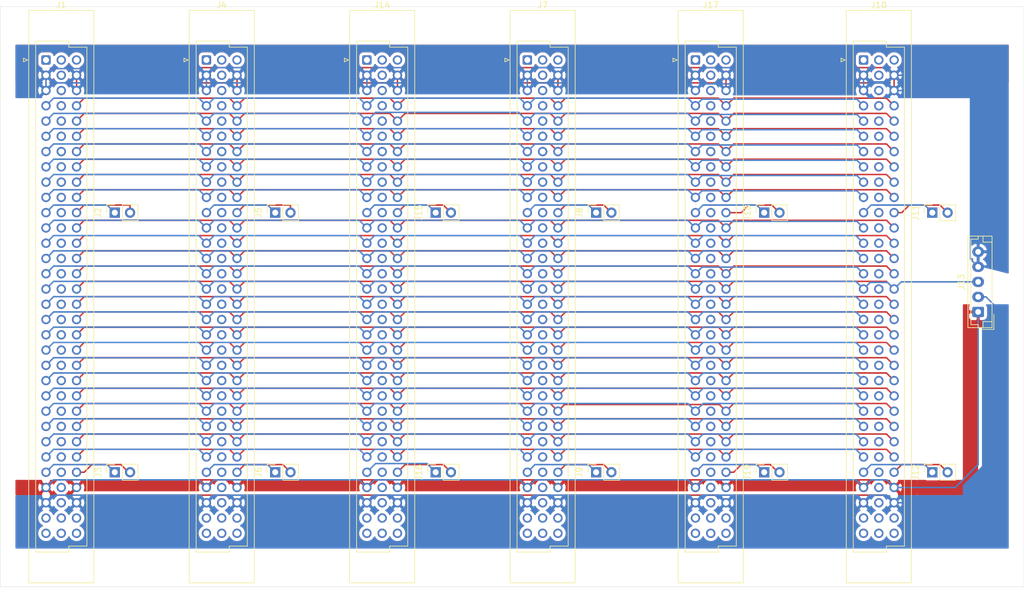
<source format=kicad_pcb>
(kicad_pcb (version 20171130) (host pcbnew "(5.1.10)-1")
  (layers (0 F.Cu signal) (31 B.Cu signal) (34 B.Paste user) (35 F.Paste user) (36 B.SilkS user) (37 F.SilkS user) (38 B.Mask user) (39 F.Mask user) (44 Edge.Cuts user))
  (net 0 "")
  (net 1 "Net-(J1-PadC11)")
  (net 2 "Net-(J1-PadA11)")
  (net 3 "Net-(J1-PadC28)")
  (net 4 "Net-(J1-PadA28)")
  (net 5 "Net-(J4-PadA11)")
  (net 6 "Net-(J4-PadC11)")
  (net 7 "Net-(J4-PadA28)")
  (net 8 "Net-(J4-PadC28)")
  (net 9 "Net-(J7-PadA11)")
  (net 10 "Net-(J7-PadC11)")
  (net 11 "Net-(J7-PadC28)")
  (net 12 "Net-(J7-PadA28)")
  (net 13 "Net-(J10-PadC11)")
  (net 14 "Net-(J10-PadA11)")
  (net 15 "Net-(J10-PadA28)")
  (net 16 "Net-(J10-PadC28)")
  (net 17 "Net-(J1-PadC32)")
  (net 18 "Net-(J1-PadC31)")
  (net 19 "Net-(J1-PadC27)")
  (net 20 "Net-(J1-PadC26)")
  (net 21 "Net-(J1-PadC25)")
  (net 22 "Net-(J1-PadC24)")
  (net 23 "Net-(J1-PadC21)")
  (net 24 "Net-(J1-PadC20)")
  (net 25 "Net-(J1-PadC19)")
  (net 26 "Net-(J1-PadC18)")
  (net 27 "Net-(J1-PadC17)")
  (net 28 "Net-(J1-PadC15)")
  (net 29 "Net-(J1-PadC14)")
  (net 30 "Net-(J1-PadC13)")
  (net 31 "Net-(J1-PadC12)")
  (net 32 "Net-(J1-PadC10)")
  (net 33 "Net-(J1-PadC9)")
  (net 34 "Net-(J1-PadC8)")
  (net 35 "Net-(J1-PadC7)")
  (net 36 "Net-(J1-PadC6)")
  (net 37 "Net-(J1-PadC5)")
  (net 38 "Net-(J1-PadC4)")
  (net 39 "Net-(J1-PadC1)")
  (net 40 "Net-(J1-PadA32)")
  (net 41 "Net-(J1-PadA31)")
  (net 42 "Net-(J1-PadA27)")
  (net 43 "Net-(J1-PadA26)")
  (net 44 "Net-(J1-PadA25)")
  (net 45 "Net-(J1-PadA24)")
  (net 46 "Net-(J1-PadA23)")
  (net 47 "Net-(J1-PadA22)")
  (net 48 "Net-(J1-PadA21)")
  (net 49 "Net-(J1-PadA20)")
  (net 50 "Net-(J1-PadA19)")
  (net 51 "Net-(J1-PadA18)")
  (net 52 "Net-(J1-PadA17)")
  (net 53 "Net-(J1-PadA15)")
  (net 54 "Net-(J1-PadA14)")
  (net 55 "Net-(J1-PadA13)")
  (net 56 "Net-(J1-PadA12)")
  (net 57 "Net-(J1-PadA10)")
  (net 58 "Net-(J1-PadA9)")
  (net 59 "Net-(J1-PadA8)")
  (net 60 "Net-(J1-PadA7)")
  (net 61 "Net-(J1-PadA6)")
  (net 62 "Net-(J1-PadA5)")
  (net 63 "Net-(J1-PadA4)")
  (net 64 "Net-(J1-PadA1)")
  (net 65 "Net-(J4-PadC32)")
  (net 66 "Net-(J4-PadC31)")
  (net 67 "Net-(J4-PadC1)")
  (net 68 "Net-(J4-PadA32)")
  (net 69 "Net-(J4-PadA31)")
  (net 70 "Net-(J4-PadA1)")
  (net 71 "Net-(J7-PadC32)")
  (net 72 "Net-(J7-PadC31)")
  (net 73 "Net-(J7-PadC1)")
  (net 74 "Net-(J7-PadA32)")
  (net 75 "Net-(J7-PadA31)")
  (net 76 "Net-(J7-PadA1)")
  (net 77 "Net-(J10-PadC32)")
  (net 78 "Net-(J10-PadC31)")
  (net 79 "Net-(J10-PadC1)")
  (net 80 "Net-(J10-PadA32)")
  (net 81 "Net-(J10-PadA31)")
  (net 82 "Net-(J10-PadA1)")
  (net 83 GND)
  (net 84 +5P)
  (net 85 +12P)
  (net 86 -5V)
  (net 87 "Net-(J1-PadC23)")
  (net 88 "Net-(J1-PadC22)")
  (net 89 "Net-(J14-PadC32)")
  (net 90 "Net-(J14-PadC31)")
  (net 91 "Net-(J14-PadC28)")
  (net 92 "Net-(J14-PadC11)")
  (net 93 "Net-(J14-PadC1)")
  (net 94 "Net-(J14-PadA32)")
  (net 95 "Net-(J14-PadA31)")
  (net 96 "Net-(J14-PadA28)")
  (net 97 "Net-(J14-PadA11)")
  (net 98 "Net-(J14-PadA1)")
  (net 99 "Net-(J17-PadC32)")
  (net 100 "Net-(J17-PadC31)")
  (net 101 "Net-(J17-PadC28)")
  (net 102 "Net-(J17-PadC11)")
  (net 103 "Net-(J17-PadC1)")
  (net 104 "Net-(J17-PadA32)")
  (net 105 "Net-(J17-PadA31)")
  (net 106 "Net-(J17-PadA28)")
  (net 107 "Net-(J17-PadA11)")
  (net 108 "Net-(J17-PadA1)")
  (module Connector_JST:JST_EH_B5B-EH-A_1x05_P2.50mm_Vertical (layer F.Cu) (at 226.06 107.95 90)
    (fp_text reference J13 (at 5 -2.8 90) (layer F.SilkS))
    (fp_text value Screw_Terminal_01x05)
    (pad 5 thru_hole oval (at 10 0 90) (size 1.7 1.95) (drill 0.95) (layers *.Cu *.Mask) (net 83 GND))
    (pad 4 thru_hole oval (at 7.5 0 90) (size 1.7 1.95) (drill 0.95) (layers *.Cu *.Mask) (net 83 GND))
    (pad 3 thru_hole oval (at 5 0 90) (size 1.7 1.95) (drill 0.95) (layers *.Cu *.Mask) (net 86 -5V))
    (pad 2 thru_hole oval (at 2.5 0 90) (size 1.7 1.95) (drill 0.95) (layers *.Cu *.Mask) (net 84 +5P))
    (pad 1 thru_hole roundrect (at 0 0 90) (size 1.7 1.95) (drill 0.95) (layers *.Cu *.Mask) (roundrect_rratio 0.1470588235294118) (net 85 +12P))
  )
  (module Libs:DIN41612_C_3x32_Female_Vertical_THT-Gross (layer F.Cu) (at 179.07 66.04)
    (fp_text reference J17 (at 2.54 -9.13) (layer F.SilkS))
    (fp_text value C64AC)
    (pad "" np_thru_hole circle (at 2.24 84.37) (size 2.85 2.85) (drill 2.85) (layers *.Cu *.Mask))
    (pad "" np_thru_hole circle (at 2.24 -5.63) (size 2.85 2.85) (drill 2.85) (layers *.Cu *.Mask))
    (pad C32 thru_hole circle (at 5.08 78.74) (size 1.55 1.55) (drill 1) (layers *.Cu *.Mask) (net 99 "Net-(J17-PadC32)"))
    (pad C31 thru_hole circle (at 5.08 76.2) (size 1.55 1.55) (drill 1) (layers *.Cu *.Mask) (net 100 "Net-(J17-PadC31)"))
    (pad C30 thru_hole circle (at 5.08 73.66) (size 1.55 1.55) (drill 1) (layers *.Cu *.Mask) (net 84 +5P))
    (pad C29 thru_hole circle (at 5.08 71.12) (size 1.55 1.55) (drill 1) (layers *.Cu *.Mask) (net 85 +12P))
    (pad C28 thru_hole circle (at 5.08 68.58) (size 1.55 1.55) (drill 1) (layers *.Cu *.Mask) (net 101 "Net-(J17-PadC28)"))
    (pad C27 thru_hole circle (at 5.08 66.04) (size 1.55 1.55) (drill 1) (layers *.Cu *.Mask) (net 19 "Net-(J1-PadC27)"))
    (pad C26 thru_hole circle (at 5.08 63.5) (size 1.55 1.55) (drill 1) (layers *.Cu *.Mask) (net 20 "Net-(J1-PadC26)"))
    (pad C25 thru_hole circle (at 5.08 60.96) (size 1.55 1.55) (drill 1) (layers *.Cu *.Mask) (net 21 "Net-(J1-PadC25)"))
    (pad C24 thru_hole circle (at 5.08 58.42) (size 1.55 1.55) (drill 1) (layers *.Cu *.Mask) (net 22 "Net-(J1-PadC24)"))
    (pad C23 thru_hole circle (at 5.08 55.88) (size 1.55 1.55) (drill 1) (layers *.Cu *.Mask) (net 87 "Net-(J1-PadC23)"))
    (pad C22 thru_hole circle (at 5.08 53.34) (size 1.55 1.55) (drill 1) (layers *.Cu *.Mask) (net 88 "Net-(J1-PadC22)"))
    (pad C21 thru_hole circle (at 5.08 50.8) (size 1.55 1.55) (drill 1) (layers *.Cu *.Mask) (net 23 "Net-(J1-PadC21)"))
    (pad C20 thru_hole circle (at 5.08 48.26) (size 1.55 1.55) (drill 1) (layers *.Cu *.Mask) (net 24 "Net-(J1-PadC20)"))
    (pad C19 thru_hole circle (at 5.08 45.72) (size 1.55 1.55) (drill 1) (layers *.Cu *.Mask) (net 25 "Net-(J1-PadC19)"))
    (pad C18 thru_hole circle (at 5.08 43.18) (size 1.55 1.55) (drill 1) (layers *.Cu *.Mask) (net 26 "Net-(J1-PadC18)"))
    (pad C17 thru_hole circle (at 5.08 40.64) (size 1.55 1.55) (drill 1) (layers *.Cu *.Mask) (net 27 "Net-(J1-PadC17)"))
    (pad C16 thru_hole circle (at 5.08 38.1) (size 1.55 1.55) (drill 1) (layers *.Cu *.Mask) (net 86 -5V))
    (pad C15 thru_hole circle (at 5.08 35.56) (size 1.55 1.55) (drill 1) (layers *.Cu *.Mask) (net 28 "Net-(J1-PadC15)"))
    (pad C14 thru_hole circle (at 5.08 33.02) (size 1.55 1.55) (drill 1) (layers *.Cu *.Mask) (net 29 "Net-(J1-PadC14)"))
    (pad C13 thru_hole circle (at 5.08 30.48) (size 1.55 1.55) (drill 1) (layers *.Cu *.Mask) (net 30 "Net-(J1-PadC13)"))
    (pad C12 thru_hole circle (at 5.08 27.94) (size 1.55 1.55) (drill 1) (layers *.Cu *.Mask) (net 31 "Net-(J1-PadC12)"))
    (pad C11 thru_hole circle (at 5.08 25.4) (size 1.55 1.55) (drill 1) (layers *.Cu *.Mask) (net 102 "Net-(J17-PadC11)"))
    (pad C10 thru_hole circle (at 5.08 22.86) (size 1.55 1.55) (drill 1) (layers *.Cu *.Mask) (net 32 "Net-(J1-PadC10)"))
    (pad C9 thru_hole circle (at 5.08 20.32) (size 1.55 1.55) (drill 1) (layers *.Cu *.Mask) (net 33 "Net-(J1-PadC9)"))
    (pad C8 thru_hole circle (at 5.08 17.78) (size 1.55 1.55) (drill 1) (layers *.Cu *.Mask) (net 34 "Net-(J1-PadC8)"))
    (pad C7 thru_hole circle (at 5.08 15.24) (size 1.55 1.55) (drill 1) (layers *.Cu *.Mask) (net 35 "Net-(J1-PadC7)"))
    (pad C6 thru_hole circle (at 5.08 12.7) (size 1.55 1.55) (drill 1) (layers *.Cu *.Mask) (net 36 "Net-(J1-PadC6)"))
    (pad C5 thru_hole circle (at 5.08 10.16) (size 1.55 1.55) (drill 1) (layers *.Cu *.Mask) (net 37 "Net-(J1-PadC5)"))
    (pad C4 thru_hole circle (at 5.08 7.62) (size 1.55 1.55) (drill 1) (layers *.Cu *.Mask) (net 38 "Net-(J1-PadC4)"))
    (pad C3 thru_hole circle (at 5.08 5.08) (size 1.55 1.55) (drill 1) (layers *.Cu *.Mask) (net 83 GND))
    (pad C2 thru_hole circle (at 5.08 2.54) (size 1.55 1.55) (drill 1) (layers *.Cu *.Mask) (net 83 GND))
    (pad C1 thru_hole circle (at 5.08 0) (size 1.55 1.55) (drill 1) (layers *.Cu *.Mask) (net 103 "Net-(J17-PadC1)"))
    (pad b32 thru_hole circle (at 2.54 78.74) (size 1.55 1.55) (drill 1) (layers *.Cu *.Mask))
    (pad b31 thru_hole circle (at 2.54 76.2) (size 1.55 1.55) (drill 1) (layers *.Cu *.Mask))
    (pad b30 thru_hole circle (at 2.54 73.66) (size 1.55 1.55) (drill 1) (layers *.Cu *.Mask))
    (pad b29 thru_hole circle (at 2.54 71.12) (size 1.55 1.55) (drill 1) (layers *.Cu *.Mask))
    (pad b28 thru_hole circle (at 2.54 68.58) (size 1.55 1.55) (drill 1) (layers *.Cu *.Mask))
    (pad b27 thru_hole circle (at 2.54 66.04) (size 1.55 1.55) (drill 1) (layers *.Cu *.Mask))
    (pad b26 thru_hole circle (at 2.54 63.5) (size 1.55 1.55) (drill 1) (layers *.Cu *.Mask))
    (pad b25 thru_hole circle (at 2.54 60.96) (size 1.55 1.55) (drill 1) (layers *.Cu *.Mask))
    (pad b24 thru_hole circle (at 2.54 58.42) (size 1.55 1.55) (drill 1) (layers *.Cu *.Mask))
    (pad b23 thru_hole circle (at 2.54 55.88) (size 1.55 1.55) (drill 1) (layers *.Cu *.Mask))
    (pad b22 thru_hole circle (at 2.54 53.34) (size 1.55 1.55) (drill 1) (layers *.Cu *.Mask))
    (pad b21 thru_hole circle (at 2.54 50.8) (size 1.55 1.55) (drill 1) (layers *.Cu *.Mask))
    (pad b20 thru_hole circle (at 2.54 48.26) (size 1.55 1.55) (drill 1) (layers *.Cu *.Mask))
    (pad b19 thru_hole circle (at 2.54 45.72) (size 1.55 1.55) (drill 1) (layers *.Cu *.Mask))
    (pad b18 thru_hole circle (at 2.54 43.18) (size 1.55 1.55) (drill 1) (layers *.Cu *.Mask))
    (pad b17 thru_hole circle (at 2.54 40.64) (size 1.55 1.55) (drill 1) (layers *.Cu *.Mask))
    (pad b16 thru_hole circle (at 2.54 38.1) (size 1.55 1.55) (drill 1) (layers *.Cu *.Mask))
    (pad b15 thru_hole circle (at 2.54 35.56) (size 1.55 1.55) (drill 1) (layers *.Cu *.Mask))
    (pad b14 thru_hole circle (at 2.54 33.02) (size 1.55 1.55) (drill 1) (layers *.Cu *.Mask))
    (pad b13 thru_hole circle (at 2.54 30.48) (size 1.55 1.55) (drill 1) (layers *.Cu *.Mask))
    (pad b12 thru_hole circle (at 2.54 27.94) (size 1.55 1.55) (drill 1) (layers *.Cu *.Mask))
    (pad b11 thru_hole circle (at 2.54 25.4) (size 1.55 1.55) (drill 1) (layers *.Cu *.Mask))
    (pad b10 thru_hole circle (at 2.54 22.86) (size 1.55 1.55) (drill 1) (layers *.Cu *.Mask))
    (pad b9 thru_hole circle (at 2.54 20.32) (size 1.55 1.55) (drill 1) (layers *.Cu *.Mask))
    (pad b8 thru_hole circle (at 2.54 17.78) (size 1.55 1.55) (drill 1) (layers *.Cu *.Mask))
    (pad b7 thru_hole circle (at 2.54 15.24) (size 1.55 1.55) (drill 1) (layers *.Cu *.Mask))
    (pad b6 thru_hole circle (at 2.54 12.7) (size 1.55 1.55) (drill 1) (layers *.Cu *.Mask))
    (pad b5 thru_hole circle (at 2.54 10.16) (size 1.55 1.55) (drill 1) (layers *.Cu *.Mask))
    (pad b4 thru_hole circle (at 2.54 7.62) (size 1.55 1.55) (drill 1) (layers *.Cu *.Mask))
    (pad b3 thru_hole circle (at 2.54 5.08) (size 1.55 1.55) (drill 1) (layers *.Cu *.Mask))
    (pad b2 thru_hole circle (at 2.54 2.54) (size 1.55 1.55) (drill 1) (layers *.Cu *.Mask))
    (pad b1 thru_hole circle (at 2.54 0) (size 1.55 1.55) (drill 1) (layers *.Cu *.Mask))
    (pad A32 thru_hole circle (at 0 78.74) (size 1.55 1.55) (drill 1) (layers *.Cu *.Mask) (net 104 "Net-(J17-PadA32)"))
    (pad A31 thru_hole circle (at 0 76.2) (size 1.55 1.55) (drill 1) (layers *.Cu *.Mask) (net 105 "Net-(J17-PadA31)"))
    (pad A30 thru_hole circle (at 0 73.66) (size 1.55 1.55) (drill 1) (layers *.Cu *.Mask) (net 84 +5P))
    (pad A29 thru_hole circle (at 0 71.12) (size 1.55 1.55) (drill 1) (layers *.Cu *.Mask) (net 85 +12P))
    (pad A28 thru_hole circle (at 0 68.58) (size 1.55 1.55) (drill 1) (layers *.Cu *.Mask) (net 106 "Net-(J17-PadA28)"))
    (pad A27 thru_hole circle (at 0 66.04) (size 1.55 1.55) (drill 1) (layers *.Cu *.Mask) (net 42 "Net-(J1-PadA27)"))
    (pad A26 thru_hole circle (at 0 63.5) (size 1.55 1.55) (drill 1) (layers *.Cu *.Mask) (net 43 "Net-(J1-PadA26)"))
    (pad A25 thru_hole circle (at 0 60.96) (size 1.55 1.55) (drill 1) (layers *.Cu *.Mask) (net 44 "Net-(J1-PadA25)"))
    (pad A24 thru_hole circle (at 0 58.42) (size 1.55 1.55) (drill 1) (layers *.Cu *.Mask) (net 45 "Net-(J1-PadA24)"))
    (pad A23 thru_hole circle (at 0 55.88) (size 1.55 1.55) (drill 1) (layers *.Cu *.Mask) (net 46 "Net-(J1-PadA23)"))
    (pad A22 thru_hole circle (at 0 53.34) (size 1.55 1.55) (drill 1) (layers *.Cu *.Mask) (net 47 "Net-(J1-PadA22)"))
    (pad A21 thru_hole circle (at 0 50.8) (size 1.55 1.55) (drill 1) (layers *.Cu *.Mask) (net 48 "Net-(J1-PadA21)"))
    (pad A20 thru_hole circle (at 0 48.26) (size 1.55 1.55) (drill 1) (layers *.Cu *.Mask) (net 49 "Net-(J1-PadA20)"))
    (pad A19 thru_hole circle (at 0 45.72) (size 1.55 1.55) (drill 1) (layers *.Cu *.Mask) (net 50 "Net-(J1-PadA19)"))
    (pad A18 thru_hole circle (at 0 43.18) (size 1.55 1.55) (drill 1) (layers *.Cu *.Mask) (net 51 "Net-(J1-PadA18)"))
    (pad A17 thru_hole circle (at 0 40.64) (size 1.55 1.55) (drill 1) (layers *.Cu *.Mask) (net 52 "Net-(J1-PadA17)"))
    (pad A16 thru_hole circle (at 0 38.1) (size 1.55 1.55) (drill 1) (layers *.Cu *.Mask) (net 86 -5V))
    (pad A15 thru_hole circle (at 0 35.56) (size 1.55 1.55) (drill 1) (layers *.Cu *.Mask) (net 53 "Net-(J1-PadA15)"))
    (pad A14 thru_hole circle (at 0 33.02) (size 1.55 1.55) (drill 1) (layers *.Cu *.Mask) (net 54 "Net-(J1-PadA14)"))
    (pad A13 thru_hole circle (at 0 30.48) (size 1.55 1.55) (drill 1) (layers *.Cu *.Mask) (net 55 "Net-(J1-PadA13)"))
    (pad A12 thru_hole circle (at 0 27.94) (size 1.55 1.55) (drill 1) (layers *.Cu *.Mask) (net 56 "Net-(J1-PadA12)"))
    (pad A11 thru_hole circle (at 0 25.4) (size 1.55 1.55) (drill 1) (layers *.Cu *.Mask) (net 107 "Net-(J17-PadA11)"))
    (pad A10 thru_hole circle (at 0 22.86) (size 1.55 1.55) (drill 1) (layers *.Cu *.Mask) (net 57 "Net-(J1-PadA10)"))
    (pad A9 thru_hole circle (at 0 20.32) (size 1.55 1.55) (drill 1) (layers *.Cu *.Mask) (net 58 "Net-(J1-PadA9)"))
    (pad A8 thru_hole circle (at 0 17.78) (size 1.55 1.55) (drill 1) (layers *.Cu *.Mask) (net 59 "Net-(J1-PadA8)"))
    (pad A7 thru_hole circle (at 0 15.24) (size 1.55 1.55) (drill 1) (layers *.Cu *.Mask) (net 60 "Net-(J1-PadA7)"))
    (pad A6 thru_hole circle (at 0 12.7) (size 1.55 1.55) (drill 1) (layers *.Cu *.Mask) (net 61 "Net-(J1-PadA6)"))
    (pad A5 thru_hole circle (at 0 10.16) (size 1.55 1.55) (drill 1) (layers *.Cu *.Mask) (net 62 "Net-(J1-PadA5)"))
    (pad A4 thru_hole circle (at 0 7.62) (size 1.55 1.55) (drill 1) (layers *.Cu *.Mask) (net 63 "Net-(J1-PadA4)"))
    (pad A3 thru_hole circle (at 0 5.08) (size 1.55 1.55) (drill 1) (layers *.Cu *.Mask) (net 83 GND))
    (pad A2 thru_hole circle (at 0 2.54) (size 1.55 1.55) (drill 1) (layers *.Cu *.Mask) (net 83 GND))
    (pad A1 thru_hole roundrect (at 0 0) (size 1.55 1.55) (drill 1) (layers *.Cu *.Mask) (roundrect_rratio 0.161) (net 108 "Net-(J17-PadA1)"))
  )
  (module Libs:DIN41612_C_3x32_Female_Vertical_THT-Gross (layer F.Cu) (at 124.46 66.04)
    (fp_text reference J14 (at 2.54 -9.13) (layer F.SilkS))
    (fp_text value C64AC)
    (pad "" np_thru_hole circle (at 2.24 84.37) (size 2.85 2.85) (drill 2.85) (layers *.Cu *.Mask))
    (pad "" np_thru_hole circle (at 2.24 -5.63) (size 2.85 2.85) (drill 2.85) (layers *.Cu *.Mask))
    (pad C32 thru_hole circle (at 5.08 78.74) (size 1.55 1.55) (drill 1) (layers *.Cu *.Mask) (net 89 "Net-(J14-PadC32)"))
    (pad C31 thru_hole circle (at 5.08 76.2) (size 1.55 1.55) (drill 1) (layers *.Cu *.Mask) (net 90 "Net-(J14-PadC31)"))
    (pad C30 thru_hole circle (at 5.08 73.66) (size 1.55 1.55) (drill 1) (layers *.Cu *.Mask) (net 84 +5P))
    (pad C29 thru_hole circle (at 5.08 71.12) (size 1.55 1.55) (drill 1) (layers *.Cu *.Mask) (net 85 +12P))
    (pad C28 thru_hole circle (at 5.08 68.58) (size 1.55 1.55) (drill 1) (layers *.Cu *.Mask) (net 91 "Net-(J14-PadC28)"))
    (pad C27 thru_hole circle (at 5.08 66.04) (size 1.55 1.55) (drill 1) (layers *.Cu *.Mask) (net 19 "Net-(J1-PadC27)"))
    (pad C26 thru_hole circle (at 5.08 63.5) (size 1.55 1.55) (drill 1) (layers *.Cu *.Mask) (net 20 "Net-(J1-PadC26)"))
    (pad C25 thru_hole circle (at 5.08 60.96) (size 1.55 1.55) (drill 1) (layers *.Cu *.Mask) (net 21 "Net-(J1-PadC25)"))
    (pad C24 thru_hole circle (at 5.08 58.42) (size 1.55 1.55) (drill 1) (layers *.Cu *.Mask) (net 22 "Net-(J1-PadC24)"))
    (pad C23 thru_hole circle (at 5.08 55.88) (size 1.55 1.55) (drill 1) (layers *.Cu *.Mask) (net 87 "Net-(J1-PadC23)"))
    (pad C22 thru_hole circle (at 5.08 53.34) (size 1.55 1.55) (drill 1) (layers *.Cu *.Mask) (net 88 "Net-(J1-PadC22)"))
    (pad C21 thru_hole circle (at 5.08 50.8) (size 1.55 1.55) (drill 1) (layers *.Cu *.Mask) (net 23 "Net-(J1-PadC21)"))
    (pad C20 thru_hole circle (at 5.08 48.26) (size 1.55 1.55) (drill 1) (layers *.Cu *.Mask) (net 24 "Net-(J1-PadC20)"))
    (pad C19 thru_hole circle (at 5.08 45.72) (size 1.55 1.55) (drill 1) (layers *.Cu *.Mask) (net 25 "Net-(J1-PadC19)"))
    (pad C18 thru_hole circle (at 5.08 43.18) (size 1.55 1.55) (drill 1) (layers *.Cu *.Mask) (net 26 "Net-(J1-PadC18)"))
    (pad C17 thru_hole circle (at 5.08 40.64) (size 1.55 1.55) (drill 1) (layers *.Cu *.Mask) (net 27 "Net-(J1-PadC17)"))
    (pad C16 thru_hole circle (at 5.08 38.1) (size 1.55 1.55) (drill 1) (layers *.Cu *.Mask) (net 86 -5V))
    (pad C15 thru_hole circle (at 5.08 35.56) (size 1.55 1.55) (drill 1) (layers *.Cu *.Mask) (net 28 "Net-(J1-PadC15)"))
    (pad C14 thru_hole circle (at 5.08 33.02) (size 1.55 1.55) (drill 1) (layers *.Cu *.Mask) (net 29 "Net-(J1-PadC14)"))
    (pad C13 thru_hole circle (at 5.08 30.48) (size 1.55 1.55) (drill 1) (layers *.Cu *.Mask) (net 30 "Net-(J1-PadC13)"))
    (pad C12 thru_hole circle (at 5.08 27.94) (size 1.55 1.55) (drill 1) (layers *.Cu *.Mask) (net 31 "Net-(J1-PadC12)"))
    (pad C11 thru_hole circle (at 5.08 25.4) (size 1.55 1.55) (drill 1) (layers *.Cu *.Mask) (net 92 "Net-(J14-PadC11)"))
    (pad C10 thru_hole circle (at 5.08 22.86) (size 1.55 1.55) (drill 1) (layers *.Cu *.Mask) (net 32 "Net-(J1-PadC10)"))
    (pad C9 thru_hole circle (at 5.08 20.32) (size 1.55 1.55) (drill 1) (layers *.Cu *.Mask) (net 33 "Net-(J1-PadC9)"))
    (pad C8 thru_hole circle (at 5.08 17.78) (size 1.55 1.55) (drill 1) (layers *.Cu *.Mask) (net 34 "Net-(J1-PadC8)"))
    (pad C7 thru_hole circle (at 5.08 15.24) (size 1.55 1.55) (drill 1) (layers *.Cu *.Mask) (net 35 "Net-(J1-PadC7)"))
    (pad C6 thru_hole circle (at 5.08 12.7) (size 1.55 1.55) (drill 1) (layers *.Cu *.Mask) (net 36 "Net-(J1-PadC6)"))
    (pad C5 thru_hole circle (at 5.08 10.16) (size 1.55 1.55) (drill 1) (layers *.Cu *.Mask) (net 37 "Net-(J1-PadC5)"))
    (pad C4 thru_hole circle (at 5.08 7.62) (size 1.55 1.55) (drill 1) (layers *.Cu *.Mask) (net 38 "Net-(J1-PadC4)"))
    (pad C3 thru_hole circle (at 5.08 5.08) (size 1.55 1.55) (drill 1) (layers *.Cu *.Mask) (net 83 GND))
    (pad C2 thru_hole circle (at 5.08 2.54) (size 1.55 1.55) (drill 1) (layers *.Cu *.Mask) (net 83 GND))
    (pad C1 thru_hole circle (at 5.08 0) (size 1.55 1.55) (drill 1) (layers *.Cu *.Mask) (net 93 "Net-(J14-PadC1)"))
    (pad b32 thru_hole circle (at 2.54 78.74) (size 1.55 1.55) (drill 1) (layers *.Cu *.Mask))
    (pad b31 thru_hole circle (at 2.54 76.2) (size 1.55 1.55) (drill 1) (layers *.Cu *.Mask))
    (pad b30 thru_hole circle (at 2.54 73.66) (size 1.55 1.55) (drill 1) (layers *.Cu *.Mask))
    (pad b29 thru_hole circle (at 2.54 71.12) (size 1.55 1.55) (drill 1) (layers *.Cu *.Mask))
    (pad b28 thru_hole circle (at 2.54 68.58) (size 1.55 1.55) (drill 1) (layers *.Cu *.Mask))
    (pad b27 thru_hole circle (at 2.54 66.04) (size 1.55 1.55) (drill 1) (layers *.Cu *.Mask))
    (pad b26 thru_hole circle (at 2.54 63.5) (size 1.55 1.55) (drill 1) (layers *.Cu *.Mask))
    (pad b25 thru_hole circle (at 2.54 60.96) (size 1.55 1.55) (drill 1) (layers *.Cu *.Mask))
    (pad b24 thru_hole circle (at 2.54 58.42) (size 1.55 1.55) (drill 1) (layers *.Cu *.Mask))
    (pad b23 thru_hole circle (at 2.54 55.88) (size 1.55 1.55) (drill 1) (layers *.Cu *.Mask))
    (pad b22 thru_hole circle (at 2.54 53.34) (size 1.55 1.55) (drill 1) (layers *.Cu *.Mask))
    (pad b21 thru_hole circle (at 2.54 50.8) (size 1.55 1.55) (drill 1) (layers *.Cu *.Mask))
    (pad b20 thru_hole circle (at 2.54 48.26) (size 1.55 1.55) (drill 1) (layers *.Cu *.Mask))
    (pad b19 thru_hole circle (at 2.54 45.72) (size 1.55 1.55) (drill 1) (layers *.Cu *.Mask))
    (pad b18 thru_hole circle (at 2.54 43.18) (size 1.55 1.55) (drill 1) (layers *.Cu *.Mask))
    (pad b17 thru_hole circle (at 2.54 40.64) (size 1.55 1.55) (drill 1) (layers *.Cu *.Mask))
    (pad b16 thru_hole circle (at 2.54 38.1) (size 1.55 1.55) (drill 1) (layers *.Cu *.Mask))
    (pad b15 thru_hole circle (at 2.54 35.56) (size 1.55 1.55) (drill 1) (layers *.Cu *.Mask))
    (pad b14 thru_hole circle (at 2.54 33.02) (size 1.55 1.55) (drill 1) (layers *.Cu *.Mask))
    (pad b13 thru_hole circle (at 2.54 30.48) (size 1.55 1.55) (drill 1) (layers *.Cu *.Mask))
    (pad b12 thru_hole circle (at 2.54 27.94) (size 1.55 1.55) (drill 1) (layers *.Cu *.Mask))
    (pad b11 thru_hole circle (at 2.54 25.4) (size 1.55 1.55) (drill 1) (layers *.Cu *.Mask))
    (pad b10 thru_hole circle (at 2.54 22.86) (size 1.55 1.55) (drill 1) (layers *.Cu *.Mask))
    (pad b9 thru_hole circle (at 2.54 20.32) (size 1.55 1.55) (drill 1) (layers *.Cu *.Mask))
    (pad b8 thru_hole circle (at 2.54 17.78) (size 1.55 1.55) (drill 1) (layers *.Cu *.Mask))
    (pad b7 thru_hole circle (at 2.54 15.24) (size 1.55 1.55) (drill 1) (layers *.Cu *.Mask))
    (pad b6 thru_hole circle (at 2.54 12.7) (size 1.55 1.55) (drill 1) (layers *.Cu *.Mask))
    (pad b5 thru_hole circle (at 2.54 10.16) (size 1.55 1.55) (drill 1) (layers *.Cu *.Mask))
    (pad b4 thru_hole circle (at 2.54 7.62) (size 1.55 1.55) (drill 1) (layers *.Cu *.Mask))
    (pad b3 thru_hole circle (at 2.54 5.08) (size 1.55 1.55) (drill 1) (layers *.Cu *.Mask))
    (pad b2 thru_hole circle (at 2.54 2.54) (size 1.55 1.55) (drill 1) (layers *.Cu *.Mask))
    (pad b1 thru_hole circle (at 2.54 0) (size 1.55 1.55) (drill 1) (layers *.Cu *.Mask))
    (pad A32 thru_hole circle (at 0 78.74) (size 1.55 1.55) (drill 1) (layers *.Cu *.Mask) (net 94 "Net-(J14-PadA32)"))
    (pad A31 thru_hole circle (at 0 76.2) (size 1.55 1.55) (drill 1) (layers *.Cu *.Mask) (net 95 "Net-(J14-PadA31)"))
    (pad A30 thru_hole circle (at 0 73.66) (size 1.55 1.55) (drill 1) (layers *.Cu *.Mask) (net 84 +5P))
    (pad A29 thru_hole circle (at 0 71.12) (size 1.55 1.55) (drill 1) (layers *.Cu *.Mask) (net 85 +12P))
    (pad A28 thru_hole circle (at 0 68.58) (size 1.55 1.55) (drill 1) (layers *.Cu *.Mask) (net 96 "Net-(J14-PadA28)"))
    (pad A27 thru_hole circle (at 0 66.04) (size 1.55 1.55) (drill 1) (layers *.Cu *.Mask) (net 42 "Net-(J1-PadA27)"))
    (pad A26 thru_hole circle (at 0 63.5) (size 1.55 1.55) (drill 1) (layers *.Cu *.Mask) (net 43 "Net-(J1-PadA26)"))
    (pad A25 thru_hole circle (at 0 60.96) (size 1.55 1.55) (drill 1) (layers *.Cu *.Mask) (net 44 "Net-(J1-PadA25)"))
    (pad A24 thru_hole circle (at 0 58.42) (size 1.55 1.55) (drill 1) (layers *.Cu *.Mask) (net 45 "Net-(J1-PadA24)"))
    (pad A23 thru_hole circle (at 0 55.88) (size 1.55 1.55) (drill 1) (layers *.Cu *.Mask) (net 46 "Net-(J1-PadA23)"))
    (pad A22 thru_hole circle (at 0 53.34) (size 1.55 1.55) (drill 1) (layers *.Cu *.Mask) (net 47 "Net-(J1-PadA22)"))
    (pad A21 thru_hole circle (at 0 50.8) (size 1.55 1.55) (drill 1) (layers *.Cu *.Mask) (net 48 "Net-(J1-PadA21)"))
    (pad A20 thru_hole circle (at 0 48.26) (size 1.55 1.55) (drill 1) (layers *.Cu *.Mask) (net 49 "Net-(J1-PadA20)"))
    (pad A19 thru_hole circle (at 0 45.72) (size 1.55 1.55) (drill 1) (layers *.Cu *.Mask) (net 50 "Net-(J1-PadA19)"))
    (pad A18 thru_hole circle (at 0 43.18) (size 1.55 1.55) (drill 1) (layers *.Cu *.Mask) (net 51 "Net-(J1-PadA18)"))
    (pad A17 thru_hole circle (at 0 40.64) (size 1.55 1.55) (drill 1) (layers *.Cu *.Mask) (net 52 "Net-(J1-PadA17)"))
    (pad A16 thru_hole circle (at 0 38.1) (size 1.55 1.55) (drill 1) (layers *.Cu *.Mask) (net 86 -5V))
    (pad A15 thru_hole circle (at 0 35.56) (size 1.55 1.55) (drill 1) (layers *.Cu *.Mask) (net 53 "Net-(J1-PadA15)"))
    (pad A14 thru_hole circle (at 0 33.02) (size 1.55 1.55) (drill 1) (layers *.Cu *.Mask) (net 54 "Net-(J1-PadA14)"))
    (pad A13 thru_hole circle (at 0 30.48) (size 1.55 1.55) (drill 1) (layers *.Cu *.Mask) (net 55 "Net-(J1-PadA13)"))
    (pad A12 thru_hole circle (at 0 27.94) (size 1.55 1.55) (drill 1) (layers *.Cu *.Mask) (net 56 "Net-(J1-PadA12)"))
    (pad A11 thru_hole circle (at 0 25.4) (size 1.55 1.55) (drill 1) (layers *.Cu *.Mask) (net 97 "Net-(J14-PadA11)"))
    (pad A10 thru_hole circle (at 0 22.86) (size 1.55 1.55) (drill 1) (layers *.Cu *.Mask) (net 57 "Net-(J1-PadA10)"))
    (pad A9 thru_hole circle (at 0 20.32) (size 1.55 1.55) (drill 1) (layers *.Cu *.Mask) (net 58 "Net-(J1-PadA9)"))
    (pad A8 thru_hole circle (at 0 17.78) (size 1.55 1.55) (drill 1) (layers *.Cu *.Mask) (net 59 "Net-(J1-PadA8)"))
    (pad A7 thru_hole circle (at 0 15.24) (size 1.55 1.55) (drill 1) (layers *.Cu *.Mask) (net 60 "Net-(J1-PadA7)"))
    (pad A6 thru_hole circle (at 0 12.7) (size 1.55 1.55) (drill 1) (layers *.Cu *.Mask) (net 61 "Net-(J1-PadA6)"))
    (pad A5 thru_hole circle (at 0 10.16) (size 1.55 1.55) (drill 1) (layers *.Cu *.Mask) (net 62 "Net-(J1-PadA5)"))
    (pad A4 thru_hole circle (at 0 7.62) (size 1.55 1.55) (drill 1) (layers *.Cu *.Mask) (net 63 "Net-(J1-PadA4)"))
    (pad A3 thru_hole circle (at 0 5.08) (size 1.55 1.55) (drill 1) (layers *.Cu *.Mask) (net 83 GND))
    (pad A2 thru_hole circle (at 0 2.54) (size 1.55 1.55) (drill 1) (layers *.Cu *.Mask) (net 83 GND))
    (pad A1 thru_hole roundrect (at 0 0) (size 1.55 1.55) (drill 1) (layers *.Cu *.Mask) (roundrect_rratio 0.161) (net 98 "Net-(J14-PadA1)"))
  )
  (module Libs:DIN41612_C_3x32_Female_Vertical_THT-Gross (layer F.Cu) (at 207.01 66.04)
    (fp_text reference J10 (at 2.54 -9.13) (layer F.SilkS))
    (fp_text value C64AC)
    (pad "" np_thru_hole circle (at 2.24 84.37) (size 2.85 2.85) (drill 2.85) (layers *.Cu *.Mask))
    (pad "" np_thru_hole circle (at 2.24 -5.63) (size 2.85 2.85) (drill 2.85) (layers *.Cu *.Mask))
    (pad C32 thru_hole circle (at 5.08 78.74) (size 1.55 1.55) (drill 1) (layers *.Cu *.Mask) (net 77 "Net-(J10-PadC32)"))
    (pad C31 thru_hole circle (at 5.08 76.2) (size 1.55 1.55) (drill 1) (layers *.Cu *.Mask) (net 78 "Net-(J10-PadC31)"))
    (pad C30 thru_hole circle (at 5.08 73.66) (size 1.55 1.55) (drill 1) (layers *.Cu *.Mask) (net 84 +5P))
    (pad C29 thru_hole circle (at 5.08 71.12) (size 1.55 1.55) (drill 1) (layers *.Cu *.Mask) (net 85 +12P))
    (pad C28 thru_hole circle (at 5.08 68.58) (size 1.55 1.55) (drill 1) (layers *.Cu *.Mask) (net 16 "Net-(J10-PadC28)"))
    (pad C27 thru_hole circle (at 5.08 66.04) (size 1.55 1.55) (drill 1) (layers *.Cu *.Mask) (net 19 "Net-(J1-PadC27)"))
    (pad C26 thru_hole circle (at 5.08 63.5) (size 1.55 1.55) (drill 1) (layers *.Cu *.Mask) (net 20 "Net-(J1-PadC26)"))
    (pad C25 thru_hole circle (at 5.08 60.96) (size 1.55 1.55) (drill 1) (layers *.Cu *.Mask) (net 21 "Net-(J1-PadC25)"))
    (pad C24 thru_hole circle (at 5.08 58.42) (size 1.55 1.55) (drill 1) (layers *.Cu *.Mask) (net 22 "Net-(J1-PadC24)"))
    (pad C23 thru_hole circle (at 5.08 55.88) (size 1.55 1.55) (drill 1) (layers *.Cu *.Mask) (net 87 "Net-(J1-PadC23)"))
    (pad C22 thru_hole circle (at 5.08 53.34) (size 1.55 1.55) (drill 1) (layers *.Cu *.Mask) (net 88 "Net-(J1-PadC22)"))
    (pad C21 thru_hole circle (at 5.08 50.8) (size 1.55 1.55) (drill 1) (layers *.Cu *.Mask) (net 23 "Net-(J1-PadC21)"))
    (pad C20 thru_hole circle (at 5.08 48.26) (size 1.55 1.55) (drill 1) (layers *.Cu *.Mask) (net 24 "Net-(J1-PadC20)"))
    (pad C19 thru_hole circle (at 5.08 45.72) (size 1.55 1.55) (drill 1) (layers *.Cu *.Mask) (net 25 "Net-(J1-PadC19)"))
    (pad C18 thru_hole circle (at 5.08 43.18) (size 1.55 1.55) (drill 1) (layers *.Cu *.Mask) (net 26 "Net-(J1-PadC18)"))
    (pad C17 thru_hole circle (at 5.08 40.64) (size 1.55 1.55) (drill 1) (layers *.Cu *.Mask) (net 27 "Net-(J1-PadC17)"))
    (pad C16 thru_hole circle (at 5.08 38.1) (size 1.55 1.55) (drill 1) (layers *.Cu *.Mask) (net 86 -5V))
    (pad C15 thru_hole circle (at 5.08 35.56) (size 1.55 1.55) (drill 1) (layers *.Cu *.Mask) (net 28 "Net-(J1-PadC15)"))
    (pad C14 thru_hole circle (at 5.08 33.02) (size 1.55 1.55) (drill 1) (layers *.Cu *.Mask) (net 29 "Net-(J1-PadC14)"))
    (pad C13 thru_hole circle (at 5.08 30.48) (size 1.55 1.55) (drill 1) (layers *.Cu *.Mask) (net 30 "Net-(J1-PadC13)"))
    (pad C12 thru_hole circle (at 5.08 27.94) (size 1.55 1.55) (drill 1) (layers *.Cu *.Mask) (net 31 "Net-(J1-PadC12)"))
    (pad C11 thru_hole circle (at 5.08 25.4) (size 1.55 1.55) (drill 1) (layers *.Cu *.Mask) (net 13 "Net-(J10-PadC11)"))
    (pad C10 thru_hole circle (at 5.08 22.86) (size 1.55 1.55) (drill 1) (layers *.Cu *.Mask) (net 32 "Net-(J1-PadC10)"))
    (pad C9 thru_hole circle (at 5.08 20.32) (size 1.55 1.55) (drill 1) (layers *.Cu *.Mask) (net 33 "Net-(J1-PadC9)"))
    (pad C8 thru_hole circle (at 5.08 17.78) (size 1.55 1.55) (drill 1) (layers *.Cu *.Mask) (net 34 "Net-(J1-PadC8)"))
    (pad C7 thru_hole circle (at 5.08 15.24) (size 1.55 1.55) (drill 1) (layers *.Cu *.Mask) (net 35 "Net-(J1-PadC7)"))
    (pad C6 thru_hole circle (at 5.08 12.7) (size 1.55 1.55) (drill 1) (layers *.Cu *.Mask) (net 36 "Net-(J1-PadC6)"))
    (pad C5 thru_hole circle (at 5.08 10.16) (size 1.55 1.55) (drill 1) (layers *.Cu *.Mask) (net 37 "Net-(J1-PadC5)"))
    (pad C4 thru_hole circle (at 5.08 7.62) (size 1.55 1.55) (drill 1) (layers *.Cu *.Mask) (net 38 "Net-(J1-PadC4)"))
    (pad C3 thru_hole circle (at 5.08 5.08) (size 1.55 1.55) (drill 1) (layers *.Cu *.Mask) (net 83 GND))
    (pad C2 thru_hole circle (at 5.08 2.54) (size 1.55 1.55) (drill 1) (layers *.Cu *.Mask) (net 83 GND))
    (pad C1 thru_hole circle (at 5.08 0) (size 1.55 1.55) (drill 1) (layers *.Cu *.Mask) (net 79 "Net-(J10-PadC1)"))
    (pad b32 thru_hole circle (at 2.54 78.74) (size 1.55 1.55) (drill 1) (layers *.Cu *.Mask))
    (pad b31 thru_hole circle (at 2.54 76.2) (size 1.55 1.55) (drill 1) (layers *.Cu *.Mask))
    (pad b30 thru_hole circle (at 2.54 73.66) (size 1.55 1.55) (drill 1) (layers *.Cu *.Mask))
    (pad b29 thru_hole circle (at 2.54 71.12) (size 1.55 1.55) (drill 1) (layers *.Cu *.Mask))
    (pad b28 thru_hole circle (at 2.54 68.58) (size 1.55 1.55) (drill 1) (layers *.Cu *.Mask))
    (pad b27 thru_hole circle (at 2.54 66.04) (size 1.55 1.55) (drill 1) (layers *.Cu *.Mask))
    (pad b26 thru_hole circle (at 2.54 63.5) (size 1.55 1.55) (drill 1) (layers *.Cu *.Mask))
    (pad b25 thru_hole circle (at 2.54 60.96) (size 1.55 1.55) (drill 1) (layers *.Cu *.Mask))
    (pad b24 thru_hole circle (at 2.54 58.42) (size 1.55 1.55) (drill 1) (layers *.Cu *.Mask))
    (pad b23 thru_hole circle (at 2.54 55.88) (size 1.55 1.55) (drill 1) (layers *.Cu *.Mask))
    (pad b22 thru_hole circle (at 2.54 53.34) (size 1.55 1.55) (drill 1) (layers *.Cu *.Mask))
    (pad b21 thru_hole circle (at 2.54 50.8) (size 1.55 1.55) (drill 1) (layers *.Cu *.Mask))
    (pad b20 thru_hole circle (at 2.54 48.26) (size 1.55 1.55) (drill 1) (layers *.Cu *.Mask))
    (pad b19 thru_hole circle (at 2.54 45.72) (size 1.55 1.55) (drill 1) (layers *.Cu *.Mask))
    (pad b18 thru_hole circle (at 2.54 43.18) (size 1.55 1.55) (drill 1) (layers *.Cu *.Mask))
    (pad b17 thru_hole circle (at 2.54 40.64) (size 1.55 1.55) (drill 1) (layers *.Cu *.Mask))
    (pad b16 thru_hole circle (at 2.54 38.1) (size 1.55 1.55) (drill 1) (layers *.Cu *.Mask))
    (pad b15 thru_hole circle (at 2.54 35.56) (size 1.55 1.55) (drill 1) (layers *.Cu *.Mask))
    (pad b14 thru_hole circle (at 2.54 33.02) (size 1.55 1.55) (drill 1) (layers *.Cu *.Mask))
    (pad b13 thru_hole circle (at 2.54 30.48) (size 1.55 1.55) (drill 1) (layers *.Cu *.Mask))
    (pad b12 thru_hole circle (at 2.54 27.94) (size 1.55 1.55) (drill 1) (layers *.Cu *.Mask))
    (pad b11 thru_hole circle (at 2.54 25.4) (size 1.55 1.55) (drill 1) (layers *.Cu *.Mask))
    (pad b10 thru_hole circle (at 2.54 22.86) (size 1.55 1.55) (drill 1) (layers *.Cu *.Mask))
    (pad b9 thru_hole circle (at 2.54 20.32) (size 1.55 1.55) (drill 1) (layers *.Cu *.Mask))
    (pad b8 thru_hole circle (at 2.54 17.78) (size 1.55 1.55) (drill 1) (layers *.Cu *.Mask))
    (pad b7 thru_hole circle (at 2.54 15.24) (size 1.55 1.55) (drill 1) (layers *.Cu *.Mask))
    (pad b6 thru_hole circle (at 2.54 12.7) (size 1.55 1.55) (drill 1) (layers *.Cu *.Mask))
    (pad b5 thru_hole circle (at 2.54 10.16) (size 1.55 1.55) (drill 1) (layers *.Cu *.Mask))
    (pad b4 thru_hole circle (at 2.54 7.62) (size 1.55 1.55) (drill 1) (layers *.Cu *.Mask))
    (pad b3 thru_hole circle (at 2.54 5.08) (size 1.55 1.55) (drill 1) (layers *.Cu *.Mask))
    (pad b2 thru_hole circle (at 2.54 2.54) (size 1.55 1.55) (drill 1) (layers *.Cu *.Mask))
    (pad b1 thru_hole circle (at 2.54 0) (size 1.55 1.55) (drill 1) (layers *.Cu *.Mask))
    (pad A32 thru_hole circle (at 0 78.74) (size 1.55 1.55) (drill 1) (layers *.Cu *.Mask) (net 80 "Net-(J10-PadA32)"))
    (pad A31 thru_hole circle (at 0 76.2) (size 1.55 1.55) (drill 1) (layers *.Cu *.Mask) (net 81 "Net-(J10-PadA31)"))
    (pad A30 thru_hole circle (at 0 73.66) (size 1.55 1.55) (drill 1) (layers *.Cu *.Mask) (net 84 +5P))
    (pad A29 thru_hole circle (at 0 71.12) (size 1.55 1.55) (drill 1) (layers *.Cu *.Mask) (net 85 +12P))
    (pad A28 thru_hole circle (at 0 68.58) (size 1.55 1.55) (drill 1) (layers *.Cu *.Mask) (net 15 "Net-(J10-PadA28)"))
    (pad A27 thru_hole circle (at 0 66.04) (size 1.55 1.55) (drill 1) (layers *.Cu *.Mask) (net 42 "Net-(J1-PadA27)"))
    (pad A26 thru_hole circle (at 0 63.5) (size 1.55 1.55) (drill 1) (layers *.Cu *.Mask) (net 43 "Net-(J1-PadA26)"))
    (pad A25 thru_hole circle (at 0 60.96) (size 1.55 1.55) (drill 1) (layers *.Cu *.Mask) (net 44 "Net-(J1-PadA25)"))
    (pad A24 thru_hole circle (at 0 58.42) (size 1.55 1.55) (drill 1) (layers *.Cu *.Mask) (net 45 "Net-(J1-PadA24)"))
    (pad A23 thru_hole circle (at 0 55.88) (size 1.55 1.55) (drill 1) (layers *.Cu *.Mask) (net 46 "Net-(J1-PadA23)"))
    (pad A22 thru_hole circle (at 0 53.34) (size 1.55 1.55) (drill 1) (layers *.Cu *.Mask) (net 47 "Net-(J1-PadA22)"))
    (pad A21 thru_hole circle (at 0 50.8) (size 1.55 1.55) (drill 1) (layers *.Cu *.Mask) (net 48 "Net-(J1-PadA21)"))
    (pad A20 thru_hole circle (at 0 48.26) (size 1.55 1.55) (drill 1) (layers *.Cu *.Mask) (net 49 "Net-(J1-PadA20)"))
    (pad A19 thru_hole circle (at 0 45.72) (size 1.55 1.55) (drill 1) (layers *.Cu *.Mask) (net 50 "Net-(J1-PadA19)"))
    (pad A18 thru_hole circle (at 0 43.18) (size 1.55 1.55) (drill 1) (layers *.Cu *.Mask) (net 51 "Net-(J1-PadA18)"))
    (pad A17 thru_hole circle (at 0 40.64) (size 1.55 1.55) (drill 1) (layers *.Cu *.Mask) (net 52 "Net-(J1-PadA17)"))
    (pad A16 thru_hole circle (at 0 38.1) (size 1.55 1.55) (drill 1) (layers *.Cu *.Mask) (net 86 -5V))
    (pad A15 thru_hole circle (at 0 35.56) (size 1.55 1.55) (drill 1) (layers *.Cu *.Mask) (net 53 "Net-(J1-PadA15)"))
    (pad A14 thru_hole circle (at 0 33.02) (size 1.55 1.55) (drill 1) (layers *.Cu *.Mask) (net 54 "Net-(J1-PadA14)"))
    (pad A13 thru_hole circle (at 0 30.48) (size 1.55 1.55) (drill 1) (layers *.Cu *.Mask) (net 55 "Net-(J1-PadA13)"))
    (pad A12 thru_hole circle (at 0 27.94) (size 1.55 1.55) (drill 1) (layers *.Cu *.Mask) (net 56 "Net-(J1-PadA12)"))
    (pad A11 thru_hole circle (at 0 25.4) (size 1.55 1.55) (drill 1) (layers *.Cu *.Mask) (net 14 "Net-(J10-PadA11)"))
    (pad A10 thru_hole circle (at 0 22.86) (size 1.55 1.55) (drill 1) (layers *.Cu *.Mask) (net 57 "Net-(J1-PadA10)"))
    (pad A9 thru_hole circle (at 0 20.32) (size 1.55 1.55) (drill 1) (layers *.Cu *.Mask) (net 58 "Net-(J1-PadA9)"))
    (pad A8 thru_hole circle (at 0 17.78) (size 1.55 1.55) (drill 1) (layers *.Cu *.Mask) (net 59 "Net-(J1-PadA8)"))
    (pad A7 thru_hole circle (at 0 15.24) (size 1.55 1.55) (drill 1) (layers *.Cu *.Mask) (net 60 "Net-(J1-PadA7)"))
    (pad A6 thru_hole circle (at 0 12.7) (size 1.55 1.55) (drill 1) (layers *.Cu *.Mask) (net 61 "Net-(J1-PadA6)"))
    (pad A5 thru_hole circle (at 0 10.16) (size 1.55 1.55) (drill 1) (layers *.Cu *.Mask) (net 62 "Net-(J1-PadA5)"))
    (pad A4 thru_hole circle (at 0 7.62) (size 1.55 1.55) (drill 1) (layers *.Cu *.Mask) (net 63 "Net-(J1-PadA4)"))
    (pad A3 thru_hole circle (at 0 5.08) (size 1.55 1.55) (drill 1) (layers *.Cu *.Mask) (net 83 GND))
    (pad A2 thru_hole circle (at 0 2.54) (size 1.55 1.55) (drill 1) (layers *.Cu *.Mask) (net 83 GND))
    (pad A1 thru_hole roundrect (at 0 0) (size 1.55 1.55) (drill 1) (layers *.Cu *.Mask) (roundrect_rratio 0.161) (net 82 "Net-(J10-PadA1)"))
  )
  (module Libs:DIN41612_C_3x32_Female_Vertical_THT-Gross (layer F.Cu) (at 151.13 66.04)
    (fp_text reference J7 (at 2.54 -9.13) (layer F.SilkS))
    (fp_text value C64AC)
    (pad "" np_thru_hole circle (at 2.24 84.37) (size 2.85 2.85) (drill 2.85) (layers *.Cu *.Mask))
    (pad "" np_thru_hole circle (at 2.24 -5.63) (size 2.85 2.85) (drill 2.85) (layers *.Cu *.Mask))
    (pad C32 thru_hole circle (at 5.08 78.74) (size 1.55 1.55) (drill 1) (layers *.Cu *.Mask) (net 71 "Net-(J7-PadC32)"))
    (pad C31 thru_hole circle (at 5.08 76.2) (size 1.55 1.55) (drill 1) (layers *.Cu *.Mask) (net 72 "Net-(J7-PadC31)"))
    (pad C30 thru_hole circle (at 5.08 73.66) (size 1.55 1.55) (drill 1) (layers *.Cu *.Mask) (net 84 +5P))
    (pad C29 thru_hole circle (at 5.08 71.12) (size 1.55 1.55) (drill 1) (layers *.Cu *.Mask) (net 85 +12P))
    (pad C28 thru_hole circle (at 5.08 68.58) (size 1.55 1.55) (drill 1) (layers *.Cu *.Mask) (net 11 "Net-(J7-PadC28)"))
    (pad C27 thru_hole circle (at 5.08 66.04) (size 1.55 1.55) (drill 1) (layers *.Cu *.Mask) (net 19 "Net-(J1-PadC27)"))
    (pad C26 thru_hole circle (at 5.08 63.5) (size 1.55 1.55) (drill 1) (layers *.Cu *.Mask) (net 20 "Net-(J1-PadC26)"))
    (pad C25 thru_hole circle (at 5.08 60.96) (size 1.55 1.55) (drill 1) (layers *.Cu *.Mask) (net 21 "Net-(J1-PadC25)"))
    (pad C24 thru_hole circle (at 5.08 58.42) (size 1.55 1.55) (drill 1) (layers *.Cu *.Mask) (net 22 "Net-(J1-PadC24)"))
    (pad C23 thru_hole circle (at 5.08 55.88) (size 1.55 1.55) (drill 1) (layers *.Cu *.Mask) (net 87 "Net-(J1-PadC23)"))
    (pad C22 thru_hole circle (at 5.08 53.34) (size 1.55 1.55) (drill 1) (layers *.Cu *.Mask) (net 88 "Net-(J1-PadC22)"))
    (pad C21 thru_hole circle (at 5.08 50.8) (size 1.55 1.55) (drill 1) (layers *.Cu *.Mask) (net 23 "Net-(J1-PadC21)"))
    (pad C20 thru_hole circle (at 5.08 48.26) (size 1.55 1.55) (drill 1) (layers *.Cu *.Mask) (net 24 "Net-(J1-PadC20)"))
    (pad C19 thru_hole circle (at 5.08 45.72) (size 1.55 1.55) (drill 1) (layers *.Cu *.Mask) (net 25 "Net-(J1-PadC19)"))
    (pad C18 thru_hole circle (at 5.08 43.18) (size 1.55 1.55) (drill 1) (layers *.Cu *.Mask) (net 26 "Net-(J1-PadC18)"))
    (pad C17 thru_hole circle (at 5.08 40.64) (size 1.55 1.55) (drill 1) (layers *.Cu *.Mask) (net 27 "Net-(J1-PadC17)"))
    (pad C16 thru_hole circle (at 5.08 38.1) (size 1.55 1.55) (drill 1) (layers *.Cu *.Mask) (net 86 -5V))
    (pad C15 thru_hole circle (at 5.08 35.56) (size 1.55 1.55) (drill 1) (layers *.Cu *.Mask) (net 28 "Net-(J1-PadC15)"))
    (pad C14 thru_hole circle (at 5.08 33.02) (size 1.55 1.55) (drill 1) (layers *.Cu *.Mask) (net 29 "Net-(J1-PadC14)"))
    (pad C13 thru_hole circle (at 5.08 30.48) (size 1.55 1.55) (drill 1) (layers *.Cu *.Mask) (net 30 "Net-(J1-PadC13)"))
    (pad C12 thru_hole circle (at 5.08 27.94) (size 1.55 1.55) (drill 1) (layers *.Cu *.Mask) (net 31 "Net-(J1-PadC12)"))
    (pad C11 thru_hole circle (at 5.08 25.4) (size 1.55 1.55) (drill 1) (layers *.Cu *.Mask) (net 10 "Net-(J7-PadC11)"))
    (pad C10 thru_hole circle (at 5.08 22.86) (size 1.55 1.55) (drill 1) (layers *.Cu *.Mask) (net 32 "Net-(J1-PadC10)"))
    (pad C9 thru_hole circle (at 5.08 20.32) (size 1.55 1.55) (drill 1) (layers *.Cu *.Mask) (net 33 "Net-(J1-PadC9)"))
    (pad C8 thru_hole circle (at 5.08 17.78) (size 1.55 1.55) (drill 1) (layers *.Cu *.Mask) (net 34 "Net-(J1-PadC8)"))
    (pad C7 thru_hole circle (at 5.08 15.24) (size 1.55 1.55) (drill 1) (layers *.Cu *.Mask) (net 35 "Net-(J1-PadC7)"))
    (pad C6 thru_hole circle (at 5.08 12.7) (size 1.55 1.55) (drill 1) (layers *.Cu *.Mask) (net 36 "Net-(J1-PadC6)"))
    (pad C5 thru_hole circle (at 5.08 10.16) (size 1.55 1.55) (drill 1) (layers *.Cu *.Mask) (net 37 "Net-(J1-PadC5)"))
    (pad C4 thru_hole circle (at 5.08 7.62) (size 1.55 1.55) (drill 1) (layers *.Cu *.Mask) (net 38 "Net-(J1-PadC4)"))
    (pad C3 thru_hole circle (at 5.08 5.08) (size 1.55 1.55) (drill 1) (layers *.Cu *.Mask) (net 83 GND))
    (pad C2 thru_hole circle (at 5.08 2.54) (size 1.55 1.55) (drill 1) (layers *.Cu *.Mask) (net 83 GND))
    (pad C1 thru_hole circle (at 5.08 0) (size 1.55 1.55) (drill 1) (layers *.Cu *.Mask) (net 73 "Net-(J7-PadC1)"))
    (pad b32 thru_hole circle (at 2.54 78.74) (size 1.55 1.55) (drill 1) (layers *.Cu *.Mask))
    (pad b31 thru_hole circle (at 2.54 76.2) (size 1.55 1.55) (drill 1) (layers *.Cu *.Mask))
    (pad b30 thru_hole circle (at 2.54 73.66) (size 1.55 1.55) (drill 1) (layers *.Cu *.Mask))
    (pad b29 thru_hole circle (at 2.54 71.12) (size 1.55 1.55) (drill 1) (layers *.Cu *.Mask))
    (pad b28 thru_hole circle (at 2.54 68.58) (size 1.55 1.55) (drill 1) (layers *.Cu *.Mask))
    (pad b27 thru_hole circle (at 2.54 66.04) (size 1.55 1.55) (drill 1) (layers *.Cu *.Mask))
    (pad b26 thru_hole circle (at 2.54 63.5) (size 1.55 1.55) (drill 1) (layers *.Cu *.Mask))
    (pad b25 thru_hole circle (at 2.54 60.96) (size 1.55 1.55) (drill 1) (layers *.Cu *.Mask))
    (pad b24 thru_hole circle (at 2.54 58.42) (size 1.55 1.55) (drill 1) (layers *.Cu *.Mask))
    (pad b23 thru_hole circle (at 2.54 55.88) (size 1.55 1.55) (drill 1) (layers *.Cu *.Mask))
    (pad b22 thru_hole circle (at 2.54 53.34) (size 1.55 1.55) (drill 1) (layers *.Cu *.Mask))
    (pad b21 thru_hole circle (at 2.54 50.8) (size 1.55 1.55) (drill 1) (layers *.Cu *.Mask))
    (pad b20 thru_hole circle (at 2.54 48.26) (size 1.55 1.55) (drill 1) (layers *.Cu *.Mask))
    (pad b19 thru_hole circle (at 2.54 45.72) (size 1.55 1.55) (drill 1) (layers *.Cu *.Mask))
    (pad b18 thru_hole circle (at 2.54 43.18) (size 1.55 1.55) (drill 1) (layers *.Cu *.Mask))
    (pad b17 thru_hole circle (at 2.54 40.64) (size 1.55 1.55) (drill 1) (layers *.Cu *.Mask))
    (pad b16 thru_hole circle (at 2.54 38.1) (size 1.55 1.55) (drill 1) (layers *.Cu *.Mask))
    (pad b15 thru_hole circle (at 2.54 35.56) (size 1.55 1.55) (drill 1) (layers *.Cu *.Mask))
    (pad b14 thru_hole circle (at 2.54 33.02) (size 1.55 1.55) (drill 1) (layers *.Cu *.Mask))
    (pad b13 thru_hole circle (at 2.54 30.48) (size 1.55 1.55) (drill 1) (layers *.Cu *.Mask))
    (pad b12 thru_hole circle (at 2.54 27.94) (size 1.55 1.55) (drill 1) (layers *.Cu *.Mask))
    (pad b11 thru_hole circle (at 2.54 25.4) (size 1.55 1.55) (drill 1) (layers *.Cu *.Mask))
    (pad b10 thru_hole circle (at 2.54 22.86) (size 1.55 1.55) (drill 1) (layers *.Cu *.Mask))
    (pad b9 thru_hole circle (at 2.54 20.32) (size 1.55 1.55) (drill 1) (layers *.Cu *.Mask))
    (pad b8 thru_hole circle (at 2.54 17.78) (size 1.55 1.55) (drill 1) (layers *.Cu *.Mask))
    (pad b7 thru_hole circle (at 2.54 15.24) (size 1.55 1.55) (drill 1) (layers *.Cu *.Mask))
    (pad b6 thru_hole circle (at 2.54 12.7) (size 1.55 1.55) (drill 1) (layers *.Cu *.Mask))
    (pad b5 thru_hole circle (at 2.54 10.16) (size 1.55 1.55) (drill 1) (layers *.Cu *.Mask))
    (pad b4 thru_hole circle (at 2.54 7.62) (size 1.55 1.55) (drill 1) (layers *.Cu *.Mask))
    (pad b3 thru_hole circle (at 2.54 5.08) (size 1.55 1.55) (drill 1) (layers *.Cu *.Mask))
    (pad b2 thru_hole circle (at 2.54 2.54) (size 1.55 1.55) (drill 1) (layers *.Cu *.Mask))
    (pad b1 thru_hole circle (at 2.54 0) (size 1.55 1.55) (drill 1) (layers *.Cu *.Mask))
    (pad A32 thru_hole circle (at 0 78.74) (size 1.55 1.55) (drill 1) (layers *.Cu *.Mask) (net 74 "Net-(J7-PadA32)"))
    (pad A31 thru_hole circle (at 0 76.2) (size 1.55 1.55) (drill 1) (layers *.Cu *.Mask) (net 75 "Net-(J7-PadA31)"))
    (pad A30 thru_hole circle (at 0 73.66) (size 1.55 1.55) (drill 1) (layers *.Cu *.Mask) (net 84 +5P))
    (pad A29 thru_hole circle (at 0 71.12) (size 1.55 1.55) (drill 1) (layers *.Cu *.Mask) (net 85 +12P))
    (pad A28 thru_hole circle (at 0 68.58) (size 1.55 1.55) (drill 1) (layers *.Cu *.Mask) (net 12 "Net-(J7-PadA28)"))
    (pad A27 thru_hole circle (at 0 66.04) (size 1.55 1.55) (drill 1) (layers *.Cu *.Mask) (net 42 "Net-(J1-PadA27)"))
    (pad A26 thru_hole circle (at 0 63.5) (size 1.55 1.55) (drill 1) (layers *.Cu *.Mask) (net 43 "Net-(J1-PadA26)"))
    (pad A25 thru_hole circle (at 0 60.96) (size 1.55 1.55) (drill 1) (layers *.Cu *.Mask) (net 44 "Net-(J1-PadA25)"))
    (pad A24 thru_hole circle (at 0 58.42) (size 1.55 1.55) (drill 1) (layers *.Cu *.Mask) (net 45 "Net-(J1-PadA24)"))
    (pad A23 thru_hole circle (at 0 55.88) (size 1.55 1.55) (drill 1) (layers *.Cu *.Mask) (net 46 "Net-(J1-PadA23)"))
    (pad A22 thru_hole circle (at 0 53.34) (size 1.55 1.55) (drill 1) (layers *.Cu *.Mask) (net 47 "Net-(J1-PadA22)"))
    (pad A21 thru_hole circle (at 0 50.8) (size 1.55 1.55) (drill 1) (layers *.Cu *.Mask) (net 48 "Net-(J1-PadA21)"))
    (pad A20 thru_hole circle (at 0 48.26) (size 1.55 1.55) (drill 1) (layers *.Cu *.Mask) (net 49 "Net-(J1-PadA20)"))
    (pad A19 thru_hole circle (at 0 45.72) (size 1.55 1.55) (drill 1) (layers *.Cu *.Mask) (net 50 "Net-(J1-PadA19)"))
    (pad A18 thru_hole circle (at 0 43.18) (size 1.55 1.55) (drill 1) (layers *.Cu *.Mask) (net 51 "Net-(J1-PadA18)"))
    (pad A17 thru_hole circle (at 0 40.64) (size 1.55 1.55) (drill 1) (layers *.Cu *.Mask) (net 52 "Net-(J1-PadA17)"))
    (pad A16 thru_hole circle (at 0 38.1) (size 1.55 1.55) (drill 1) (layers *.Cu *.Mask) (net 86 -5V))
    (pad A15 thru_hole circle (at 0 35.56) (size 1.55 1.55) (drill 1) (layers *.Cu *.Mask) (net 53 "Net-(J1-PadA15)"))
    (pad A14 thru_hole circle (at 0 33.02) (size 1.55 1.55) (drill 1) (layers *.Cu *.Mask) (net 54 "Net-(J1-PadA14)"))
    (pad A13 thru_hole circle (at 0 30.48) (size 1.55 1.55) (drill 1) (layers *.Cu *.Mask) (net 55 "Net-(J1-PadA13)"))
    (pad A12 thru_hole circle (at 0 27.94) (size 1.55 1.55) (drill 1) (layers *.Cu *.Mask) (net 56 "Net-(J1-PadA12)"))
    (pad A11 thru_hole circle (at 0 25.4) (size 1.55 1.55) (drill 1) (layers *.Cu *.Mask) (net 9 "Net-(J7-PadA11)"))
    (pad A10 thru_hole circle (at 0 22.86) (size 1.55 1.55) (drill 1) (layers *.Cu *.Mask) (net 57 "Net-(J1-PadA10)"))
    (pad A9 thru_hole circle (at 0 20.32) (size 1.55 1.55) (drill 1) (layers *.Cu *.Mask) (net 58 "Net-(J1-PadA9)"))
    (pad A8 thru_hole circle (at 0 17.78) (size 1.55 1.55) (drill 1) (layers *.Cu *.Mask) (net 59 "Net-(J1-PadA8)"))
    (pad A7 thru_hole circle (at 0 15.24) (size 1.55 1.55) (drill 1) (layers *.Cu *.Mask) (net 60 "Net-(J1-PadA7)"))
    (pad A6 thru_hole circle (at 0 12.7) (size 1.55 1.55) (drill 1) (layers *.Cu *.Mask) (net 61 "Net-(J1-PadA6)"))
    (pad A5 thru_hole circle (at 0 10.16) (size 1.55 1.55) (drill 1) (layers *.Cu *.Mask) (net 62 "Net-(J1-PadA5)"))
    (pad A4 thru_hole circle (at 0 7.62) (size 1.55 1.55) (drill 1) (layers *.Cu *.Mask) (net 63 "Net-(J1-PadA4)"))
    (pad A3 thru_hole circle (at 0 5.08) (size 1.55 1.55) (drill 1) (layers *.Cu *.Mask) (net 83 GND))
    (pad A2 thru_hole circle (at 0 2.54) (size 1.55 1.55) (drill 1) (layers *.Cu *.Mask) (net 83 GND))
    (pad A1 thru_hole roundrect (at 0 0) (size 1.55 1.55) (drill 1) (layers *.Cu *.Mask) (roundrect_rratio 0.161) (net 76 "Net-(J7-PadA1)"))
  )
  (module Libs:DIN41612_C_3x32_Female_Vertical_THT-Gross (layer F.Cu) (at 97.79 66.04)
    (fp_text reference J4 (at 2.54 -9.13) (layer F.SilkS))
    (fp_text value C64AC)
    (pad "" np_thru_hole circle (at 2.24 84.37) (size 2.85 2.85) (drill 2.85) (layers *.Cu *.Mask))
    (pad "" np_thru_hole circle (at 2.24 -5.63) (size 2.85 2.85) (drill 2.85) (layers *.Cu *.Mask))
    (pad C32 thru_hole circle (at 5.08 78.74) (size 1.55 1.55) (drill 1) (layers *.Cu *.Mask) (net 65 "Net-(J4-PadC32)"))
    (pad C31 thru_hole circle (at 5.08 76.2) (size 1.55 1.55) (drill 1) (layers *.Cu *.Mask) (net 66 "Net-(J4-PadC31)"))
    (pad C30 thru_hole circle (at 5.08 73.66) (size 1.55 1.55) (drill 1) (layers *.Cu *.Mask) (net 84 +5P))
    (pad C29 thru_hole circle (at 5.08 71.12) (size 1.55 1.55) (drill 1) (layers *.Cu *.Mask) (net 85 +12P))
    (pad C28 thru_hole circle (at 5.08 68.58) (size 1.55 1.55) (drill 1) (layers *.Cu *.Mask) (net 8 "Net-(J4-PadC28)"))
    (pad C27 thru_hole circle (at 5.08 66.04) (size 1.55 1.55) (drill 1) (layers *.Cu *.Mask) (net 19 "Net-(J1-PadC27)"))
    (pad C26 thru_hole circle (at 5.08 63.5) (size 1.55 1.55) (drill 1) (layers *.Cu *.Mask) (net 20 "Net-(J1-PadC26)"))
    (pad C25 thru_hole circle (at 5.08 60.96) (size 1.55 1.55) (drill 1) (layers *.Cu *.Mask) (net 21 "Net-(J1-PadC25)"))
    (pad C24 thru_hole circle (at 5.08 58.42) (size 1.55 1.55) (drill 1) (layers *.Cu *.Mask) (net 22 "Net-(J1-PadC24)"))
    (pad C23 thru_hole circle (at 5.08 55.88) (size 1.55 1.55) (drill 1) (layers *.Cu *.Mask) (net 87 "Net-(J1-PadC23)"))
    (pad C22 thru_hole circle (at 5.08 53.34) (size 1.55 1.55) (drill 1) (layers *.Cu *.Mask) (net 88 "Net-(J1-PadC22)"))
    (pad C21 thru_hole circle (at 5.08 50.8) (size 1.55 1.55) (drill 1) (layers *.Cu *.Mask) (net 23 "Net-(J1-PadC21)"))
    (pad C20 thru_hole circle (at 5.08 48.26) (size 1.55 1.55) (drill 1) (layers *.Cu *.Mask) (net 24 "Net-(J1-PadC20)"))
    (pad C19 thru_hole circle (at 5.08 45.72) (size 1.55 1.55) (drill 1) (layers *.Cu *.Mask) (net 25 "Net-(J1-PadC19)"))
    (pad C18 thru_hole circle (at 5.08 43.18) (size 1.55 1.55) (drill 1) (layers *.Cu *.Mask) (net 26 "Net-(J1-PadC18)"))
    (pad C17 thru_hole circle (at 5.08 40.64) (size 1.55 1.55) (drill 1) (layers *.Cu *.Mask) (net 27 "Net-(J1-PadC17)"))
    (pad C16 thru_hole circle (at 5.08 38.1) (size 1.55 1.55) (drill 1) (layers *.Cu *.Mask) (net 86 -5V))
    (pad C15 thru_hole circle (at 5.08 35.56) (size 1.55 1.55) (drill 1) (layers *.Cu *.Mask) (net 28 "Net-(J1-PadC15)"))
    (pad C14 thru_hole circle (at 5.08 33.02) (size 1.55 1.55) (drill 1) (layers *.Cu *.Mask) (net 29 "Net-(J1-PadC14)"))
    (pad C13 thru_hole circle (at 5.08 30.48) (size 1.55 1.55) (drill 1) (layers *.Cu *.Mask) (net 30 "Net-(J1-PadC13)"))
    (pad C12 thru_hole circle (at 5.08 27.94) (size 1.55 1.55) (drill 1) (layers *.Cu *.Mask) (net 31 "Net-(J1-PadC12)"))
    (pad C11 thru_hole circle (at 5.08 25.4) (size 1.55 1.55) (drill 1) (layers *.Cu *.Mask) (net 6 "Net-(J4-PadC11)"))
    (pad C10 thru_hole circle (at 5.08 22.86) (size 1.55 1.55) (drill 1) (layers *.Cu *.Mask) (net 32 "Net-(J1-PadC10)"))
    (pad C9 thru_hole circle (at 5.08 20.32) (size 1.55 1.55) (drill 1) (layers *.Cu *.Mask) (net 33 "Net-(J1-PadC9)"))
    (pad C8 thru_hole circle (at 5.08 17.78) (size 1.55 1.55) (drill 1) (layers *.Cu *.Mask) (net 34 "Net-(J1-PadC8)"))
    (pad C7 thru_hole circle (at 5.08 15.24) (size 1.55 1.55) (drill 1) (layers *.Cu *.Mask) (net 35 "Net-(J1-PadC7)"))
    (pad C6 thru_hole circle (at 5.08 12.7) (size 1.55 1.55) (drill 1) (layers *.Cu *.Mask) (net 36 "Net-(J1-PadC6)"))
    (pad C5 thru_hole circle (at 5.08 10.16) (size 1.55 1.55) (drill 1) (layers *.Cu *.Mask) (net 37 "Net-(J1-PadC5)"))
    (pad C4 thru_hole circle (at 5.08 7.62) (size 1.55 1.55) (drill 1) (layers *.Cu *.Mask) (net 38 "Net-(J1-PadC4)"))
    (pad C3 thru_hole circle (at 5.08 5.08) (size 1.55 1.55) (drill 1) (layers *.Cu *.Mask) (net 83 GND))
    (pad C2 thru_hole circle (at 5.08 2.54) (size 1.55 1.55) (drill 1) (layers *.Cu *.Mask) (net 83 GND))
    (pad C1 thru_hole circle (at 5.08 0) (size 1.55 1.55) (drill 1) (layers *.Cu *.Mask) (net 67 "Net-(J4-PadC1)"))
    (pad b32 thru_hole circle (at 2.54 78.74) (size 1.55 1.55) (drill 1) (layers *.Cu *.Mask))
    (pad b31 thru_hole circle (at 2.54 76.2) (size 1.55 1.55) (drill 1) (layers *.Cu *.Mask))
    (pad b30 thru_hole circle (at 2.54 73.66) (size 1.55 1.55) (drill 1) (layers *.Cu *.Mask))
    (pad b29 thru_hole circle (at 2.54 71.12) (size 1.55 1.55) (drill 1) (layers *.Cu *.Mask))
    (pad b28 thru_hole circle (at 2.54 68.58) (size 1.55 1.55) (drill 1) (layers *.Cu *.Mask))
    (pad b27 thru_hole circle (at 2.54 66.04) (size 1.55 1.55) (drill 1) (layers *.Cu *.Mask))
    (pad b26 thru_hole circle (at 2.54 63.5) (size 1.55 1.55) (drill 1) (layers *.Cu *.Mask))
    (pad b25 thru_hole circle (at 2.54 60.96) (size 1.55 1.55) (drill 1) (layers *.Cu *.Mask))
    (pad b24 thru_hole circle (at 2.54 58.42) (size 1.55 1.55) (drill 1) (layers *.Cu *.Mask))
    (pad b23 thru_hole circle (at 2.54 55.88) (size 1.55 1.55) (drill 1) (layers *.Cu *.Mask))
    (pad b22 thru_hole circle (at 2.54 53.34) (size 1.55 1.55) (drill 1) (layers *.Cu *.Mask))
    (pad b21 thru_hole circle (at 2.54 50.8) (size 1.55 1.55) (drill 1) (layers *.Cu *.Mask))
    (pad b20 thru_hole circle (at 2.54 48.26) (size 1.55 1.55) (drill 1) (layers *.Cu *.Mask))
    (pad b19 thru_hole circle (at 2.54 45.72) (size 1.55 1.55) (drill 1) (layers *.Cu *.Mask))
    (pad b18 thru_hole circle (at 2.54 43.18) (size 1.55 1.55) (drill 1) (layers *.Cu *.Mask))
    (pad b17 thru_hole circle (at 2.54 40.64) (size 1.55 1.55) (drill 1) (layers *.Cu *.Mask))
    (pad b16 thru_hole circle (at 2.54 38.1) (size 1.55 1.55) (drill 1) (layers *.Cu *.Mask))
    (pad b15 thru_hole circle (at 2.54 35.56) (size 1.55 1.55) (drill 1) (layers *.Cu *.Mask))
    (pad b14 thru_hole circle (at 2.54 33.02) (size 1.55 1.55) (drill 1) (layers *.Cu *.Mask))
    (pad b13 thru_hole circle (at 2.54 30.48) (size 1.55 1.55) (drill 1) (layers *.Cu *.Mask))
    (pad b12 thru_hole circle (at 2.54 27.94) (size 1.55 1.55) (drill 1) (layers *.Cu *.Mask))
    (pad b11 thru_hole circle (at 2.54 25.4) (size 1.55 1.55) (drill 1) (layers *.Cu *.Mask))
    (pad b10 thru_hole circle (at 2.54 22.86) (size 1.55 1.55) (drill 1) (layers *.Cu *.Mask))
    (pad b9 thru_hole circle (at 2.54 20.32) (size 1.55 1.55) (drill 1) (layers *.Cu *.Mask))
    (pad b8 thru_hole circle (at 2.54 17.78) (size 1.55 1.55) (drill 1) (layers *.Cu *.Mask))
    (pad b7 thru_hole circle (at 2.54 15.24) (size 1.55 1.55) (drill 1) (layers *.Cu *.Mask))
    (pad b6 thru_hole circle (at 2.54 12.7) (size 1.55 1.55) (drill 1) (layers *.Cu *.Mask))
    (pad b5 thru_hole circle (at 2.54 10.16) (size 1.55 1.55) (drill 1) (layers *.Cu *.Mask))
    (pad b4 thru_hole circle (at 2.54 7.62) (size 1.55 1.55) (drill 1) (layers *.Cu *.Mask))
    (pad b3 thru_hole circle (at 2.54 5.08) (size 1.55 1.55) (drill 1) (layers *.Cu *.Mask))
    (pad b2 thru_hole circle (at 2.54 2.54) (size 1.55 1.55) (drill 1) (layers *.Cu *.Mask))
    (pad b1 thru_hole circle (at 2.54 0) (size 1.55 1.55) (drill 1) (layers *.Cu *.Mask))
    (pad A32 thru_hole circle (at 0 78.74) (size 1.55 1.55) (drill 1) (layers *.Cu *.Mask) (net 68 "Net-(J4-PadA32)"))
    (pad A31 thru_hole circle (at 0 76.2) (size 1.55 1.55) (drill 1) (layers *.Cu *.Mask) (net 69 "Net-(J4-PadA31)"))
    (pad A30 thru_hole circle (at 0 73.66) (size 1.55 1.55) (drill 1) (layers *.Cu *.Mask) (net 84 +5P))
    (pad A29 thru_hole circle (at 0 71.12) (size 1.55 1.55) (drill 1) (layers *.Cu *.Mask) (net 85 +12P))
    (pad A28 thru_hole circle (at 0 68.58) (size 1.55 1.55) (drill 1) (layers *.Cu *.Mask) (net 7 "Net-(J4-PadA28)"))
    (pad A27 thru_hole circle (at 0 66.04) (size 1.55 1.55) (drill 1) (layers *.Cu *.Mask) (net 42 "Net-(J1-PadA27)"))
    (pad A26 thru_hole circle (at 0 63.5) (size 1.55 1.55) (drill 1) (layers *.Cu *.Mask) (net 43 "Net-(J1-PadA26)"))
    (pad A25 thru_hole circle (at 0 60.96) (size 1.55 1.55) (drill 1) (layers *.Cu *.Mask) (net 44 "Net-(J1-PadA25)"))
    (pad A24 thru_hole circle (at 0 58.42) (size 1.55 1.55) (drill 1) (layers *.Cu *.Mask) (net 45 "Net-(J1-PadA24)"))
    (pad A23 thru_hole circle (at 0 55.88) (size 1.55 1.55) (drill 1) (layers *.Cu *.Mask) (net 46 "Net-(J1-PadA23)"))
    (pad A22 thru_hole circle (at 0 53.34) (size 1.55 1.55) (drill 1) (layers *.Cu *.Mask) (net 47 "Net-(J1-PadA22)"))
    (pad A21 thru_hole circle (at 0 50.8) (size 1.55 1.55) (drill 1) (layers *.Cu *.Mask) (net 48 "Net-(J1-PadA21)"))
    (pad A20 thru_hole circle (at 0 48.26) (size 1.55 1.55) (drill 1) (layers *.Cu *.Mask) (net 49 "Net-(J1-PadA20)"))
    (pad A19 thru_hole circle (at 0 45.72) (size 1.55 1.55) (drill 1) (layers *.Cu *.Mask) (net 50 "Net-(J1-PadA19)"))
    (pad A18 thru_hole circle (at 0 43.18) (size 1.55 1.55) (drill 1) (layers *.Cu *.Mask) (net 51 "Net-(J1-PadA18)"))
    (pad A17 thru_hole circle (at 0 40.64) (size 1.55 1.55) (drill 1) (layers *.Cu *.Mask) (net 52 "Net-(J1-PadA17)"))
    (pad A16 thru_hole circle (at 0 38.1) (size 1.55 1.55) (drill 1) (layers *.Cu *.Mask) (net 86 -5V))
    (pad A15 thru_hole circle (at 0 35.56) (size 1.55 1.55) (drill 1) (layers *.Cu *.Mask) (net 53 "Net-(J1-PadA15)"))
    (pad A14 thru_hole circle (at 0 33.02) (size 1.55 1.55) (drill 1) (layers *.Cu *.Mask) (net 54 "Net-(J1-PadA14)"))
    (pad A13 thru_hole circle (at 0 30.48) (size 1.55 1.55) (drill 1) (layers *.Cu *.Mask) (net 55 "Net-(J1-PadA13)"))
    (pad A12 thru_hole circle (at 0 27.94) (size 1.55 1.55) (drill 1) (layers *.Cu *.Mask) (net 56 "Net-(J1-PadA12)"))
    (pad A11 thru_hole circle (at 0 25.4) (size 1.55 1.55) (drill 1) (layers *.Cu *.Mask) (net 5 "Net-(J4-PadA11)"))
    (pad A10 thru_hole circle (at 0 22.86) (size 1.55 1.55) (drill 1) (layers *.Cu *.Mask) (net 57 "Net-(J1-PadA10)"))
    (pad A9 thru_hole circle (at 0 20.32) (size 1.55 1.55) (drill 1) (layers *.Cu *.Mask) (net 58 "Net-(J1-PadA9)"))
    (pad A8 thru_hole circle (at 0 17.78) (size 1.55 1.55) (drill 1) (layers *.Cu *.Mask) (net 59 "Net-(J1-PadA8)"))
    (pad A7 thru_hole circle (at 0 15.24) (size 1.55 1.55) (drill 1) (layers *.Cu *.Mask) (net 60 "Net-(J1-PadA7)"))
    (pad A6 thru_hole circle (at 0 12.7) (size 1.55 1.55) (drill 1) (layers *.Cu *.Mask) (net 61 "Net-(J1-PadA6)"))
    (pad A5 thru_hole circle (at 0 10.16) (size 1.55 1.55) (drill 1) (layers *.Cu *.Mask) (net 62 "Net-(J1-PadA5)"))
    (pad A4 thru_hole circle (at 0 7.62) (size 1.55 1.55) (drill 1) (layers *.Cu *.Mask) (net 63 "Net-(J1-PadA4)"))
    (pad A3 thru_hole circle (at 0 5.08) (size 1.55 1.55) (drill 1) (layers *.Cu *.Mask) (net 83 GND))
    (pad A2 thru_hole circle (at 0 2.54) (size 1.55 1.55) (drill 1) (layers *.Cu *.Mask) (net 83 GND))
    (pad A1 thru_hole roundrect (at 0 0) (size 1.55 1.55) (drill 1) (layers *.Cu *.Mask) (roundrect_rratio 0.161) (net 70 "Net-(J4-PadA1)"))
  )
  (module Libs:DIN41612_C_3x32_Female_Vertical_THT-Gross (layer F.Cu) (at 71.12 66.04)
    (fp_text reference J1 (at 2.54 -9.13) (layer F.SilkS))
    (fp_text value C64AC)
    (pad "" np_thru_hole circle (at 2.24 84.37) (size 2.85 2.85) (drill 2.85) (layers *.Cu *.Mask))
    (pad "" np_thru_hole circle (at 2.24 -5.63) (size 2.85 2.85) (drill 2.85) (layers *.Cu *.Mask))
    (pad C32 thru_hole circle (at 5.08 78.74) (size 1.55 1.55) (drill 1) (layers *.Cu *.Mask) (net 17 "Net-(J1-PadC32)"))
    (pad C31 thru_hole circle (at 5.08 76.2) (size 1.55 1.55) (drill 1) (layers *.Cu *.Mask) (net 18 "Net-(J1-PadC31)"))
    (pad C30 thru_hole circle (at 5.08 73.66) (size 1.55 1.55) (drill 1) (layers *.Cu *.Mask) (net 84 +5P))
    (pad C29 thru_hole circle (at 5.08 71.12) (size 1.55 1.55) (drill 1) (layers *.Cu *.Mask) (net 85 +12P))
    (pad C28 thru_hole circle (at 5.08 68.58) (size 1.55 1.55) (drill 1) (layers *.Cu *.Mask) (net 3 "Net-(J1-PadC28)"))
    (pad C27 thru_hole circle (at 5.08 66.04) (size 1.55 1.55) (drill 1) (layers *.Cu *.Mask) (net 19 "Net-(J1-PadC27)"))
    (pad C26 thru_hole circle (at 5.08 63.5) (size 1.55 1.55) (drill 1) (layers *.Cu *.Mask) (net 20 "Net-(J1-PadC26)"))
    (pad C25 thru_hole circle (at 5.08 60.96) (size 1.55 1.55) (drill 1) (layers *.Cu *.Mask) (net 21 "Net-(J1-PadC25)"))
    (pad C24 thru_hole circle (at 5.08 58.42) (size 1.55 1.55) (drill 1) (layers *.Cu *.Mask) (net 22 "Net-(J1-PadC24)"))
    (pad C23 thru_hole circle (at 5.08 55.88) (size 1.55 1.55) (drill 1) (layers *.Cu *.Mask) (net 87 "Net-(J1-PadC23)"))
    (pad C22 thru_hole circle (at 5.08 53.34) (size 1.55 1.55) (drill 1) (layers *.Cu *.Mask) (net 88 "Net-(J1-PadC22)"))
    (pad C21 thru_hole circle (at 5.08 50.8) (size 1.55 1.55) (drill 1) (layers *.Cu *.Mask) (net 23 "Net-(J1-PadC21)"))
    (pad C20 thru_hole circle (at 5.08 48.26) (size 1.55 1.55) (drill 1) (layers *.Cu *.Mask) (net 24 "Net-(J1-PadC20)"))
    (pad C19 thru_hole circle (at 5.08 45.72) (size 1.55 1.55) (drill 1) (layers *.Cu *.Mask) (net 25 "Net-(J1-PadC19)"))
    (pad C18 thru_hole circle (at 5.08 43.18) (size 1.55 1.55) (drill 1) (layers *.Cu *.Mask) (net 26 "Net-(J1-PadC18)"))
    (pad C17 thru_hole circle (at 5.08 40.64) (size 1.55 1.55) (drill 1) (layers *.Cu *.Mask) (net 27 "Net-(J1-PadC17)"))
    (pad C16 thru_hole circle (at 5.08 38.1) (size 1.55 1.55) (drill 1) (layers *.Cu *.Mask) (net 86 -5V))
    (pad C15 thru_hole circle (at 5.08 35.56) (size 1.55 1.55) (drill 1) (layers *.Cu *.Mask) (net 28 "Net-(J1-PadC15)"))
    (pad C14 thru_hole circle (at 5.08 33.02) (size 1.55 1.55) (drill 1) (layers *.Cu *.Mask) (net 29 "Net-(J1-PadC14)"))
    (pad C13 thru_hole circle (at 5.08 30.48) (size 1.55 1.55) (drill 1) (layers *.Cu *.Mask) (net 30 "Net-(J1-PadC13)"))
    (pad C12 thru_hole circle (at 5.08 27.94) (size 1.55 1.55) (drill 1) (layers *.Cu *.Mask) (net 31 "Net-(J1-PadC12)"))
    (pad C11 thru_hole circle (at 5.08 25.4) (size 1.55 1.55) (drill 1) (layers *.Cu *.Mask) (net 1 "Net-(J1-PadC11)"))
    (pad C10 thru_hole circle (at 5.08 22.86) (size 1.55 1.55) (drill 1) (layers *.Cu *.Mask) (net 32 "Net-(J1-PadC10)"))
    (pad C9 thru_hole circle (at 5.08 20.32) (size 1.55 1.55) (drill 1) (layers *.Cu *.Mask) (net 33 "Net-(J1-PadC9)"))
    (pad C8 thru_hole circle (at 5.08 17.78) (size 1.55 1.55) (drill 1) (layers *.Cu *.Mask) (net 34 "Net-(J1-PadC8)"))
    (pad C7 thru_hole circle (at 5.08 15.24) (size 1.55 1.55) (drill 1) (layers *.Cu *.Mask) (net 35 "Net-(J1-PadC7)"))
    (pad C6 thru_hole circle (at 5.08 12.7) (size 1.55 1.55) (drill 1) (layers *.Cu *.Mask) (net 36 "Net-(J1-PadC6)"))
    (pad C5 thru_hole circle (at 5.08 10.16) (size 1.55 1.55) (drill 1) (layers *.Cu *.Mask) (net 37 "Net-(J1-PadC5)"))
    (pad C4 thru_hole circle (at 5.08 7.62) (size 1.55 1.55) (drill 1) (layers *.Cu *.Mask) (net 38 "Net-(J1-PadC4)"))
    (pad C3 thru_hole circle (at 5.08 5.08) (size 1.55 1.55) (drill 1) (layers *.Cu *.Mask) (net 83 GND))
    (pad C2 thru_hole circle (at 5.08 2.54) (size 1.55 1.55) (drill 1) (layers *.Cu *.Mask) (net 83 GND))
    (pad C1 thru_hole circle (at 5.08 0) (size 1.55 1.55) (drill 1) (layers *.Cu *.Mask) (net 39 "Net-(J1-PadC1)"))
    (pad b32 thru_hole circle (at 2.54 78.74) (size 1.55 1.55) (drill 1) (layers *.Cu *.Mask))
    (pad b31 thru_hole circle (at 2.54 76.2) (size 1.55 1.55) (drill 1) (layers *.Cu *.Mask))
    (pad b30 thru_hole circle (at 2.54 73.66) (size 1.55 1.55) (drill 1) (layers *.Cu *.Mask))
    (pad b29 thru_hole circle (at 2.54 71.12) (size 1.55 1.55) (drill 1) (layers *.Cu *.Mask))
    (pad b28 thru_hole circle (at 2.54 68.58) (size 1.55 1.55) (drill 1) (layers *.Cu *.Mask))
    (pad b27 thru_hole circle (at 2.54 66.04) (size 1.55 1.55) (drill 1) (layers *.Cu *.Mask))
    (pad b26 thru_hole circle (at 2.54 63.5) (size 1.55 1.55) (drill 1) (layers *.Cu *.Mask))
    (pad b25 thru_hole circle (at 2.54 60.96) (size 1.55 1.55) (drill 1) (layers *.Cu *.Mask))
    (pad b24 thru_hole circle (at 2.54 58.42) (size 1.55 1.55) (drill 1) (layers *.Cu *.Mask))
    (pad b23 thru_hole circle (at 2.54 55.88) (size 1.55 1.55) (drill 1) (layers *.Cu *.Mask))
    (pad b22 thru_hole circle (at 2.54 53.34) (size 1.55 1.55) (drill 1) (layers *.Cu *.Mask))
    (pad b21 thru_hole circle (at 2.54 50.8) (size 1.55 1.55) (drill 1) (layers *.Cu *.Mask))
    (pad b20 thru_hole circle (at 2.54 48.26) (size 1.55 1.55) (drill 1) (layers *.Cu *.Mask))
    (pad b19 thru_hole circle (at 2.54 45.72) (size 1.55 1.55) (drill 1) (layers *.Cu *.Mask))
    (pad b18 thru_hole circle (at 2.54 43.18) (size 1.55 1.55) (drill 1) (layers *.Cu *.Mask))
    (pad b17 thru_hole circle (at 2.54 40.64) (size 1.55 1.55) (drill 1) (layers *.Cu *.Mask))
    (pad b16 thru_hole circle (at 2.54 38.1) (size 1.55 1.55) (drill 1) (layers *.Cu *.Mask))
    (pad b15 thru_hole circle (at 2.54 35.56) (size 1.55 1.55) (drill 1) (layers *.Cu *.Mask))
    (pad b14 thru_hole circle (at 2.54 33.02) (size 1.55 1.55) (drill 1) (layers *.Cu *.Mask))
    (pad b13 thru_hole circle (at 2.54 30.48) (size 1.55 1.55) (drill 1) (layers *.Cu *.Mask))
    (pad b12 thru_hole circle (at 2.54 27.94) (size 1.55 1.55) (drill 1) (layers *.Cu *.Mask))
    (pad b11 thru_hole circle (at 2.54 25.4) (size 1.55 1.55) (drill 1) (layers *.Cu *.Mask))
    (pad b10 thru_hole circle (at 2.54 22.86) (size 1.55 1.55) (drill 1) (layers *.Cu *.Mask))
    (pad b9 thru_hole circle (at 2.54 20.32) (size 1.55 1.55) (drill 1) (layers *.Cu *.Mask))
    (pad b8 thru_hole circle (at 2.54 17.78) (size 1.55 1.55) (drill 1) (layers *.Cu *.Mask))
    (pad b7 thru_hole circle (at 2.54 15.24) (size 1.55 1.55) (drill 1) (layers *.Cu *.Mask))
    (pad b6 thru_hole circle (at 2.54 12.7) (size 1.55 1.55) (drill 1) (layers *.Cu *.Mask))
    (pad b5 thru_hole circle (at 2.54 10.16) (size 1.55 1.55) (drill 1) (layers *.Cu *.Mask))
    (pad b4 thru_hole circle (at 2.54 7.62) (size 1.55 1.55) (drill 1) (layers *.Cu *.Mask))
    (pad b3 thru_hole circle (at 2.54 5.08) (size 1.55 1.55) (drill 1) (layers *.Cu *.Mask))
    (pad b2 thru_hole circle (at 2.54 2.54) (size 1.55 1.55) (drill 1) (layers *.Cu *.Mask))
    (pad b1 thru_hole circle (at 2.54 0) (size 1.55 1.55) (drill 1) (layers *.Cu *.Mask))
    (pad A32 thru_hole circle (at 0 78.74) (size 1.55 1.55) (drill 1) (layers *.Cu *.Mask) (net 40 "Net-(J1-PadA32)"))
    (pad A31 thru_hole circle (at 0 76.2) (size 1.55 1.55) (drill 1) (layers *.Cu *.Mask) (net 41 "Net-(J1-PadA31)"))
    (pad A30 thru_hole circle (at 0 73.66) (size 1.55 1.55) (drill 1) (layers *.Cu *.Mask) (net 84 +5P))
    (pad A29 thru_hole circle (at 0 71.12) (size 1.55 1.55) (drill 1) (layers *.Cu *.Mask) (net 85 +12P))
    (pad A28 thru_hole circle (at 0 68.58) (size 1.55 1.55) (drill 1) (layers *.Cu *.Mask) (net 4 "Net-(J1-PadA28)"))
    (pad A27 thru_hole circle (at 0 66.04) (size 1.55 1.55) (drill 1) (layers *.Cu *.Mask) (net 42 "Net-(J1-PadA27)"))
    (pad A26 thru_hole circle (at 0 63.5) (size 1.55 1.55) (drill 1) (layers *.Cu *.Mask) (net 43 "Net-(J1-PadA26)"))
    (pad A25 thru_hole circle (at 0 60.96) (size 1.55 1.55) (drill 1) (layers *.Cu *.Mask) (net 44 "Net-(J1-PadA25)"))
    (pad A24 thru_hole circle (at 0 58.42) (size 1.55 1.55) (drill 1) (layers *.Cu *.Mask) (net 45 "Net-(J1-PadA24)"))
    (pad A23 thru_hole circle (at 0 55.88) (size 1.55 1.55) (drill 1) (layers *.Cu *.Mask) (net 46 "Net-(J1-PadA23)"))
    (pad A22 thru_hole circle (at 0 53.34) (size 1.55 1.55) (drill 1) (layers *.Cu *.Mask) (net 47 "Net-(J1-PadA22)"))
    (pad A21 thru_hole circle (at 0 50.8) (size 1.55 1.55) (drill 1) (layers *.Cu *.Mask) (net 48 "Net-(J1-PadA21)"))
    (pad A20 thru_hole circle (at 0 48.26) (size 1.55 1.55) (drill 1) (layers *.Cu *.Mask) (net 49 "Net-(J1-PadA20)"))
    (pad A19 thru_hole circle (at 0 45.72) (size 1.55 1.55) (drill 1) (layers *.Cu *.Mask) (net 50 "Net-(J1-PadA19)"))
    (pad A18 thru_hole circle (at 0 43.18) (size 1.55 1.55) (drill 1) (layers *.Cu *.Mask) (net 51 "Net-(J1-PadA18)"))
    (pad A17 thru_hole circle (at 0 40.64) (size 1.55 1.55) (drill 1) (layers *.Cu *.Mask) (net 52 "Net-(J1-PadA17)"))
    (pad A16 thru_hole circle (at 0 38.1) (size 1.55 1.55) (drill 1) (layers *.Cu *.Mask) (net 86 -5V))
    (pad A15 thru_hole circle (at 0 35.56) (size 1.55 1.55) (drill 1) (layers *.Cu *.Mask) (net 53 "Net-(J1-PadA15)"))
    (pad A14 thru_hole circle (at 0 33.02) (size 1.55 1.55) (drill 1) (layers *.Cu *.Mask) (net 54 "Net-(J1-PadA14)"))
    (pad A13 thru_hole circle (at 0 30.48) (size 1.55 1.55) (drill 1) (layers *.Cu *.Mask) (net 55 "Net-(J1-PadA13)"))
    (pad A12 thru_hole circle (at 0 27.94) (size 1.55 1.55) (drill 1) (layers *.Cu *.Mask) (net 56 "Net-(J1-PadA12)"))
    (pad A11 thru_hole circle (at 0 25.4) (size 1.55 1.55) (drill 1) (layers *.Cu *.Mask) (net 2 "Net-(J1-PadA11)"))
    (pad A10 thru_hole circle (at 0 22.86) (size 1.55 1.55) (drill 1) (layers *.Cu *.Mask) (net 57 "Net-(J1-PadA10)"))
    (pad A9 thru_hole circle (at 0 20.32) (size 1.55 1.55) (drill 1) (layers *.Cu *.Mask) (net 58 "Net-(J1-PadA9)"))
    (pad A8 thru_hole circle (at 0 17.78) (size 1.55 1.55) (drill 1) (layers *.Cu *.Mask) (net 59 "Net-(J1-PadA8)"))
    (pad A7 thru_hole circle (at 0 15.24) (size 1.55 1.55) (drill 1) (layers *.Cu *.Mask) (net 60 "Net-(J1-PadA7)"))
    (pad A6 thru_hole circle (at 0 12.7) (size 1.55 1.55) (drill 1) (layers *.Cu *.Mask) (net 61 "Net-(J1-PadA6)"))
    (pad A5 thru_hole circle (at 0 10.16) (size 1.55 1.55) (drill 1) (layers *.Cu *.Mask) (net 62 "Net-(J1-PadA5)"))
    (pad A4 thru_hole circle (at 0 7.62) (size 1.55 1.55) (drill 1) (layers *.Cu *.Mask) (net 63 "Net-(J1-PadA4)"))
    (pad A3 thru_hole circle (at 0 5.08) (size 1.55 1.55) (drill 1) (layers *.Cu *.Mask) (net 83 GND))
    (pad A2 thru_hole circle (at 0 2.54) (size 1.55 1.55) (drill 1) (layers *.Cu *.Mask) (net 83 GND))
    (pad A1 thru_hole roundrect (at 0 0) (size 1.55 1.55) (drill 1) (layers *.Cu *.Mask) (roundrect_rratio 0.161) (net 64 "Net-(J1-PadA1)"))
  )
  (module Connector_PinSocket_2.54mm:PinSocket_1x02_P2.54mm_Vertical (layer F.Cu) (at 82.55 91.44 90)
    (fp_text reference J2 (at 0 -2.77 90) (layer F.SilkS))
    (fp_text value Conn_01x02)
    (pad 2 thru_hole oval (at 0 2.54 90) (size 1.7 1.7) (drill 1) (layers *.Cu *.Mask) (net 1 "Net-(J1-PadC11)"))
    (pad 1 thru_hole rect (at 0 0 90) (size 1.7 1.7) (drill 1) (layers *.Cu *.Mask) (net 2 "Net-(J1-PadA11)"))
  )
  (module Connector_PinSocket_2.54mm:PinSocket_1x02_P2.54mm_Vertical (layer F.Cu) (at 82.55 134.62 90)
    (fp_text reference J3 (at 0 -2.77 90) (layer F.SilkS))
    (fp_text value Conn_01x02)
    (pad 2 thru_hole oval (at 0 2.54 90) (size 1.7 1.7) (drill 1) (layers *.Cu *.Mask) (net 3 "Net-(J1-PadC28)"))
    (pad 1 thru_hole rect (at 0 0 90) (size 1.7 1.7) (drill 1) (layers *.Cu *.Mask) (net 4 "Net-(J1-PadA28)"))
  )
  (module Connector_PinSocket_2.54mm:PinSocket_1x02_P2.54mm_Vertical (layer F.Cu) (at 109.22 91.44 90)
    (fp_text reference J5 (at 0 -2.77 90) (layer F.SilkS))
    (fp_text value Conn_01x02)
    (pad 1 thru_hole rect (at 0 0 90) (size 1.7 1.7) (drill 1) (layers *.Cu *.Mask) (net 5 "Net-(J4-PadA11)"))
    (pad 2 thru_hole oval (at 0 2.54 90) (size 1.7 1.7) (drill 1) (layers *.Cu *.Mask) (net 6 "Net-(J4-PadC11)"))
  )
  (module Connector_PinSocket_2.54mm:PinSocket_1x02_P2.54mm_Vertical (layer F.Cu) (at 109.22 134.62 90)
    (fp_text reference J6 (at 0 -2.77 90) (layer F.SilkS))
    (fp_text value Conn_01x02)
    (pad 1 thru_hole rect (at 0 0 90) (size 1.7 1.7) (drill 1) (layers *.Cu *.Mask) (net 7 "Net-(J4-PadA28)"))
    (pad 2 thru_hole oval (at 0 2.54 90) (size 1.7 1.7) (drill 1) (layers *.Cu *.Mask) (net 8 "Net-(J4-PadC28)"))
  )
  (module Connector_PinSocket_2.54mm:PinSocket_1x02_P2.54mm_Vertical (layer F.Cu) (at 162.56 91.44 90)
    (fp_text reference J8 (at 0 -2.77 90) (layer F.SilkS))
    (fp_text value Conn_01x02)
    (pad 1 thru_hole rect (at 0 0 90) (size 1.7 1.7) (drill 1) (layers *.Cu *.Mask) (net 9 "Net-(J7-PadA11)"))
    (pad 2 thru_hole oval (at 0 2.54 90) (size 1.7 1.7) (drill 1) (layers *.Cu *.Mask) (net 10 "Net-(J7-PadC11)"))
  )
  (module Connector_PinSocket_2.54mm:PinSocket_1x02_P2.54mm_Vertical (layer F.Cu) (at 162.56 134.62 90)
    (fp_text reference J9 (at 0 -2.77 90) (layer F.SilkS))
    (fp_text value Conn_01x02)
    (pad 2 thru_hole oval (at 0 2.54 90) (size 1.7 1.7) (drill 1) (layers *.Cu *.Mask) (net 11 "Net-(J7-PadC28)"))
    (pad 1 thru_hole rect (at 0 0 90) (size 1.7 1.7) (drill 1) (layers *.Cu *.Mask) (net 12 "Net-(J7-PadA28)"))
  )
  (module Connector_PinSocket_2.54mm:PinSocket_1x02_P2.54mm_Vertical (layer F.Cu) (at 218.44 91.44 90)
    (fp_text reference J11 (at 0 -2.77 90) (layer F.SilkS))
    (fp_text value Conn_01x02)
    (pad 2 thru_hole oval (at 0 2.54 90) (size 1.7 1.7) (drill 1) (layers *.Cu *.Mask) (net 13 "Net-(J10-PadC11)"))
    (pad 1 thru_hole rect (at 0 0 90) (size 1.7 1.7) (drill 1) (layers *.Cu *.Mask) (net 14 "Net-(J10-PadA11)"))
  )
  (module Connector_PinSocket_2.54mm:PinSocket_1x02_P2.54mm_Vertical (layer F.Cu) (at 218.44 134.62 90)
    (fp_text reference J12 (at 0 -2.77 90) (layer F.SilkS))
    (fp_text value Conn_01x02)
    (pad 1 thru_hole rect (at 0 0 90) (size 1.7 1.7) (drill 1) (layers *.Cu *.Mask) (net 15 "Net-(J10-PadA28)"))
    (pad 2 thru_hole oval (at 0 2.54 90) (size 1.7 1.7) (drill 1) (layers *.Cu *.Mask) (net 16 "Net-(J10-PadC28)"))
  )
  (module Connector_PinSocket_2.54mm:PinSocket_1x02_P2.54mm_Vertical (layer F.Cu) (at 135.89 91.44 90)
    (fp_text reference J15 (at 0 -2.77 90) (layer F.SilkS))
    (fp_text value Conn_01x02)
    (pad 2 thru_hole oval (at 0 2.54 90) (size 1.7 1.7) (drill 1) (layers *.Cu *.Mask) (net 92 "Net-(J14-PadC11)"))
    (pad 1 thru_hole rect (at 0 0 90) (size 1.7 1.7) (drill 1) (layers *.Cu *.Mask) (net 97 "Net-(J14-PadA11)"))
  )
  (module Connector_PinSocket_2.54mm:PinSocket_1x02_P2.54mm_Vertical (layer F.Cu) (at 135.89 134.62 90)
    (fp_text reference J16 (at 0 -2.77 90) (layer F.SilkS))
    (fp_text value Conn_01x02)
    (pad 2 thru_hole oval (at 0 2.54 90) (size 1.7 1.7) (drill 1) (layers *.Cu *.Mask) (net 91 "Net-(J14-PadC28)"))
    (pad 1 thru_hole rect (at 0 0 90) (size 1.7 1.7) (drill 1) (layers *.Cu *.Mask) (net 96 "Net-(J14-PadA28)"))
  )
  (module Connector_PinSocket_2.54mm:PinSocket_1x02_P2.54mm_Vertical (layer F.Cu) (at 190.5 91.44 90)
    (fp_text reference J18 (at 0 -2.77 90) (layer F.SilkS))
    (fp_text value Conn_01x02)
    (pad 1 thru_hole rect (at 0 0 90) (size 1.7 1.7) (drill 1) (layers *.Cu *.Mask) (net 107 "Net-(J17-PadA11)"))
    (pad 2 thru_hole oval (at 0 2.54 90) (size 1.7 1.7) (drill 1) (layers *.Cu *.Mask) (net 102 "Net-(J17-PadC11)"))
  )
  (module Connector_PinSocket_2.54mm:PinSocket_1x02_P2.54mm_Vertical (layer F.Cu) (at 190.5 134.62 90)
    (fp_text reference J19 (at 0 -2.77 90) (layer F.SilkS))
    (fp_text value Conn_01x02)
    (pad 1 thru_hole rect (at 0 0 90) (size 1.7 1.7) (drill 1) (layers *.Cu *.Mask) (net 106 "Net-(J17-PadA28)"))
    (pad 2 thru_hole oval (at 0 2.54 90) (size 1.7 1.7) (drill 1) (layers *.Cu *.Mask) (net 101 "Net-(J17-PadC28)"))
  )
  (gr_line (start 233.68 153.67) (end 233.68 152.4) (layer Edge.Cuts) (width 0.05))
  (gr_line (start 63.5 153.67) (end 233.68 153.67) (layer Edge.Cuts) (width 0.05))
  (gr_line (start 63.5 152.4) (end 63.5 153.67) (layer Edge.Cuts) (width 0.05))
  (gr_line (start 63.5 57.15) (end 63.5 152.4) (layer Edge.Cuts) (width 0.05))
  (gr_line (start 233.68 57.15) (end 63.5 57.15) (layer Edge.Cuts) (width 0.05))
  (gr_line (start 233.68 152.4) (end 233.68 57.15) (layer Edge.Cuts) (width 0.05))
  (segment (start 76.2 91.44) (end 77.47 90.17) (width 0.25) (layer F.Cu) (net 1))
  (segment (start 77.47 90.17) (end 85.09 90.17) (width 0.25) (layer F.Cu) (net 1))
  (segment (start 85.09 90.17) (end 85.09 91.44) (width 0.25) (layer F.Cu) (net 1))
  (segment (start 71.12 91.44) (end 72.39 90.17) (width 0.25) (layer B.Cu) (net 2))
  (segment (start 81.28 90.17) (end 82.55 91.44) (width 0.25) (layer B.Cu) (net 2))
  (segment (start 72.39 90.17) (end 81.28 90.17) (width 0.25) (layer B.Cu) (net 2))
  (segment (start 76.2 134.62) (end 77.47 134.62) (width 0.25) (layer F.Cu) (net 3))
  (segment (start 77.47 134.62) (end 78.74 133.35) (width 0.25) (layer F.Cu) (net 3))
  (segment (start 84.835002 134.62) (end 85.09 134.62) (width 0.25) (layer F.Cu) (net 3))
  (segment (start 83.565002 133.35) (end 84.835002 134.62) (width 0.25) (layer F.Cu) (net 3))
  (segment (start 78.74 133.35) (end 83.565002 133.35) (width 0.25) (layer F.Cu) (net 3))
  (segment (start 71.12 134.62) (end 72.39 133.35) (width 0.25) (layer B.Cu) (net 4))
  (segment (start 81.28 133.35) (end 82.55 134.62) (width 0.25) (layer B.Cu) (net 4))
  (segment (start 72.39 133.35) (end 81.28 133.35) (width 0.25) (layer B.Cu) (net 4))
  (segment (start 107.95 90.17) (end 109.22 91.44) (width 0.25) (layer B.Cu) (net 5))
  (segment (start 99.06 90.17) (end 107.95 90.17) (width 0.25) (layer B.Cu) (net 5))
  (segment (start 97.79 91.44) (end 99.06 90.17) (width 0.25) (layer B.Cu) (net 5))
  (segment (start 102.87 91.44) (end 104.14 90.17) (width 0.25) (layer F.Cu) (net 6))
  (segment (start 104.14 90.17) (end 111.76 90.17) (width 0.25) (layer F.Cu) (net 6))
  (segment (start 111.76 90.17) (end 111.76 91.44) (width 0.25) (layer F.Cu) (net 6))
  (segment (start 97.79 134.62) (end 99.06 133.35) (width 0.25) (layer B.Cu) (net 7))
  (segment (start 107.95 133.35) (end 109.22 134.62) (width 0.25) (layer B.Cu) (net 7))
  (segment (start 99.06 133.35) (end 107.95 133.35) (width 0.25) (layer B.Cu) (net 7))
  (segment (start 102.87 134.62) (end 104.14 133.35) (width 0.25) (layer F.Cu) (net 8))
  (segment (start 104.14 133.35) (end 110.49 133.35) (width 0.25) (layer F.Cu) (net 8))
  (segment (start 110.49 133.35) (end 111.76 134.62) (width 0.25) (layer F.Cu) (net 8))
  (segment (start 161.29 90.17) (end 162.56 91.44) (width 0.25) (layer B.Cu) (net 9))
  (segment (start 152.4 90.17) (end 161.29 90.17) (width 0.25) (layer B.Cu) (net 9))
  (segment (start 151.13 91.44) (end 152.4 90.17) (width 0.25) (layer B.Cu) (net 9))
  (segment (start 156.21 91.44) (end 157.48 90.17) (width 0.25) (layer F.Cu) (net 10))
  (segment (start 157.48 90.17) (end 163.83 90.17) (width 0.25) (layer F.Cu) (net 10))
  (segment (start 163.83 90.17) (end 165.1 91.44) (width 0.25) (layer F.Cu) (net 10))
  (segment (start 156.21 134.62) (end 157.48 133.35) (width 0.25) (layer F.Cu) (net 11))
  (segment (start 157.48 133.35) (end 163.83 133.35) (width 0.25) (layer F.Cu) (net 11))
  (segment (start 163.83 133.35) (end 165.1 134.62) (width 0.25) (layer F.Cu) (net 11))
  (segment (start 151.13 134.62) (end 152.4 133.35) (width 0.25) (layer B.Cu) (net 12))
  (segment (start 161.29 133.35) (end 162.56 134.62) (width 0.25) (layer B.Cu) (net 12))
  (segment (start 152.4 133.35) (end 161.29 133.35) (width 0.25) (layer B.Cu) (net 12))
  (segment (start 212.09 91.44) (end 213.36 91.44) (width 0.25) (layer F.Cu) (net 13))
  (segment (start 213.36 91.44) (end 214.63 90.17) (width 0.25) (layer F.Cu) (net 13))
  (segment (start 219.71 90.17) (end 220.98 91.44) (width 0.25) (layer F.Cu) (net 13))
  (segment (start 214.63 90.17) (end 219.71 90.17) (width 0.25) (layer F.Cu) (net 13))
  (segment (start 217.17 90.17) (end 218.44 91.44) (width 0.25) (layer B.Cu) (net 14))
  (segment (start 208.28 90.17) (end 217.17 90.17) (width 0.25) (layer B.Cu) (net 14))
  (segment (start 207.01 91.44) (end 208.28 90.17) (width 0.25) (layer B.Cu) (net 14))
  (segment (start 207.01 134.62) (end 208.28 133.35) (width 0.25) (layer B.Cu) (net 15))
  (segment (start 208.28 133.35) (end 217.17 133.35) (width 0.25) (layer B.Cu) (net 15))
  (segment (start 217.17 133.35) (end 218.44 134.62) (width 0.25) (layer B.Cu) (net 15))
  (segment (start 212.09 134.62) (end 213.36 133.35) (width 0.25) (layer F.Cu) (net 16))
  (segment (start 220.130001 133.770001) (end 220.98 134.62) (width 0.25) (layer F.Cu) (net 16))
  (segment (start 219.71 133.35) (end 220.130001 133.770001) (width 0.25) (layer F.Cu) (net 16))
  (segment (start 213.36 133.35) (end 219.71 133.35) (width 0.25) (layer F.Cu) (net 16))
  (segment (start 129.54 91.44) (end 130.81 90.17) (width 0.25) (layer F.Cu) (net 92))
  (segment (start 130.81 90.17) (end 137.16 90.17) (width 0.25) (layer F.Cu) (net 92))
  (segment (start 137.16 90.17) (end 138.43 91.44) (width 0.25) (layer F.Cu) (net 92))
  (segment (start 124.46 91.44) (end 125.73 90.17) (width 0.25) (layer B.Cu) (net 97))
  (segment (start 125.73 90.17) (end 134.62 90.17) (width 0.25) (layer B.Cu) (net 97))
  (segment (start 134.62 90.17) (end 135.89 91.44) (width 0.25) (layer B.Cu) (net 97))
  (segment (start 129.54 134.62) (end 130.81 133.35) (width 0.25) (layer F.Cu) (net 91))
  (segment (start 130.81 133.35) (end 137.16 133.35) (width 0.25) (layer F.Cu) (net 91))
  (segment (start 137.16 133.35) (end 138.43 134.62) (width 0.25) (layer F.Cu) (net 91))
  (segment (start 125.899999 133.180001) (end 134.450001 133.180001) (width 0.25) (layer B.Cu) (net 96))
  (segment (start 134.450001 133.180001) (end 135.89 134.62) (width 0.25) (layer B.Cu) (net 96))
  (segment (start 124.46 134.62) (end 125.899999 133.180001) (width 0.25) (layer B.Cu) (net 96))
  (segment (start 179.07 91.44) (end 180.34 90.17) (width 0.25) (layer B.Cu) (net 107))
  (segment (start 180.34 90.17) (end 189.23 90.17) (width 0.25) (layer B.Cu) (net 107))
  (segment (start 189.23 90.17) (end 190.5 91.44) (width 0.25) (layer B.Cu) (net 107))
  (segment (start 184.15 91.44) (end 186.69 91.44) (width 0.25) (layer F.Cu) (net 102))
  (segment (start 186.69 91.44) (end 187.96 90.17) (width 0.25) (layer F.Cu) (net 102))
  (segment (start 187.96 90.17) (end 191.77 90.17) (width 0.25) (layer F.Cu) (net 102))
  (segment (start 191.77 90.17) (end 193.04 91.44) (width 0.25) (layer F.Cu) (net 102))
  (segment (start 179.07 134.62) (end 180.34 133.35) (width 0.25) (layer B.Cu) (net 106))
  (segment (start 180.34 133.35) (end 189.23 133.35) (width 0.25) (layer B.Cu) (net 106))
  (segment (start 189.23 133.35) (end 190.5 134.62) (width 0.25) (layer B.Cu) (net 106))
  (segment (start 184.15 134.62) (end 185.42 134.62) (width 0.25) (layer F.Cu) (net 101))
  (segment (start 185.42 134.62) (end 186.69 133.35) (width 0.25) (layer F.Cu) (net 101))
  (segment (start 192.785002 134.62) (end 193.04 134.62) (width 0.25) (layer F.Cu) (net 101))
  (segment (start 191.515002 133.35) (end 192.785002 134.62) (width 0.25) (layer F.Cu) (net 101))
  (segment (start 186.69 133.35) (end 191.515002 133.35) (width 0.25) (layer F.Cu) (net 101))
  (segment (start 76.2 132.08) (end 77.47 130.81) (width 0.25) (layer F.Cu) (net 19))
  (segment (start 77.47 130.81) (end 101.6 130.81) (width 0.25) (layer F.Cu) (net 19))
  (segment (start 101.6 130.81) (end 102.87 132.08) (width 0.25) (layer F.Cu) (net 19))
  (segment (start 102.87 132.08) (end 104.14 130.81) (width 0.25) (layer F.Cu) (net 19))
  (segment (start 104.14 130.81) (end 128.27 130.81) (width 0.25) (layer F.Cu) (net 19))
  (segment (start 128.27 130.81) (end 129.54 132.08) (width 0.25) (layer F.Cu) (net 19))
  (segment (start 129.54 132.08) (end 130.81 130.81) (width 0.25) (layer F.Cu) (net 19))
  (segment (start 130.81 130.81) (end 154.94 130.81) (width 0.25) (layer F.Cu) (net 19))
  (segment (start 154.94 130.81) (end 156.21 132.08) (width 0.25) (layer F.Cu) (net 19))
  (segment (start 184.15 132.08) (end 185.42 130.81) (width 0.25) (layer F.Cu) (net 19))
  (segment (start 185.42 130.81) (end 210.82 130.81) (width 0.25) (layer F.Cu) (net 19))
  (segment (start 210.82 130.81) (end 212.09 132.08) (width 0.25) (layer F.Cu) (net 19))
  (segment (start 182.88 130.81) (end 184.15 132.08) (width 0.25) (layer F.Cu) (net 19))
  (segment (start 157.48 130.81) (end 182.88 130.81) (width 0.25) (layer F.Cu) (net 19))
  (segment (start 156.21 132.08) (end 157.48 130.81) (width 0.25) (layer F.Cu) (net 19))
  (segment (start 76.2 129.54) (end 77.47 128.27) (width 0.25) (layer F.Cu) (net 20))
  (segment (start 77.47 128.27) (end 101.6 128.27) (width 0.25) (layer F.Cu) (net 20))
  (segment (start 101.6 128.27) (end 102.87 129.54) (width 0.25) (layer F.Cu) (net 20))
  (segment (start 102.87 129.54) (end 104.14 128.27) (width 0.25) (layer F.Cu) (net 20))
  (segment (start 104.14 128.27) (end 128.27 128.27) (width 0.25) (layer F.Cu) (net 20))
  (segment (start 128.27 128.27) (end 129.54 129.54) (width 0.25) (layer F.Cu) (net 20))
  (segment (start 129.54 129.54) (end 130.81 128.27) (width 0.25) (layer F.Cu) (net 20))
  (segment (start 130.81 128.27) (end 154.94 128.27) (width 0.25) (layer F.Cu) (net 20))
  (segment (start 154.94 128.27) (end 156.21 129.54) (width 0.25) (layer F.Cu) (net 20))
  (segment (start 184.15 129.54) (end 185.42 128.27) (width 0.25) (layer F.Cu) (net 20))
  (segment (start 185.42 128.27) (end 210.82 128.27) (width 0.25) (layer F.Cu) (net 20))
  (segment (start 210.82 128.27) (end 212.09 129.54) (width 0.25) (layer F.Cu) (net 20))
  (segment (start 156.21 129.54) (end 157.48 128.27) (width 0.25) (layer F.Cu) (net 20))
  (segment (start 157.48 128.27) (end 182.88 128.27) (width 0.25) (layer F.Cu) (net 20))
  (segment (start 182.88 128.27) (end 184.15 129.54) (width 0.25) (layer F.Cu) (net 20))
  (segment (start 76.2 127) (end 77.47 125.73) (width 0.25) (layer F.Cu) (net 21))
  (segment (start 77.47 125.73) (end 101.6 125.73) (width 0.25) (layer F.Cu) (net 21))
  (segment (start 101.6 125.73) (end 102.87 127) (width 0.25) (layer F.Cu) (net 21))
  (segment (start 102.87 127) (end 104.14 125.73) (width 0.25) (layer F.Cu) (net 21))
  (segment (start 104.14 125.73) (end 128.27 125.73) (width 0.25) (layer F.Cu) (net 21))
  (segment (start 128.27 125.73) (end 129.54 127) (width 0.25) (layer F.Cu) (net 21))
  (segment (start 129.54 127) (end 130.81 125.73) (width 0.25) (layer F.Cu) (net 21))
  (segment (start 130.81 125.73) (end 154.94 125.73) (width 0.25) (layer F.Cu) (net 21))
  (segment (start 154.94 125.73) (end 156.21 127) (width 0.25) (layer F.Cu) (net 21))
  (segment (start 184.15 127) (end 185.42 125.73) (width 0.25) (layer F.Cu) (net 21))
  (segment (start 185.42 125.73) (end 210.82 125.73) (width 0.25) (layer F.Cu) (net 21))
  (segment (start 210.82 125.73) (end 212.09 127) (width 0.25) (layer F.Cu) (net 21))
  (segment (start 156.21 127) (end 157.48 125.73) (width 0.25) (layer F.Cu) (net 21))
  (segment (start 157.48 125.73) (end 182.88 125.73) (width 0.25) (layer F.Cu) (net 21))
  (segment (start 182.88 125.73) (end 184.15 127) (width 0.25) (layer F.Cu) (net 21))
  (segment (start 76.2 124.46) (end 77.47 123.19) (width 0.25) (layer F.Cu) (net 22))
  (segment (start 77.47 123.19) (end 101.6 123.19) (width 0.25) (layer F.Cu) (net 22))
  (segment (start 101.6 123.19) (end 102.87 124.46) (width 0.25) (layer F.Cu) (net 22))
  (segment (start 128.27 123.19) (end 129.54 124.46) (width 0.25) (layer F.Cu) (net 22))
  (segment (start 104.14 123.19) (end 128.27 123.19) (width 0.25) (layer F.Cu) (net 22))
  (segment (start 102.87 124.46) (end 104.14 123.19) (width 0.25) (layer F.Cu) (net 22))
  (segment (start 129.54 124.46) (end 130.81 123.19) (width 0.25) (layer F.Cu) (net 22))
  (segment (start 130.81 123.19) (end 154.94 123.19) (width 0.25) (layer F.Cu) (net 22))
  (segment (start 154.94 123.19) (end 156.21 124.46) (width 0.25) (layer F.Cu) (net 22))
  (segment (start 184.15 124.46) (end 185.42 123.19) (width 0.25) (layer F.Cu) (net 22))
  (segment (start 185.42 123.19) (end 210.82 123.19) (width 0.25) (layer F.Cu) (net 22))
  (segment (start 210.82 123.19) (end 212.09 124.46) (width 0.25) (layer F.Cu) (net 22))
  (segment (start 156.21 124.46) (end 157.48 123.19) (width 0.25) (layer F.Cu) (net 22))
  (segment (start 157.310001 123.359999) (end 156.21 124.46) (width 0.25) (layer F.Cu) (net 22))
  (segment (start 183.049999 123.359999) (end 157.310001 123.359999) (width 0.25) (layer F.Cu) (net 22))
  (segment (start 184.15 124.46) (end 183.049999 123.359999) (width 0.25) (layer F.Cu) (net 22))
  (segment (start 76.2 116.84) (end 77.47 115.57) (width 0.25) (layer F.Cu) (net 23))
  (segment (start 77.47 115.57) (end 101.6 115.57) (width 0.25) (layer F.Cu) (net 23))
  (segment (start 101.6 115.57) (end 102.87 116.84) (width 0.25) (layer F.Cu) (net 23))
  (segment (start 102.87 116.84) (end 104.14 115.57) (width 0.25) (layer F.Cu) (net 23))
  (segment (start 104.14 115.57) (end 128.27 115.57) (width 0.25) (layer F.Cu) (net 23))
  (segment (start 128.27 115.57) (end 129.54 116.84) (width 0.25) (layer F.Cu) (net 23))
  (segment (start 129.54 116.84) (end 130.81 115.57) (width 0.25) (layer F.Cu) (net 23))
  (segment (start 130.81 115.57) (end 154.94 115.57) (width 0.25) (layer F.Cu) (net 23))
  (segment (start 154.94 115.57) (end 156.21 116.84) (width 0.25) (layer F.Cu) (net 23))
  (segment (start 184.15 116.84) (end 185.42 115.57) (width 0.25) (layer F.Cu) (net 23))
  (segment (start 210.82 115.57) (end 212.09 116.84) (width 0.25) (layer F.Cu) (net 23))
  (segment (start 185.42 115.57) (end 210.82 115.57) (width 0.25) (layer F.Cu) (net 23))
  (segment (start 156.21 116.84) (end 157.48 115.57) (width 0.25) (layer F.Cu) (net 23))
  (segment (start 157.48 115.57) (end 182.88 115.57) (width 0.25) (layer F.Cu) (net 23))
  (segment (start 182.88 115.57) (end 184.15 116.84) (width 0.25) (layer F.Cu) (net 23))
  (segment (start 76.2 114.3) (end 77.47 113.03) (width 0.25) (layer F.Cu) (net 24))
  (segment (start 77.47 113.03) (end 101.6 113.03) (width 0.25) (layer F.Cu) (net 24))
  (segment (start 101.6 113.03) (end 102.87 114.3) (width 0.25) (layer F.Cu) (net 24))
  (segment (start 102.87 114.3) (end 104.14 113.03) (width 0.25) (layer F.Cu) (net 24))
  (segment (start 104.14 113.03) (end 128.27 113.03) (width 0.25) (layer F.Cu) (net 24))
  (segment (start 128.27 113.03) (end 129.54 114.3) (width 0.25) (layer F.Cu) (net 24))
  (segment (start 129.54 114.3) (end 130.81 113.03) (width 0.25) (layer F.Cu) (net 24))
  (segment (start 130.81 113.03) (end 154.94 113.03) (width 0.25) (layer F.Cu) (net 24))
  (segment (start 154.94 113.03) (end 156.21 114.3) (width 0.25) (layer F.Cu) (net 24))
  (segment (start 184.15 114.3) (end 185.42 113.03) (width 0.25) (layer F.Cu) (net 24))
  (segment (start 210.82 113.03) (end 212.09 114.3) (width 0.25) (layer F.Cu) (net 24))
  (segment (start 185.42 113.03) (end 210.82 113.03) (width 0.25) (layer F.Cu) (net 24))
  (segment (start 156.21 114.3) (end 157.48 113.03) (width 0.25) (layer F.Cu) (net 24))
  (segment (start 157.48 113.03) (end 182.88 113.03) (width 0.25) (layer F.Cu) (net 24))
  (segment (start 182.88 113.03) (end 184.15 114.3) (width 0.25) (layer F.Cu) (net 24))
  (segment (start 76.2 111.76) (end 77.47 110.49) (width 0.25) (layer F.Cu) (net 25))
  (segment (start 77.47 110.49) (end 101.6 110.49) (width 0.25) (layer F.Cu) (net 25))
  (segment (start 101.6 110.49) (end 102.87 111.76) (width 0.25) (layer F.Cu) (net 25))
  (segment (start 102.87 111.76) (end 104.14 110.49) (width 0.25) (layer F.Cu) (net 25))
  (segment (start 104.14 110.49) (end 128.27 110.49) (width 0.25) (layer F.Cu) (net 25))
  (segment (start 128.27 110.49) (end 129.54 111.76) (width 0.25) (layer F.Cu) (net 25))
  (segment (start 129.54 111.76) (end 130.81 110.49) (width 0.25) (layer F.Cu) (net 25))
  (segment (start 154.94 110.49) (end 156.21 111.76) (width 0.25) (layer F.Cu) (net 25))
  (segment (start 130.81 110.49) (end 154.94 110.49) (width 0.25) (layer F.Cu) (net 25))
  (segment (start 185.42 110.49) (end 210.82 110.49) (width 0.25) (layer F.Cu) (net 25))
  (segment (start 210.82 110.49) (end 212.09 111.76) (width 0.25) (layer F.Cu) (net 25))
  (segment (start 184.15 111.76) (end 185.42 110.49) (width 0.25) (layer F.Cu) (net 25))
  (segment (start 156.21 111.76) (end 157.48 110.49) (width 0.25) (layer F.Cu) (net 25))
  (segment (start 157.48 110.49) (end 182.88 110.49) (width 0.25) (layer F.Cu) (net 25))
  (segment (start 182.88 110.49) (end 184.15 111.76) (width 0.25) (layer F.Cu) (net 25))
  (segment (start 76.2 109.22) (end 77.47 107.95) (width 0.25) (layer F.Cu) (net 26))
  (segment (start 77.47 107.95) (end 101.6 107.95) (width 0.25) (layer F.Cu) (net 26))
  (segment (start 101.6 107.95) (end 102.87 109.22) (width 0.25) (layer F.Cu) (net 26))
  (segment (start 102.87 109.22) (end 104.14 107.95) (width 0.25) (layer F.Cu) (net 26))
  (segment (start 104.14 107.95) (end 128.27 107.95) (width 0.25) (layer F.Cu) (net 26))
  (segment (start 128.27 107.95) (end 129.54 109.22) (width 0.25) (layer F.Cu) (net 26))
  (segment (start 129.54 109.22) (end 130.81 107.95) (width 0.25) (layer F.Cu) (net 26))
  (segment (start 130.81 107.95) (end 154.94 107.95) (width 0.25) (layer F.Cu) (net 26))
  (segment (start 154.94 107.95) (end 156.21 109.22) (width 0.25) (layer F.Cu) (net 26))
  (segment (start 184.15 109.22) (end 185.42 107.95) (width 0.25) (layer F.Cu) (net 26))
  (segment (start 185.42 107.95) (end 210.82 107.95) (width 0.25) (layer F.Cu) (net 26))
  (segment (start 210.82 107.95) (end 212.09 109.22) (width 0.25) (layer F.Cu) (net 26))
  (segment (start 156.21 109.22) (end 157.48 107.95) (width 0.25) (layer F.Cu) (net 26))
  (segment (start 157.48 107.95) (end 182.88 107.95) (width 0.25) (layer F.Cu) (net 26))
  (segment (start 182.88 107.95) (end 184.15 109.22) (width 0.25) (layer F.Cu) (net 26))
  (segment (start 76.2 106.68) (end 77.47 105.41) (width 0.25) (layer F.Cu) (net 27))
  (segment (start 77.47 105.41) (end 101.6 105.41) (width 0.25) (layer F.Cu) (net 27))
  (segment (start 101.6 105.41) (end 102.87 106.68) (width 0.25) (layer F.Cu) (net 27))
  (segment (start 102.87 106.68) (end 104.14 105.41) (width 0.25) (layer F.Cu) (net 27))
  (segment (start 104.14 105.41) (end 128.27 105.41) (width 0.25) (layer F.Cu) (net 27))
  (segment (start 128.27 105.41) (end 129.54 106.68) (width 0.25) (layer F.Cu) (net 27))
  (segment (start 129.54 106.68) (end 130.81 105.41) (width 0.25) (layer F.Cu) (net 27))
  (segment (start 130.81 105.41) (end 154.94 105.41) (width 0.25) (layer F.Cu) (net 27))
  (segment (start 154.94 105.41) (end 156.21 106.68) (width 0.25) (layer F.Cu) (net 27))
  (segment (start 184.15 106.68) (end 185.42 105.41) (width 0.25) (layer F.Cu) (net 27))
  (segment (start 185.42 105.41) (end 210.82 105.41) (width 0.25) (layer F.Cu) (net 27))
  (segment (start 210.82 105.41) (end 212.09 106.68) (width 0.25) (layer F.Cu) (net 27))
  (segment (start 156.21 106.68) (end 157.48 105.41) (width 0.25) (layer F.Cu) (net 27))
  (segment (start 157.48 105.41) (end 182.88 105.41) (width 0.25) (layer F.Cu) (net 27))
  (segment (start 182.88 105.41) (end 184.15 106.68) (width 0.25) (layer F.Cu) (net 27))
  (segment (start 76.2 101.6) (end 77.47 100.33) (width 0.25) (layer F.Cu) (net 28))
  (segment (start 77.47 100.33) (end 101.6 100.33) (width 0.25) (layer F.Cu) (net 28))
  (segment (start 101.6 100.33) (end 102.87 101.6) (width 0.25) (layer F.Cu) (net 28))
  (segment (start 102.87 101.6) (end 104.14 100.33) (width 0.25) (layer F.Cu) (net 28))
  (segment (start 104.14 100.33) (end 128.27 100.33) (width 0.25) (layer F.Cu) (net 28))
  (segment (start 128.27 100.33) (end 129.54 101.6) (width 0.25) (layer F.Cu) (net 28))
  (segment (start 129.54 101.6) (end 130.81 100.33) (width 0.25) (layer F.Cu) (net 28))
  (segment (start 130.81 100.33) (end 154.94 100.33) (width 0.25) (layer F.Cu) (net 28))
  (segment (start 154.94 100.33) (end 156.21 101.6) (width 0.25) (layer F.Cu) (net 28))
  (segment (start 184.15 101.6) (end 185.42 100.33) (width 0.25) (layer F.Cu) (net 28))
  (segment (start 185.42 100.33) (end 210.82 100.33) (width 0.25) (layer F.Cu) (net 28))
  (segment (start 210.82 100.33) (end 212.09 101.6) (width 0.25) (layer F.Cu) (net 28))
  (segment (start 156.21 101.6) (end 157.48 100.33) (width 0.25) (layer F.Cu) (net 28))
  (segment (start 157.48 100.33) (end 182.88 100.33) (width 0.25) (layer F.Cu) (net 28))
  (segment (start 182.88 100.33) (end 184.15 101.6) (width 0.25) (layer F.Cu) (net 28))
  (segment (start 76.2 99.06) (end 77.47 97.79) (width 0.25) (layer F.Cu) (net 29))
  (segment (start 101.6 97.79) (end 102.87 99.06) (width 0.25) (layer F.Cu) (net 29))
  (segment (start 77.47 97.79) (end 101.6 97.79) (width 0.25) (layer F.Cu) (net 29))
  (segment (start 102.87 99.06) (end 104.14 97.79) (width 0.25) (layer F.Cu) (net 29))
  (segment (start 104.14 97.79) (end 128.27 97.79) (width 0.25) (layer F.Cu) (net 29))
  (segment (start 128.27 97.79) (end 129.54 99.06) (width 0.25) (layer F.Cu) (net 29))
  (segment (start 129.54 99.06) (end 130.81 97.79) (width 0.25) (layer F.Cu) (net 29))
  (segment (start 130.81 97.79) (end 154.94 97.79) (width 0.25) (layer F.Cu) (net 29))
  (segment (start 154.94 97.79) (end 156.21 99.06) (width 0.25) (layer F.Cu) (net 29))
  (segment (start 184.15 99.06) (end 185.42 97.79) (width 0.25) (layer F.Cu) (net 29))
  (segment (start 185.42 97.79) (end 210.82 97.79) (width 0.25) (layer F.Cu) (net 29))
  (segment (start 210.82 97.79) (end 212.09 99.06) (width 0.25) (layer F.Cu) (net 29))
  (segment (start 156.21 99.06) (end 157.48 97.79) (width 0.25) (layer F.Cu) (net 29))
  (segment (start 157.48 97.79) (end 182.88 97.79) (width 0.25) (layer F.Cu) (net 29))
  (segment (start 182.88 97.79) (end 184.15 99.06) (width 0.25) (layer F.Cu) (net 29))
  (segment (start 76.2 96.52) (end 77.47 95.25) (width 0.25) (layer F.Cu) (net 30))
  (segment (start 77.47 95.25) (end 101.6 95.25) (width 0.25) (layer F.Cu) (net 30))
  (segment (start 101.6 95.25) (end 102.87 96.52) (width 0.25) (layer F.Cu) (net 30))
  (segment (start 102.87 96.52) (end 104.14 95.25) (width 0.25) (layer F.Cu) (net 30))
  (segment (start 104.14 95.25) (end 128.27 95.25) (width 0.25) (layer F.Cu) (net 30))
  (segment (start 128.27 95.25) (end 129.54 96.52) (width 0.25) (layer F.Cu) (net 30))
  (segment (start 129.54 96.52) (end 130.81 95.25) (width 0.25) (layer F.Cu) (net 30))
  (segment (start 130.81 95.25) (end 154.94 95.25) (width 0.25) (layer F.Cu) (net 30))
  (segment (start 154.94 95.25) (end 156.21 96.52) (width 0.25) (layer F.Cu) (net 30))
  (segment (start 184.15 96.52) (end 185.42 95.25) (width 0.25) (layer F.Cu) (net 30))
  (segment (start 185.42 95.25) (end 210.82 95.25) (width 0.25) (layer F.Cu) (net 30))
  (segment (start 210.82 95.25) (end 212.09 96.52) (width 0.25) (layer F.Cu) (net 30))
  (segment (start 182.88 95.25) (end 184.15 96.52) (width 0.25) (layer F.Cu) (net 30))
  (segment (start 157.48 95.25) (end 182.88 95.25) (width 0.25) (layer F.Cu) (net 30))
  (segment (start 156.21 96.52) (end 157.48 95.25) (width 0.25) (layer F.Cu) (net 30))
  (segment (start 76.2 93.98) (end 77.47 92.71) (width 0.25) (layer F.Cu) (net 31))
  (segment (start 77.47 92.71) (end 101.6 92.71) (width 0.25) (layer F.Cu) (net 31))
  (segment (start 101.6 92.71) (end 102.87 93.98) (width 0.25) (layer F.Cu) (net 31))
  (segment (start 102.87 93.98) (end 104.14 92.71) (width 0.25) (layer F.Cu) (net 31))
  (segment (start 104.14 92.71) (end 128.27 92.71) (width 0.25) (layer F.Cu) (net 31))
  (segment (start 128.27 92.71) (end 129.54 93.98) (width 0.25) (layer F.Cu) (net 31))
  (segment (start 129.54 93.98) (end 130.81 92.71) (width 0.25) (layer F.Cu) (net 31))
  (segment (start 130.81 92.71) (end 154.94 92.71) (width 0.25) (layer F.Cu) (net 31))
  (segment (start 154.94 92.71) (end 156.21 93.98) (width 0.25) (layer F.Cu) (net 31))
  (segment (start 210.82 92.71) (end 212.09 93.98) (width 0.25) (layer F.Cu) (net 31))
  (segment (start 185.42 92.71) (end 210.82 92.71) (width 0.25) (layer F.Cu) (net 31))
  (segment (start 184.15 93.98) (end 185.42 92.71) (width 0.25) (layer F.Cu) (net 31))
  (segment (start 156.21 93.98) (end 157.48 92.71) (width 0.25) (layer F.Cu) (net 31))
  (segment (start 157.48 92.71) (end 182.88 92.71) (width 0.25) (layer F.Cu) (net 31))
  (segment (start 182.88 92.71) (end 184.15 93.98) (width 0.25) (layer F.Cu) (net 31))
  (segment (start 76.2 88.9) (end 77.47 87.63) (width 0.25) (layer F.Cu) (net 32))
  (segment (start 77.47 87.63) (end 101.6 87.63) (width 0.25) (layer F.Cu) (net 32))
  (segment (start 101.6 87.63) (end 102.87 88.9) (width 0.25) (layer F.Cu) (net 32))
  (segment (start 102.87 88.9) (end 104.14 87.63) (width 0.25) (layer F.Cu) (net 32))
  (segment (start 128.27 87.63) (end 129.54 88.9) (width 0.25) (layer F.Cu) (net 32))
  (segment (start 104.14 87.63) (end 128.27 87.63) (width 0.25) (layer F.Cu) (net 32))
  (segment (start 129.54 88.9) (end 130.81 87.63) (width 0.25) (layer F.Cu) (net 32))
  (segment (start 130.81 87.63) (end 154.94 87.63) (width 0.25) (layer F.Cu) (net 32))
  (segment (start 154.94 87.63) (end 156.21 88.9) (width 0.25) (layer F.Cu) (net 32))
  (segment (start 184.15 88.9) (end 185.42 87.63) (width 0.25) (layer F.Cu) (net 32))
  (segment (start 185.42 87.63) (end 210.82 87.63) (width 0.25) (layer F.Cu) (net 32))
  (segment (start 210.82 87.63) (end 212.09 88.9) (width 0.25) (layer F.Cu) (net 32))
  (segment (start 156.21 88.9) (end 157.48 87.63) (width 0.25) (layer F.Cu) (net 32))
  (segment (start 157.48 87.63) (end 182.88 87.63) (width 0.25) (layer F.Cu) (net 32))
  (segment (start 182.88 87.63) (end 184.15 88.9) (width 0.25) (layer F.Cu) (net 32))
  (segment (start 76.2 86.36) (end 77.47 85.09) (width 0.25) (layer F.Cu) (net 33))
  (segment (start 77.47 85.09) (end 101.6 85.09) (width 0.25) (layer F.Cu) (net 33))
  (segment (start 101.6 85.09) (end 102.87 86.36) (width 0.25) (layer F.Cu) (net 33))
  (segment (start 102.87 86.36) (end 104.14 85.09) (width 0.25) (layer F.Cu) (net 33))
  (segment (start 104.14 85.09) (end 128.27 85.09) (width 0.25) (layer F.Cu) (net 33))
  (segment (start 128.27 85.09) (end 129.54 86.36) (width 0.25) (layer F.Cu) (net 33))
  (segment (start 129.54 86.36) (end 130.81 85.09) (width 0.25) (layer F.Cu) (net 33))
  (segment (start 130.81 85.09) (end 154.94 85.09) (width 0.25) (layer F.Cu) (net 33))
  (segment (start 154.94 85.09) (end 156.21 86.36) (width 0.25) (layer F.Cu) (net 33))
  (segment (start 184.15 86.36) (end 185.42 85.09) (width 0.25) (layer F.Cu) (net 33))
  (segment (start 185.42 85.09) (end 210.82 85.09) (width 0.25) (layer F.Cu) (net 33))
  (segment (start 210.82 85.09) (end 212.09 86.36) (width 0.25) (layer F.Cu) (net 33))
  (segment (start 156.21 86.36) (end 157.48 85.09) (width 0.25) (layer F.Cu) (net 33))
  (segment (start 157.48 85.09) (end 182.88 85.09) (width 0.25) (layer F.Cu) (net 33))
  (segment (start 182.88 85.09) (end 184.15 86.36) (width 0.25) (layer F.Cu) (net 33))
  (segment (start 101.6 82.55) (end 102.87 83.82) (width 0.25) (layer F.Cu) (net 34))
  (segment (start 77.47 82.55) (end 101.6 82.55) (width 0.25) (layer F.Cu) (net 34))
  (segment (start 76.2 83.82) (end 77.47 82.55) (width 0.25) (layer F.Cu) (net 34))
  (segment (start 102.87 83.82) (end 104.14 82.55) (width 0.25) (layer F.Cu) (net 34))
  (segment (start 104.14 82.55) (end 128.27 82.55) (width 0.25) (layer F.Cu) (net 34))
  (segment (start 128.27 82.55) (end 129.54 83.82) (width 0.25) (layer F.Cu) (net 34))
  (segment (start 129.54 83.82) (end 130.81 82.55) (width 0.25) (layer F.Cu) (net 34))
  (segment (start 130.81 82.55) (end 154.94 82.55) (width 0.25) (layer F.Cu) (net 34))
  (segment (start 154.94 82.55) (end 156.21 83.82) (width 0.25) (layer F.Cu) (net 34))
  (segment (start 184.15 83.82) (end 185.42 82.55) (width 0.25) (layer F.Cu) (net 34))
  (segment (start 185.42 82.55) (end 210.82 82.55) (width 0.25) (layer F.Cu) (net 34))
  (segment (start 210.82 82.55) (end 212.09 83.82) (width 0.25) (layer F.Cu) (net 34))
  (segment (start 156.21 83.82) (end 157.48 82.55) (width 0.25) (layer F.Cu) (net 34))
  (segment (start 157.48 82.55) (end 182.88 82.55) (width 0.25) (layer F.Cu) (net 34))
  (segment (start 182.88 82.55) (end 184.15 83.82) (width 0.25) (layer F.Cu) (net 34))
  (segment (start 76.2 81.28) (end 77.47 80.01) (width 0.25) (layer F.Cu) (net 35))
  (segment (start 77.47 80.01) (end 101.6 80.01) (width 0.25) (layer F.Cu) (net 35))
  (segment (start 101.6 80.01) (end 102.87 81.28) (width 0.25) (layer F.Cu) (net 35))
  (segment (start 102.87 81.28) (end 104.14 80.01) (width 0.25) (layer F.Cu) (net 35))
  (segment (start 104.14 80.01) (end 128.27 80.01) (width 0.25) (layer F.Cu) (net 35))
  (segment (start 128.27 80.01) (end 129.54 81.28) (width 0.25) (layer F.Cu) (net 35))
  (segment (start 129.54 81.28) (end 130.81 80.01) (width 0.25) (layer F.Cu) (net 35))
  (segment (start 130.81 80.01) (end 154.94 80.01) (width 0.25) (layer F.Cu) (net 35))
  (segment (start 154.94 80.01) (end 156.21 81.28) (width 0.25) (layer F.Cu) (net 35))
  (segment (start 212.09 81.28) (end 210.82 80.01) (width 0.25) (layer F.Cu) (net 35))
  (segment (start 210.82 80.01) (end 185.42 80.01) (width 0.25) (layer F.Cu) (net 35))
  (segment (start 185.42 80.01) (end 184.15 81.28) (width 0.25) (layer F.Cu) (net 35))
  (segment (start 156.21 81.28) (end 157.48 80.01) (width 0.25) (layer F.Cu) (net 35))
  (segment (start 157.48 80.01) (end 182.88 80.01) (width 0.25) (layer F.Cu) (net 35))
  (segment (start 182.88 80.01) (end 184.15 81.28) (width 0.25) (layer F.Cu) (net 35))
  (segment (start 76.2 78.74) (end 77.47 77.47) (width 0.25) (layer F.Cu) (net 36))
  (segment (start 77.47 77.47) (end 101.6 77.47) (width 0.25) (layer F.Cu) (net 36))
  (segment (start 101.6 77.47) (end 102.87 78.74) (width 0.25) (layer F.Cu) (net 36))
  (segment (start 102.87 78.74) (end 104.14 77.47) (width 0.25) (layer F.Cu) (net 36))
  (segment (start 104.14 77.47) (end 128.27 77.47) (width 0.25) (layer F.Cu) (net 36))
  (segment (start 128.27 77.47) (end 129.54 78.74) (width 0.25) (layer F.Cu) (net 36))
  (segment (start 129.54 78.74) (end 130.81 77.47) (width 0.25) (layer F.Cu) (net 36))
  (segment (start 130.81 77.47) (end 154.94 77.47) (width 0.25) (layer F.Cu) (net 36))
  (segment (start 154.94 77.47) (end 156.21 78.74) (width 0.25) (layer F.Cu) (net 36))
  (segment (start 212.09 78.74) (end 210.82 77.47) (width 0.25) (layer F.Cu) (net 36))
  (segment (start 185.42 77.47) (end 184.15 78.74) (width 0.25) (layer F.Cu) (net 36))
  (segment (start 210.82 77.47) (end 185.42 77.47) (width 0.25) (layer F.Cu) (net 36))
  (segment (start 156.21 78.74) (end 157.48 77.47) (width 0.25) (layer F.Cu) (net 36))
  (segment (start 157.48 77.47) (end 182.88 77.47) (width 0.25) (layer F.Cu) (net 36))
  (segment (start 182.88 77.47) (end 184.15 78.74) (width 0.25) (layer F.Cu) (net 36))
  (segment (start 76.2 76.2) (end 77.47 74.93) (width 0.25) (layer F.Cu) (net 37))
  (segment (start 77.47 74.93) (end 101.6 74.93) (width 0.25) (layer F.Cu) (net 37))
  (segment (start 101.6 74.93) (end 102.87 76.2) (width 0.25) (layer F.Cu) (net 37))
  (segment (start 102.87 76.2) (end 104.14 74.93) (width 0.25) (layer F.Cu) (net 37))
  (segment (start 104.14 74.93) (end 128.27 74.93) (width 0.25) (layer F.Cu) (net 37))
  (segment (start 128.27 74.93) (end 129.54 76.2) (width 0.25) (layer F.Cu) (net 37))
  (segment (start 129.54 76.2) (end 130.81 74.93) (width 0.25) (layer F.Cu) (net 37))
  (segment (start 130.81 74.93) (end 154.94 74.93) (width 0.25) (layer F.Cu) (net 37))
  (segment (start 154.94 74.93) (end 156.21 76.2) (width 0.25) (layer F.Cu) (net 37))
  (segment (start 184.15 76.2) (end 185.42 74.93) (width 0.25) (layer F.Cu) (net 37))
  (segment (start 185.42 74.93) (end 210.82 74.93) (width 0.25) (layer F.Cu) (net 37))
  (segment (start 210.82 74.93) (end 212.09 76.2) (width 0.25) (layer F.Cu) (net 37))
  (segment (start 156.21 76.2) (end 157.48 74.93) (width 0.25) (layer F.Cu) (net 37))
  (segment (start 157.48 74.93) (end 182.88 74.93) (width 0.25) (layer F.Cu) (net 37))
  (segment (start 182.88 74.93) (end 184.15 76.2) (width 0.25) (layer F.Cu) (net 37))
  (segment (start 101.6 72.39) (end 102.87 73.66) (width 0.25) (layer F.Cu) (net 38))
  (segment (start 77.47 72.39) (end 101.6 72.39) (width 0.25) (layer F.Cu) (net 38))
  (segment (start 76.2 73.66) (end 77.47 72.39) (width 0.25) (layer F.Cu) (net 38))
  (segment (start 102.87 73.66) (end 104.14 72.39) (width 0.25) (layer F.Cu) (net 38))
  (segment (start 104.14 72.39) (end 128.27 72.39) (width 0.25) (layer F.Cu) (net 38))
  (segment (start 128.27 72.39) (end 129.54 73.66) (width 0.25) (layer F.Cu) (net 38))
  (segment (start 129.54 73.66) (end 130.81 72.39) (width 0.25) (layer F.Cu) (net 38))
  (segment (start 130.81 72.39) (end 154.94 72.39) (width 0.25) (layer F.Cu) (net 38))
  (segment (start 154.94 72.39) (end 156.21 73.66) (width 0.25) (layer F.Cu) (net 38))
  (segment (start 184.15 73.66) (end 185.42 72.39) (width 0.25) (layer F.Cu) (net 38))
  (segment (start 185.42 72.39) (end 210.82 72.39) (width 0.25) (layer F.Cu) (net 38))
  (segment (start 210.82 72.39) (end 212.09 73.66) (width 0.25) (layer F.Cu) (net 38))
  (segment (start 156.21 73.66) (end 157.48 72.39) (width 0.25) (layer F.Cu) (net 38))
  (segment (start 157.48 72.39) (end 182.88 72.39) (width 0.25) (layer F.Cu) (net 38))
  (segment (start 182.88 72.39) (end 184.15 73.66) (width 0.25) (layer F.Cu) (net 38))
  (segment (start 71.12 132.08) (end 72.39 130.81) (width 0.25) (layer B.Cu) (net 42))
  (segment (start 72.39 130.81) (end 96.52 130.81) (width 0.25) (layer B.Cu) (net 42))
  (segment (start 96.52 130.81) (end 97.79 132.08) (width 0.25) (layer B.Cu) (net 42))
  (segment (start 97.79 132.08) (end 99.06 130.81) (width 0.25) (layer B.Cu) (net 42))
  (segment (start 99.06 130.81) (end 123.19 130.81) (width 0.25) (layer B.Cu) (net 42))
  (segment (start 123.19 130.81) (end 124.46 132.08) (width 0.25) (layer B.Cu) (net 42))
  (segment (start 124.46 132.08) (end 125.73 130.81) (width 0.25) (layer B.Cu) (net 42))
  (segment (start 125.73 130.81) (end 149.86 130.81) (width 0.25) (layer B.Cu) (net 42))
  (segment (start 149.86 130.81) (end 151.13 132.08) (width 0.25) (layer B.Cu) (net 42))
  (segment (start 151.13 132.08) (end 152.4 130.81) (width 0.25) (layer B.Cu) (net 42))
  (segment (start 152.4 130.81) (end 177.8 130.81) (width 0.25) (layer B.Cu) (net 42))
  (segment (start 177.8 130.81) (end 179.07 132.08) (width 0.25) (layer B.Cu) (net 42))
  (segment (start 179.07 132.08) (end 180.34 130.81) (width 0.25) (layer B.Cu) (net 42))
  (segment (start 180.34 130.81) (end 205.74 130.81) (width 0.25) (layer B.Cu) (net 42))
  (segment (start 205.74 130.81) (end 207.01 132.08) (width 0.25) (layer B.Cu) (net 42))
  (segment (start 71.12 129.54) (end 72.39 128.27) (width 0.25) (layer B.Cu) (net 43))
  (segment (start 72.39 128.27) (end 96.52 128.27) (width 0.25) (layer B.Cu) (net 43))
  (segment (start 96.52 128.27) (end 97.79 129.54) (width 0.25) (layer B.Cu) (net 43))
  (segment (start 97.79 129.54) (end 99.06 128.27) (width 0.25) (layer B.Cu) (net 43))
  (segment (start 99.06 128.27) (end 123.19 128.27) (width 0.25) (layer B.Cu) (net 43))
  (segment (start 123.19 128.27) (end 124.46 129.54) (width 0.25) (layer B.Cu) (net 43))
  (segment (start 124.46 129.54) (end 125.73 128.27) (width 0.25) (layer B.Cu) (net 43))
  (segment (start 125.73 128.27) (end 149.86 128.27) (width 0.25) (layer B.Cu) (net 43))
  (segment (start 149.86 128.27) (end 151.13 129.54) (width 0.25) (layer B.Cu) (net 43))
  (segment (start 151.13 129.54) (end 152.4 128.27) (width 0.25) (layer B.Cu) (net 43))
  (segment (start 152.4 128.27) (end 177.8 128.27) (width 0.25) (layer B.Cu) (net 43))
  (segment (start 177.8 128.27) (end 179.07 129.54) (width 0.25) (layer B.Cu) (net 43))
  (segment (start 179.07 129.54) (end 180.34 128.27) (width 0.25) (layer B.Cu) (net 43))
  (segment (start 205.74 128.27) (end 207.01 129.54) (width 0.25) (layer B.Cu) (net 43))
  (segment (start 180.34 128.27) (end 205.74 128.27) (width 0.25) (layer B.Cu) (net 43))
  (segment (start 96.52 125.73) (end 97.79 127) (width 0.25) (layer B.Cu) (net 44))
  (segment (start 72.39 125.73) (end 96.52 125.73) (width 0.25) (layer B.Cu) (net 44))
  (segment (start 71.12 127) (end 72.39 125.73) (width 0.25) (layer B.Cu) (net 44))
  (segment (start 97.79 127) (end 99.06 125.73) (width 0.25) (layer B.Cu) (net 44))
  (segment (start 99.06 125.73) (end 123.19 125.73) (width 0.25) (layer B.Cu) (net 44))
  (segment (start 123.19 125.73) (end 124.46 127) (width 0.25) (layer B.Cu) (net 44))
  (segment (start 124.46 127) (end 125.73 125.73) (width 0.25) (layer B.Cu) (net 44))
  (segment (start 125.73 125.73) (end 149.86 125.73) (width 0.25) (layer B.Cu) (net 44))
  (segment (start 149.86 125.73) (end 151.13 127) (width 0.25) (layer B.Cu) (net 44))
  (segment (start 151.13 127) (end 152.4 125.73) (width 0.25) (layer B.Cu) (net 44))
  (segment (start 152.4 125.73) (end 177.8 125.73) (width 0.25) (layer B.Cu) (net 44))
  (segment (start 177.8 125.73) (end 179.07 127) (width 0.25) (layer B.Cu) (net 44))
  (segment (start 179.07 127) (end 180.34 125.73) (width 0.25) (layer B.Cu) (net 44))
  (segment (start 205.74 125.73) (end 207.01 127) (width 0.25) (layer B.Cu) (net 44))
  (segment (start 180.34 125.73) (end 205.74 125.73) (width 0.25) (layer B.Cu) (net 44))
  (segment (start 71.12 124.46) (end 72.39 123.19) (width 0.25) (layer B.Cu) (net 45))
  (segment (start 96.52 123.19) (end 97.79 124.46) (width 0.25) (layer B.Cu) (net 45))
  (segment (start 72.39 123.19) (end 96.52 123.19) (width 0.25) (layer B.Cu) (net 45))
  (segment (start 97.79 124.46) (end 99.06 123.19) (width 0.25) (layer B.Cu) (net 45))
  (segment (start 123.19 123.19) (end 124.46 124.46) (width 0.25) (layer B.Cu) (net 45))
  (segment (start 99.06 123.19) (end 123.19 123.19) (width 0.25) (layer B.Cu) (net 45))
  (segment (start 124.46 124.46) (end 125.73 123.19) (width 0.25) (layer B.Cu) (net 45))
  (segment (start 149.86 123.19) (end 151.13 124.46) (width 0.25) (layer B.Cu) (net 45))
  (segment (start 125.73 123.19) (end 149.86 123.19) (width 0.25) (layer B.Cu) (net 45))
  (segment (start 151.13 124.46) (end 152.4 123.19) (width 0.25) (layer B.Cu) (net 45))
  (segment (start 177.8 123.19) (end 179.07 124.46) (width 0.25) (layer B.Cu) (net 45))
  (segment (start 152.4 123.19) (end 177.8 123.19) (width 0.25) (layer B.Cu) (net 45))
  (segment (start 179.07 124.46) (end 180.34 123.19) (width 0.25) (layer B.Cu) (net 45))
  (segment (start 205.74 123.19) (end 207.01 124.46) (width 0.25) (layer B.Cu) (net 45))
  (segment (start 180.34 123.19) (end 205.74 123.19) (width 0.25) (layer B.Cu) (net 45))
  (segment (start 71.12 121.92) (end 72.39 120.65) (width 0.25) (layer B.Cu) (net 46))
  (segment (start 72.39 120.65) (end 96.52 120.65) (width 0.25) (layer B.Cu) (net 46))
  (segment (start 96.52 120.65) (end 97.79 121.92) (width 0.25) (layer B.Cu) (net 46))
  (segment (start 97.79 121.92) (end 99.06 120.65) (width 0.25) (layer B.Cu) (net 46))
  (segment (start 123.19 120.65) (end 124.46 121.92) (width 0.25) (layer B.Cu) (net 46))
  (segment (start 99.06 120.65) (end 123.19 120.65) (width 0.25) (layer B.Cu) (net 46))
  (segment (start 124.46 121.92) (end 125.73 120.65) (width 0.25) (layer B.Cu) (net 46))
  (segment (start 125.73 120.65) (end 149.86 120.65) (width 0.25) (layer B.Cu) (net 46))
  (segment (start 149.86 120.65) (end 151.13 121.92) (width 0.25) (layer B.Cu) (net 46))
  (segment (start 151.13 121.92) (end 152.4 120.65) (width 0.25) (layer B.Cu) (net 46))
  (segment (start 152.4 120.65) (end 177.8 120.65) (width 0.25) (layer B.Cu) (net 46))
  (segment (start 177.8 120.65) (end 179.07 121.92) (width 0.25) (layer B.Cu) (net 46))
  (segment (start 179.07 121.92) (end 180.34 120.65) (width 0.25) (layer B.Cu) (net 46))
  (segment (start 205.74 120.65) (end 207.01 121.92) (width 0.25) (layer B.Cu) (net 46))
  (segment (start 180.34 120.65) (end 205.74 120.65) (width 0.25) (layer B.Cu) (net 46))
  (segment (start 71.12 119.38) (end 72.39 118.11) (width 0.25) (layer B.Cu) (net 47))
  (segment (start 72.39 118.11) (end 96.52 118.11) (width 0.25) (layer B.Cu) (net 47))
  (segment (start 96.52 118.11) (end 97.79 119.38) (width 0.25) (layer B.Cu) (net 47))
  (segment (start 97.79 119.38) (end 99.06 118.11) (width 0.25) (layer B.Cu) (net 47))
  (segment (start 123.19 118.11) (end 124.46 119.38) (width 0.25) (layer B.Cu) (net 47))
  (segment (start 99.06 118.11) (end 123.19 118.11) (width 0.25) (layer B.Cu) (net 47))
  (segment (start 124.46 119.38) (end 125.73 118.11) (width 0.25) (layer B.Cu) (net 47))
  (segment (start 125.73 118.11) (end 149.86 118.11) (width 0.25) (layer B.Cu) (net 47))
  (segment (start 149.86 118.11) (end 151.13 119.38) (width 0.25) (layer B.Cu) (net 47))
  (segment (start 151.13 119.38) (end 152.4 118.11) (width 0.25) (layer B.Cu) (net 47))
  (segment (start 177.8 118.11) (end 179.07 119.38) (width 0.25) (layer B.Cu) (net 47))
  (segment (start 152.4 118.11) (end 177.8 118.11) (width 0.25) (layer B.Cu) (net 47))
  (segment (start 179.07 119.38) (end 180.34 118.11) (width 0.25) (layer B.Cu) (net 47))
  (segment (start 205.74 118.11) (end 207.01 119.38) (width 0.25) (layer B.Cu) (net 47))
  (segment (start 180.34 118.11) (end 205.74 118.11) (width 0.25) (layer B.Cu) (net 47))
  (segment (start 71.12 116.84) (end 72.39 115.57) (width 0.25) (layer B.Cu) (net 48))
  (segment (start 72.39 115.57) (end 96.52 115.57) (width 0.25) (layer B.Cu) (net 48))
  (segment (start 96.52 115.57) (end 97.79 116.84) (width 0.25) (layer B.Cu) (net 48))
  (segment (start 97.79 116.84) (end 99.06 115.57) (width 0.25) (layer B.Cu) (net 48))
  (segment (start 123.19 115.57) (end 124.46 116.84) (width 0.25) (layer B.Cu) (net 48))
  (segment (start 99.06 115.57) (end 123.19 115.57) (width 0.25) (layer B.Cu) (net 48))
  (segment (start 124.46 116.84) (end 125.73 115.57) (width 0.25) (layer B.Cu) (net 48))
  (segment (start 125.73 115.57) (end 149.86 115.57) (width 0.25) (layer B.Cu) (net 48))
  (segment (start 149.86 115.57) (end 151.13 116.84) (width 0.25) (layer B.Cu) (net 48))
  (segment (start 151.13 116.84) (end 152.4 115.57) (width 0.25) (layer B.Cu) (net 48))
  (segment (start 152.4 115.57) (end 177.8 115.57) (width 0.25) (layer B.Cu) (net 48))
  (segment (start 177.8 115.57) (end 179.07 116.84) (width 0.25) (layer B.Cu) (net 48))
  (segment (start 179.07 116.84) (end 180.34 115.57) (width 0.25) (layer B.Cu) (net 48))
  (segment (start 205.74 115.57) (end 207.01 116.84) (width 0.25) (layer B.Cu) (net 48))
  (segment (start 180.34 115.57) (end 205.74 115.57) (width 0.25) (layer B.Cu) (net 48))
  (segment (start 71.12 114.3) (end 72.39 113.03) (width 0.25) (layer B.Cu) (net 49))
  (segment (start 72.39 113.03) (end 96.52 113.03) (width 0.25) (layer B.Cu) (net 49))
  (segment (start 96.52 113.03) (end 97.79 114.3) (width 0.25) (layer B.Cu) (net 49))
  (segment (start 97.79 114.3) (end 99.06 113.03) (width 0.25) (layer B.Cu) (net 49))
  (segment (start 123.19 113.03) (end 124.46 114.3) (width 0.25) (layer B.Cu) (net 49))
  (segment (start 99.06 113.03) (end 123.19 113.03) (width 0.25) (layer B.Cu) (net 49))
  (segment (start 124.46 114.3) (end 125.73 113.03) (width 0.25) (layer B.Cu) (net 49))
  (segment (start 125.73 113.03) (end 149.86 113.03) (width 0.25) (layer B.Cu) (net 49))
  (segment (start 149.86 113.03) (end 151.13 114.3) (width 0.25) (layer B.Cu) (net 49))
  (segment (start 151.13 114.3) (end 152.4 113.03) (width 0.25) (layer B.Cu) (net 49))
  (segment (start 152.4 113.03) (end 177.8 113.03) (width 0.25) (layer B.Cu) (net 49))
  (segment (start 177.8 113.03) (end 179.07 114.3) (width 0.25) (layer B.Cu) (net 49))
  (segment (start 179.07 114.3) (end 180.34 113.03) (width 0.25) (layer B.Cu) (net 49))
  (segment (start 180.34 113.03) (end 205.74 113.03) (width 0.25) (layer B.Cu) (net 49))
  (segment (start 205.74 113.03) (end 207.01 114.3) (width 0.25) (layer B.Cu) (net 49))
  (segment (start 71.12 111.76) (end 72.39 110.49) (width 0.25) (layer B.Cu) (net 50))
  (segment (start 72.39 110.49) (end 96.52 110.49) (width 0.25) (layer B.Cu) (net 50))
  (segment (start 96.52 110.49) (end 97.79 111.76) (width 0.25) (layer B.Cu) (net 50))
  (segment (start 97.79 111.76) (end 99.06 110.49) (width 0.25) (layer B.Cu) (net 50))
  (segment (start 99.06 110.49) (end 123.19 110.49) (width 0.25) (layer B.Cu) (net 50))
  (segment (start 123.19 110.49) (end 124.46 111.76) (width 0.25) (layer B.Cu) (net 50))
  (segment (start 124.46 111.76) (end 125.73 110.49) (width 0.25) (layer B.Cu) (net 50))
  (segment (start 125.73 110.49) (end 149.86 110.49) (width 0.25) (layer B.Cu) (net 50))
  (segment (start 149.86 110.49) (end 151.13 111.76) (width 0.25) (layer B.Cu) (net 50))
  (segment (start 151.13 111.76) (end 152.4 110.49) (width 0.25) (layer B.Cu) (net 50))
  (segment (start 177.8 110.49) (end 179.07 111.76) (width 0.25) (layer B.Cu) (net 50))
  (segment (start 152.4 110.49) (end 177.8 110.49) (width 0.25) (layer B.Cu) (net 50))
  (segment (start 179.07 111.76) (end 180.34 110.49) (width 0.25) (layer B.Cu) (net 50))
  (segment (start 205.74 110.49) (end 207.01 111.76) (width 0.25) (layer B.Cu) (net 50))
  (segment (start 180.34 110.49) (end 205.74 110.49) (width 0.25) (layer B.Cu) (net 50))
  (segment (start 96.52 107.95) (end 97.79 109.22) (width 0.25) (layer B.Cu) (net 51))
  (segment (start 72.39 107.95) (end 96.52 107.95) (width 0.25) (layer B.Cu) (net 51))
  (segment (start 71.12 109.22) (end 72.39 107.95) (width 0.25) (layer B.Cu) (net 51))
  (segment (start 97.79 109.22) (end 99.06 107.95) (width 0.25) (layer B.Cu) (net 51))
  (segment (start 123.19 107.95) (end 124.46 109.22) (width 0.25) (layer B.Cu) (net 51))
  (segment (start 99.06 107.95) (end 123.19 107.95) (width 0.25) (layer B.Cu) (net 51))
  (segment (start 124.46 109.22) (end 125.73 107.95) (width 0.25) (layer B.Cu) (net 51))
  (segment (start 125.73 107.95) (end 149.86 107.95) (width 0.25) (layer B.Cu) (net 51))
  (segment (start 149.86 107.95) (end 151.13 109.22) (width 0.25) (layer B.Cu) (net 51))
  (segment (start 151.13 109.22) (end 152.4 107.95) (width 0.25) (layer B.Cu) (net 51))
  (segment (start 177.8 107.95) (end 179.07 109.22) (width 0.25) (layer B.Cu) (net 51))
  (segment (start 152.4 107.95) (end 177.8 107.95) (width 0.25) (layer B.Cu) (net 51))
  (segment (start 179.07 109.22) (end 180.34 107.95) (width 0.25) (layer B.Cu) (net 51))
  (segment (start 205.74 107.95) (end 207.01 109.22) (width 0.25) (layer B.Cu) (net 51))
  (segment (start 180.34 107.95) (end 205.74 107.95) (width 0.25) (layer B.Cu) (net 51))
  (segment (start 96.52 105.41) (end 97.79 106.68) (width 0.25) (layer B.Cu) (net 52))
  (segment (start 72.39 105.41) (end 96.52 105.41) (width 0.25) (layer B.Cu) (net 52))
  (segment (start 71.12 106.68) (end 72.39 105.41) (width 0.25) (layer B.Cu) (net 52))
  (segment (start 97.79 106.68) (end 99.06 105.41) (width 0.25) (layer B.Cu) (net 52))
  (segment (start 99.06 105.41) (end 123.19 105.41) (width 0.25) (layer B.Cu) (net 52))
  (segment (start 123.19 105.41) (end 124.46 106.68) (width 0.25) (layer B.Cu) (net 52))
  (segment (start 124.46 106.68) (end 125.73 105.41) (width 0.25) (layer B.Cu) (net 52))
  (segment (start 149.86 105.41) (end 151.13 106.68) (width 0.25) (layer B.Cu) (net 52))
  (segment (start 125.73 105.41) (end 149.86 105.41) (width 0.25) (layer B.Cu) (net 52))
  (segment (start 151.13 106.68) (end 152.4 105.41) (width 0.25) (layer B.Cu) (net 52))
  (segment (start 152.4 105.41) (end 177.8 105.41) (width 0.25) (layer B.Cu) (net 52))
  (segment (start 177.8 105.41) (end 179.07 106.68) (width 0.25) (layer B.Cu) (net 52))
  (segment (start 205.74 105.41) (end 207.01 106.68) (width 0.25) (layer B.Cu) (net 52))
  (segment (start 180.34 105.41) (end 205.74 105.41) (width 0.25) (layer B.Cu) (net 52))
  (segment (start 179.07 106.68) (end 180.34 105.41) (width 0.25) (layer B.Cu) (net 52))
  (segment (start 71.12 101.6) (end 72.39 100.33) (width 0.25) (layer B.Cu) (net 53))
  (segment (start 96.52 100.33) (end 97.79 101.6) (width 0.25) (layer B.Cu) (net 53))
  (segment (start 72.39 100.33) (end 96.52 100.33) (width 0.25) (layer B.Cu) (net 53))
  (segment (start 97.79 101.6) (end 99.06 100.33) (width 0.25) (layer B.Cu) (net 53))
  (segment (start 99.06 100.33) (end 123.19 100.33) (width 0.25) (layer B.Cu) (net 53))
  (segment (start 123.19 100.33) (end 124.46 101.6) (width 0.25) (layer B.Cu) (net 53))
  (segment (start 124.46 101.6) (end 125.73 100.33) (width 0.25) (layer B.Cu) (net 53))
  (segment (start 125.73 100.33) (end 149.86 100.33) (width 0.25) (layer B.Cu) (net 53))
  (segment (start 149.86 100.33) (end 151.13 101.6) (width 0.25) (layer B.Cu) (net 53))
  (segment (start 151.13 101.6) (end 152.4 100.33) (width 0.25) (layer B.Cu) (net 53))
  (segment (start 177.8 100.33) (end 179.07 101.6) (width 0.25) (layer B.Cu) (net 53))
  (segment (start 152.4 100.33) (end 177.8 100.33) (width 0.25) (layer B.Cu) (net 53))
  (segment (start 180.170001 100.499999) (end 205.909999 100.499999) (width 0.25) (layer B.Cu) (net 53))
  (segment (start 205.909999 100.499999) (end 207.01 101.6) (width 0.25) (layer B.Cu) (net 53))
  (segment (start 179.07 101.6) (end 180.170001 100.499999) (width 0.25) (layer B.Cu) (net 53))
  (segment (start 71.12 99.06) (end 72.39 97.79) (width 0.25) (layer B.Cu) (net 54))
  (segment (start 96.52 97.79) (end 97.79 99.06) (width 0.25) (layer B.Cu) (net 54))
  (segment (start 72.39 97.79) (end 96.52 97.79) (width 0.25) (layer B.Cu) (net 54))
  (segment (start 97.79 99.06) (end 99.06 97.79) (width 0.25) (layer B.Cu) (net 54))
  (segment (start 99.06 97.79) (end 123.19 97.79) (width 0.25) (layer B.Cu) (net 54))
  (segment (start 123.19 97.79) (end 124.46 99.06) (width 0.25) (layer B.Cu) (net 54))
  (segment (start 149.86 97.79) (end 151.13 99.06) (width 0.25) (layer B.Cu) (net 54))
  (segment (start 125.73 97.79) (end 149.86 97.79) (width 0.25) (layer B.Cu) (net 54))
  (segment (start 124.46 99.06) (end 125.73 97.79) (width 0.25) (layer B.Cu) (net 54))
  (segment (start 151.13 99.06) (end 152.4 97.79) (width 0.25) (layer B.Cu) (net 54))
  (segment (start 177.8 97.79) (end 179.07 99.06) (width 0.25) (layer B.Cu) (net 54))
  (segment (start 152.4 97.79) (end 177.8 97.79) (width 0.25) (layer B.Cu) (net 54))
  (segment (start 179.07 99.06) (end 180.34 97.79) (width 0.25) (layer B.Cu) (net 54))
  (segment (start 205.74 97.79) (end 207.01 99.06) (width 0.25) (layer B.Cu) (net 54))
  (segment (start 180.34 97.79) (end 205.74 97.79) (width 0.25) (layer B.Cu) (net 54))
  (segment (start 71.12 96.52) (end 72.39 95.25) (width 0.25) (layer B.Cu) (net 55))
  (segment (start 96.52 95.25) (end 97.79 96.52) (width 0.25) (layer B.Cu) (net 55))
  (segment (start 72.39 95.25) (end 96.52 95.25) (width 0.25) (layer B.Cu) (net 55))
  (segment (start 97.79 96.52) (end 99.06 95.25) (width 0.25) (layer B.Cu) (net 55))
  (segment (start 99.06 95.25) (end 123.19 95.25) (width 0.25) (layer B.Cu) (net 55))
  (segment (start 123.19 95.25) (end 124.46 96.52) (width 0.25) (layer B.Cu) (net 55))
  (segment (start 124.46 96.52) (end 125.73 95.25) (width 0.25) (layer B.Cu) (net 55))
  (segment (start 149.86 95.25) (end 151.13 96.52) (width 0.25) (layer B.Cu) (net 55))
  (segment (start 125.73 95.25) (end 149.86 95.25) (width 0.25) (layer B.Cu) (net 55))
  (segment (start 151.13 96.52) (end 152.4 95.25) (width 0.25) (layer B.Cu) (net 55))
  (segment (start 152.4 95.25) (end 177.8 95.25) (width 0.25) (layer B.Cu) (net 55))
  (segment (start 177.8 95.25) (end 179.07 96.52) (width 0.25) (layer B.Cu) (net 55))
  (segment (start 179.07 96.52) (end 180.34 95.25) (width 0.25) (layer B.Cu) (net 55))
  (segment (start 205.74 95.25) (end 207.01 96.52) (width 0.25) (layer B.Cu) (net 55))
  (segment (start 180.34 95.25) (end 205.74 95.25) (width 0.25) (layer B.Cu) (net 55))
  (segment (start 71.12 93.98) (end 72.39 92.71) (width 0.25) (layer B.Cu) (net 56))
  (segment (start 96.52 92.71) (end 97.79 93.98) (width 0.25) (layer B.Cu) (net 56))
  (segment (start 72.39 92.71) (end 96.52 92.71) (width 0.25) (layer B.Cu) (net 56))
  (segment (start 97.79 93.98) (end 99.06 92.71) (width 0.25) (layer B.Cu) (net 56))
  (segment (start 99.06 92.71) (end 123.19 92.71) (width 0.25) (layer B.Cu) (net 56))
  (segment (start 123.19 92.71) (end 124.46 93.98) (width 0.25) (layer B.Cu) (net 56))
  (segment (start 124.46 93.98) (end 125.73 92.71) (width 0.25) (layer B.Cu) (net 56))
  (segment (start 125.73 92.71) (end 149.86 92.71) (width 0.25) (layer B.Cu) (net 56))
  (segment (start 149.86 92.71) (end 151.13 93.98) (width 0.25) (layer B.Cu) (net 56))
  (segment (start 151.13 93.98) (end 152.4 92.71) (width 0.25) (layer B.Cu) (net 56))
  (segment (start 177.8 92.71) (end 179.07 93.98) (width 0.25) (layer B.Cu) (net 56))
  (segment (start 152.4 92.71) (end 177.8 92.71) (width 0.25) (layer B.Cu) (net 56))
  (segment (start 205.909999 92.879999) (end 207.01 93.98) (width 0.25) (layer B.Cu) (net 56))
  (segment (start 180.170001 92.879999) (end 205.909999 92.879999) (width 0.25) (layer B.Cu) (net 56))
  (segment (start 179.07 93.98) (end 180.170001 92.879999) (width 0.25) (layer B.Cu) (net 56))
  (segment (start 96.52 87.63) (end 97.79 88.9) (width 0.25) (layer B.Cu) (net 57))
  (segment (start 72.39 87.63) (end 96.52 87.63) (width 0.25) (layer B.Cu) (net 57))
  (segment (start 71.12 88.9) (end 72.39 87.63) (width 0.25) (layer B.Cu) (net 57))
  (segment (start 97.79 88.9) (end 99.06 87.63) (width 0.25) (layer B.Cu) (net 57))
  (segment (start 99.06 87.63) (end 123.19 87.63) (width 0.25) (layer B.Cu) (net 57))
  (segment (start 123.19 87.63) (end 124.46 88.9) (width 0.25) (layer B.Cu) (net 57))
  (segment (start 124.46 88.9) (end 125.73 87.63) (width 0.25) (layer B.Cu) (net 57))
  (segment (start 149.86 87.63) (end 151.13 88.9) (width 0.25) (layer B.Cu) (net 57))
  (segment (start 125.73 87.63) (end 149.86 87.63) (width 0.25) (layer B.Cu) (net 57))
  (segment (start 151.13 88.9) (end 152.4 87.63) (width 0.25) (layer B.Cu) (net 57))
  (segment (start 177.8 87.63) (end 179.07 88.9) (width 0.25) (layer B.Cu) (net 57))
  (segment (start 152.4 87.63) (end 177.8 87.63) (width 0.25) (layer B.Cu) (net 57))
  (segment (start 205.909999 87.799999) (end 207.01 88.9) (width 0.25) (layer B.Cu) (net 57))
  (segment (start 180.170001 87.799999) (end 205.909999 87.799999) (width 0.25) (layer B.Cu) (net 57))
  (segment (start 179.07 88.9) (end 180.170001 87.799999) (width 0.25) (layer B.Cu) (net 57))
  (segment (start 71.12 86.36) (end 72.39 85.09) (width 0.25) (layer B.Cu) (net 58))
  (segment (start 72.39 85.09) (end 96.52 85.09) (width 0.25) (layer B.Cu) (net 58))
  (segment (start 96.52 85.09) (end 97.79 86.36) (width 0.25) (layer B.Cu) (net 58))
  (segment (start 123.19 85.09) (end 124.46 86.36) (width 0.25) (layer B.Cu) (net 58))
  (segment (start 99.06 85.09) (end 123.19 85.09) (width 0.25) (layer B.Cu) (net 58))
  (segment (start 97.79 86.36) (end 99.06 85.09) (width 0.25) (layer B.Cu) (net 58))
  (segment (start 124.46 86.36) (end 125.73 85.09) (width 0.25) (layer B.Cu) (net 58))
  (segment (start 149.86 85.09) (end 151.13 86.36) (width 0.25) (layer B.Cu) (net 58))
  (segment (start 125.73 85.09) (end 149.86 85.09) (width 0.25) (layer B.Cu) (net 58))
  (segment (start 177.8 85.09) (end 179.07 86.36) (width 0.25) (layer B.Cu) (net 58))
  (segment (start 152.4 85.09) (end 177.8 85.09) (width 0.25) (layer B.Cu) (net 58))
  (segment (start 151.13 86.36) (end 152.4 85.09) (width 0.25) (layer B.Cu) (net 58))
  (segment (start 205.909999 85.259999) (end 207.01 86.36) (width 0.25) (layer B.Cu) (net 58))
  (segment (start 180.170001 85.259999) (end 205.909999 85.259999) (width 0.25) (layer B.Cu) (net 58))
  (segment (start 179.07 86.36) (end 180.170001 85.259999) (width 0.25) (layer B.Cu) (net 58))
  (segment (start 71.12 83.82) (end 72.39 82.55) (width 0.25) (layer B.Cu) (net 59))
  (segment (start 72.39 82.55) (end 96.52 82.55) (width 0.25) (layer B.Cu) (net 59))
  (segment (start 96.52 82.55) (end 97.79 83.82) (width 0.25) (layer B.Cu) (net 59))
  (segment (start 97.79 83.82) (end 99.06 82.55) (width 0.25) (layer B.Cu) (net 59))
  (segment (start 99.06 82.55) (end 123.19 82.55) (width 0.25) (layer B.Cu) (net 59))
  (segment (start 123.19 82.55) (end 124.46 83.82) (width 0.25) (layer B.Cu) (net 59))
  (segment (start 124.46 83.82) (end 125.73 82.55) (width 0.25) (layer B.Cu) (net 59))
  (segment (start 149.86 82.55) (end 151.13 83.82) (width 0.25) (layer B.Cu) (net 59))
  (segment (start 125.73 82.55) (end 149.86 82.55) (width 0.25) (layer B.Cu) (net 59))
  (segment (start 151.13 83.82) (end 152.4 82.55) (width 0.25) (layer B.Cu) (net 59))
  (segment (start 152.4 82.55) (end 177.8 82.55) (width 0.25) (layer B.Cu) (net 59))
  (segment (start 177.8 82.55) (end 179.07 83.82) (width 0.25) (layer B.Cu) (net 59))
  (segment (start 205.909999 82.719999) (end 207.01 83.82) (width 0.25) (layer B.Cu) (net 59))
  (segment (start 180.170001 82.719999) (end 205.909999 82.719999) (width 0.25) (layer B.Cu) (net 59))
  (segment (start 179.07 83.82) (end 180.170001 82.719999) (width 0.25) (layer B.Cu) (net 59))
  (segment (start 71.12 81.28) (end 72.39 80.01) (width 0.25) (layer B.Cu) (net 60))
  (segment (start 72.39 80.01) (end 96.52 80.01) (width 0.25) (layer B.Cu) (net 60))
  (segment (start 96.52 80.01) (end 97.79 81.28) (width 0.25) (layer B.Cu) (net 60))
  (segment (start 97.79 81.28) (end 99.06 80.01) (width 0.25) (layer B.Cu) (net 60))
  (segment (start 99.06 80.01) (end 123.19 80.01) (width 0.25) (layer B.Cu) (net 60))
  (segment (start 123.19 80.01) (end 124.46 81.28) (width 0.25) (layer B.Cu) (net 60))
  (segment (start 124.46 81.28) (end 125.73 80.01) (width 0.25) (layer B.Cu) (net 60))
  (segment (start 125.73 80.01) (end 149.86 80.01) (width 0.25) (layer B.Cu) (net 60))
  (segment (start 149.86 80.01) (end 151.13 81.28) (width 0.25) (layer B.Cu) (net 60))
  (segment (start 151.13 81.28) (end 152.4 80.01) (width 0.25) (layer B.Cu) (net 60))
  (segment (start 152.4 80.01) (end 177.8 80.01) (width 0.25) (layer B.Cu) (net 60))
  (segment (start 177.8 80.01) (end 179.07 81.28) (width 0.25) (layer B.Cu) (net 60))
  (segment (start 205.909999 80.179999) (end 207.01 81.28) (width 0.25) (layer B.Cu) (net 60))
  (segment (start 180.170001 80.179999) (end 205.909999 80.179999) (width 0.25) (layer B.Cu) (net 60))
  (segment (start 179.07 81.28) (end 180.170001 80.179999) (width 0.25) (layer B.Cu) (net 60))
  (segment (start 71.12 78.74) (end 72.39 77.47) (width 0.25) (layer B.Cu) (net 61))
  (segment (start 72.39 77.47) (end 96.52 77.47) (width 0.25) (layer B.Cu) (net 61))
  (segment (start 96.52 77.47) (end 97.79 78.74) (width 0.25) (layer B.Cu) (net 61))
  (segment (start 97.79 78.74) (end 99.06 77.47) (width 0.25) (layer B.Cu) (net 61))
  (segment (start 123.19 77.47) (end 124.46 78.74) (width 0.25) (layer B.Cu) (net 61))
  (segment (start 99.06 77.47) (end 123.19 77.47) (width 0.25) (layer B.Cu) (net 61))
  (segment (start 124.46 78.74) (end 125.73 77.47) (width 0.25) (layer B.Cu) (net 61))
  (segment (start 149.86 77.47) (end 151.13 78.74) (width 0.25) (layer B.Cu) (net 61))
  (segment (start 125.73 77.47) (end 149.86 77.47) (width 0.25) (layer B.Cu) (net 61))
  (segment (start 151.13 78.74) (end 152.4 77.47) (width 0.25) (layer B.Cu) (net 61))
  (segment (start 152.4 77.47) (end 177.8 77.47) (width 0.25) (layer B.Cu) (net 61))
  (segment (start 177.8 77.47) (end 179.07 78.74) (width 0.25) (layer B.Cu) (net 61))
  (segment (start 205.909999 77.639999) (end 207.01 78.74) (width 0.25) (layer B.Cu) (net 61))
  (segment (start 180.170001 77.639999) (end 205.909999 77.639999) (width 0.25) (layer B.Cu) (net 61))
  (segment (start 179.07 78.74) (end 180.170001 77.639999) (width 0.25) (layer B.Cu) (net 61))
  (segment (start 71.12 76.2) (end 72.39 74.93) (width 0.25) (layer B.Cu) (net 62))
  (segment (start 72.39 74.93) (end 96.52 74.93) (width 0.25) (layer B.Cu) (net 62))
  (segment (start 96.52 74.93) (end 97.79 76.2) (width 0.25) (layer B.Cu) (net 62))
  (segment (start 97.79 76.2) (end 99.06 74.93) (width 0.25) (layer B.Cu) (net 62))
  (segment (start 99.06 74.93) (end 123.19 74.93) (width 0.25) (layer B.Cu) (net 62))
  (segment (start 123.19 74.93) (end 124.46 76.2) (width 0.25) (layer B.Cu) (net 62))
  (segment (start 125.899999 74.760001) (end 149.690001 74.760001) (width 0.25) (layer B.Cu) (net 62))
  (segment (start 124.46 76.2) (end 125.899999 74.760001) (width 0.25) (layer B.Cu) (net 62))
  (segment (start 149.690001 74.760001) (end 151.13 76.2) (width 0.25) (layer B.Cu) (net 62))
  (segment (start 151.13 76.2) (end 152.4 74.93) (width 0.25) (layer B.Cu) (net 62))
  (segment (start 152.4 74.93) (end 177.8 74.93) (width 0.25) (layer B.Cu) (net 62))
  (segment (start 177.8 74.93) (end 179.07 76.2) (width 0.25) (layer B.Cu) (net 62))
  (segment (start 205.909999 75.099999) (end 207.01 76.2) (width 0.25) (layer B.Cu) (net 62))
  (segment (start 180.170001 75.099999) (end 205.909999 75.099999) (width 0.25) (layer B.Cu) (net 62))
  (segment (start 179.07 76.2) (end 180.170001 75.099999) (width 0.25) (layer B.Cu) (net 62))
  (segment (start 71.12 73.66) (end 72.39 72.39) (width 0.25) (layer B.Cu) (net 63))
  (segment (start 72.39 72.39) (end 96.52 72.39) (width 0.25) (layer B.Cu) (net 63))
  (segment (start 96.52 72.39) (end 97.79 73.66) (width 0.25) (layer B.Cu) (net 63))
  (segment (start 97.79 73.66) (end 99.06 72.39) (width 0.25) (layer B.Cu) (net 63))
  (segment (start 99.06 72.39) (end 123.19 72.39) (width 0.25) (layer B.Cu) (net 63))
  (segment (start 123.19 72.39) (end 124.46 73.66) (width 0.25) (layer B.Cu) (net 63))
  (segment (start 124.46 73.66) (end 125.73 72.39) (width 0.25) (layer B.Cu) (net 63))
  (segment (start 125.73 72.39) (end 149.86 72.39) (width 0.25) (layer B.Cu) (net 63))
  (segment (start 149.86 72.39) (end 151.13 73.66) (width 0.25) (layer B.Cu) (net 63))
  (segment (start 151.13 73.66) (end 152.4 72.39) (width 0.25) (layer B.Cu) (net 63))
  (segment (start 177.8 72.39) (end 179.07 73.66) (width 0.25) (layer B.Cu) (net 63))
  (segment (start 152.4 72.39) (end 177.8 72.39) (width 0.25) (layer B.Cu) (net 63))
  (segment (start 205.909999 72.559999) (end 207.01 73.66) (width 0.25) (layer B.Cu) (net 63))
  (segment (start 180.170001 72.559999) (end 205.909999 72.559999) (width 0.25) (layer B.Cu) (net 63))
  (segment (start 179.07 73.66) (end 180.170001 72.559999) (width 0.25) (layer B.Cu) (net 63))
  (segment (start 76.2 71.12) (end 77.47 69.85) (width 0.25) (layer F.Cu) (net 83))
  (segment (start 77.47 69.85) (end 101.6 69.85) (width 0.25) (layer F.Cu) (net 83))
  (segment (start 101.6 69.85) (end 102.87 71.12) (width 0.25) (layer F.Cu) (net 83))
  (segment (start 102.87 71.12) (end 104.14 69.85) (width 0.25) (layer F.Cu) (net 83))
  (segment (start 104.14 69.85) (end 128.27 69.85) (width 0.25) (layer F.Cu) (net 83))
  (segment (start 128.27 69.85) (end 129.54 71.12) (width 0.25) (layer F.Cu) (net 83))
  (segment (start 129.54 71.12) (end 130.81 69.85) (width 0.25) (layer F.Cu) (net 83))
  (segment (start 130.81 69.85) (end 154.94 69.85) (width 0.25) (layer F.Cu) (net 83))
  (segment (start 154.94 69.85) (end 156.21 71.12) (width 0.25) (layer F.Cu) (net 83))
  (segment (start 101.6 67.31) (end 102.87 68.58) (width 0.25) (layer F.Cu) (net 83))
  (segment (start 77.47 67.31) (end 101.6 67.31) (width 0.25) (layer F.Cu) (net 83))
  (segment (start 76.2 68.58) (end 77.47 67.31) (width 0.25) (layer F.Cu) (net 83))
  (segment (start 102.87 68.58) (end 104.14 67.31) (width 0.25) (layer F.Cu) (net 83))
  (segment (start 104.14 67.31) (end 128.27 67.31) (width 0.25) (layer F.Cu) (net 83))
  (segment (start 128.27 67.31) (end 129.54 68.58) (width 0.25) (layer F.Cu) (net 83))
  (segment (start 129.54 68.58) (end 130.81 67.31) (width 0.25) (layer F.Cu) (net 83))
  (segment (start 130.81 67.31) (end 154.94 67.31) (width 0.25) (layer F.Cu) (net 83))
  (segment (start 154.94 67.31) (end 156.21 68.58) (width 0.25) (layer F.Cu) (net 83))
  (segment (start 71.12 71.12) (end 72.39 69.85) (width 0.25) (layer B.Cu) (net 83))
  (segment (start 96.52 69.85) (end 97.79 71.12) (width 0.25) (layer B.Cu) (net 83))
  (segment (start 72.39 69.85) (end 96.52 69.85) (width 0.25) (layer B.Cu) (net 83))
  (segment (start 71.12 68.58) (end 72.220001 67.479999) (width 0.25) (layer B.Cu) (net 83))
  (segment (start 96.689999 67.479999) (end 97.79 68.58) (width 0.25) (layer B.Cu) (net 83))
  (segment (start 72.220001 67.479999) (end 96.689999 67.479999) (width 0.25) (layer B.Cu) (net 83))
  (segment (start 129.54 68.58) (end 129.54 71.12) (width 0.25) (layer F.Cu) (net 83))
  (segment (start 156.21 68.58) (end 156.21 71.12) (width 0.25) (layer F.Cu) (net 83))
  (segment (start 76.2 68.58) (end 76.2 71.12) (width 0.25) (layer F.Cu) (net 83))
  (segment (start 102.87 68.58) (end 102.87 71.12) (width 0.25) (layer F.Cu) (net 83))
  (segment (start 212.09 68.58) (end 212.09 71.12) (width 0.25) (layer F.Cu) (net 83))
  (segment (start 184.15 68.58) (end 184.15 71.12) (width 0.25) (layer F.Cu) (net 83))
  (segment (start 212.09 68.58) (end 210.82 67.31) (width 0.25) (layer F.Cu) (net 83))
  (segment (start 185.42 67.31) (end 184.15 68.58) (width 0.25) (layer F.Cu) (net 83))
  (segment (start 210.82 67.31) (end 185.42 67.31) (width 0.25) (layer F.Cu) (net 83))
  (segment (start 184.15 71.12) (end 185.42 69.85) (width 0.25) (layer F.Cu) (net 83))
  (segment (start 185.42 69.85) (end 210.82 69.85) (width 0.25) (layer F.Cu) (net 83))
  (segment (start 210.82 69.85) (end 212.09 71.12) (width 0.25) (layer F.Cu) (net 83))
  (segment (start 156.21 68.58) (end 157.48 67.31) (width 0.25) (layer F.Cu) (net 83))
  (segment (start 157.48 67.31) (end 182.88 67.31) (width 0.25) (layer F.Cu) (net 83))
  (segment (start 182.88 67.31) (end 184.15 68.58) (width 0.25) (layer F.Cu) (net 83))
  (segment (start 156.21 71.12) (end 157.48 69.85) (width 0.25) (layer F.Cu) (net 83))
  (segment (start 157.48 69.85) (end 182.88 69.85) (width 0.25) (layer F.Cu) (net 83))
  (segment (start 182.88 69.85) (end 184.15 71.12) (width 0.25) (layer F.Cu) (net 83))
  (segment (start 71.12 68.58) (end 71.12 71.12) (width 0.25) (layer B.Cu) (net 83))
  (segment (start 97.79 68.58) (end 97.79 71.12) (width 0.25) (layer B.Cu) (net 83))
  (segment (start 97.79 68.58) (end 99.06 67.31) (width 0.25) (layer B.Cu) (net 83))
  (segment (start 123.19 67.31) (end 124.46 68.58) (width 0.25) (layer B.Cu) (net 83))
  (segment (start 99.06 67.31) (end 123.19 67.31) (width 0.25) (layer B.Cu) (net 83))
  (segment (start 97.79 71.12) (end 99.06 69.85) (width 0.25) (layer B.Cu) (net 83))
  (segment (start 123.19 69.85) (end 124.46 71.12) (width 0.25) (layer B.Cu) (net 83))
  (segment (start 99.06 69.85) (end 123.19 69.85) (width 0.25) (layer B.Cu) (net 83))
  (segment (start 151.13 71.12) (end 151.13 68.58) (width 0.25) (layer B.Cu) (net 83))
  (segment (start 124.46 71.12) (end 124.46 68.58) (width 0.25) (layer B.Cu) (net 83))
  (segment (start 124.46 68.58) (end 125.73 67.31) (width 0.25) (layer B.Cu) (net 83))
  (segment (start 149.86 67.31) (end 151.13 68.58) (width 0.25) (layer B.Cu) (net 83))
  (segment (start 125.73 67.31) (end 149.86 67.31) (width 0.25) (layer B.Cu) (net 83))
  (segment (start 124.46 71.12) (end 125.73 69.85) (width 0.25) (layer B.Cu) (net 83))
  (segment (start 149.86 69.85) (end 151.13 71.12) (width 0.25) (layer B.Cu) (net 83))
  (segment (start 125.73 69.85) (end 149.86 69.85) (width 0.25) (layer B.Cu) (net 83))
  (segment (start 128.27 69.85) (end 129.54 71.12) (width 0.25) (layer B.Cu) (net 83))
  (segment (start 128.27 67.31) (end 129.54 68.58) (width 0.25) (layer B.Cu) (net 83))
  (segment (start 101.6 67.31) (end 102.87 68.58) (width 0.25) (layer B.Cu) (net 83))
  (segment (start 101.6 69.85) (end 102.87 71.12) (width 0.25) (layer B.Cu) (net 83))
  (segment (start 151.13 68.58) (end 152.4 67.31) (width 0.25) (layer B.Cu) (net 83))
  (segment (start 154.94 67.31) (end 156.21 68.58) (width 0.25) (layer B.Cu) (net 83))
  (segment (start 177.8 67.31) (end 179.07 68.58) (width 0.25) (layer B.Cu) (net 83))
  (segment (start 153.67 67.31) (end 177.8 67.31) (width 0.25) (layer B.Cu) (net 83))
  (segment (start 152.4 67.31) (end 153.67 67.31) (width 0.25) (layer B.Cu) (net 83))
  (segment (start 153.67 67.31) (end 154.94 67.31) (width 0.25) (layer B.Cu) (net 83))
  (segment (start 151.13 71.12) (end 152.4 69.85) (width 0.25) (layer B.Cu) (net 83))
  (segment (start 177.8 69.85) (end 179.07 71.12) (width 0.25) (layer B.Cu) (net 83))
  (segment (start 152.4 69.85) (end 177.8 69.85) (width 0.25) (layer B.Cu) (net 83))
  (segment (start 154.94 69.85) (end 156.21 71.12) (width 0.25) (layer B.Cu) (net 83))
  (segment (start 205.909999 70.019999) (end 207.01 71.12) (width 0.25) (layer B.Cu) (net 83))
  (segment (start 179.07 71.12) (end 180.170001 70.019999) (width 0.25) (layer B.Cu) (net 83))
  (segment (start 179.07 68.58) (end 180.34 67.31) (width 0.25) (layer B.Cu) (net 83))
  (segment (start 205.74 67.31) (end 207.01 68.58) (width 0.25) (layer B.Cu) (net 83))
  (segment (start 180.34 67.31) (end 205.74 67.31) (width 0.25) (layer B.Cu) (net 83))
  (segment (start 207.01 68.58) (end 207.01 71.12) (width 0.25) (layer B.Cu) (net 83))
  (segment (start 210.989999 69.680001) (end 212.09 68.58) (width 0.25) (layer B.Cu) (net 83))
  (segment (start 208.110001 69.680001) (end 210.989999 69.680001) (width 0.25) (layer B.Cu) (net 83))
  (segment (start 207.01 68.58) (end 208.110001 69.680001) (width 0.25) (layer B.Cu) (net 83))
  (segment (start 207.01 71.12) (end 208.28 69.85) (width 0.25) (layer B.Cu) (net 83))
  (segment (start 210.82 69.85) (end 212.09 71.12) (width 0.25) (layer B.Cu) (net 83))
  (segment (start 208.28 69.85) (end 210.82 69.85) (width 0.25) (layer B.Cu) (net 83))
  (segment (start 182.88 67.31) (end 184.15 68.58) (width 0.25) (layer B.Cu) (net 83))
  (segment (start 185.42 67.31) (end 184.15 68.58) (width 0.25) (layer B.Cu) (net 83))
  (segment (start 183.049999 70.019999) (end 184.15 71.12) (width 0.25) (layer B.Cu) (net 83))
  (segment (start 182.710001 70.019999) (end 183.049999 70.019999) (width 0.25) (layer B.Cu) (net 83))
  (segment (start 180.170001 70.019999) (end 182.710001 70.019999) (width 0.25) (layer B.Cu) (net 83))
  (segment (start 185.250001 70.019999) (end 184.15 71.12) (width 0.25) (layer B.Cu) (net 83))
  (segment (start 182.710001 70.019999) (end 185.250001 70.019999) (width 0.25) (layer B.Cu) (net 83))
  (segment (start 185.250001 70.019999) (end 205.909999 70.019999) (width 0.25) (layer B.Cu) (net 83))
  (segment (start 157.48 69.85) (end 156.21 71.12) (width 0.25) (layer B.Cu) (net 83))
  (segment (start 226.06 100.45) (end 226.06 97.95) (width 0.25) (layer B.Cu) (net 83))
  (segment (start 226.06 97.95) (end 226.06 68.58) (width 0.25) (layer B.Cu) (net 83))
  (segment (start 226.06 68.58) (end 212.09 68.58) (width 0.25) (layer B.Cu) (net 83))
  (segment (start 212.09 71.12) (end 224.79 71.12) (width 0.25) (layer B.Cu) (net 83))
  (segment (start 224.79 99.18) (end 226.06 100.45) (width 0.25) (layer B.Cu) (net 83))
  (segment (start 224.79 71.12) (end 224.79 99.18) (width 0.25) (layer B.Cu) (net 83))
  (segment (start 225.9 97.79) (end 226.06 97.95) (width 0.25) (layer F.Cu) (net 83))
  (segment (start 76.2 139.7) (end 77.47 138.43) (width 0.25) (layer F.Cu) (net 84))
  (segment (start 77.47 138.43) (end 101.6 138.43) (width 0.25) (layer F.Cu) (net 84))
  (segment (start 101.6 138.43) (end 102.87 139.7) (width 0.25) (layer F.Cu) (net 84))
  (segment (start 102.87 139.7) (end 104.14 138.43) (width 0.25) (layer F.Cu) (net 84))
  (segment (start 104.14 138.43) (end 128.27 138.43) (width 0.25) (layer F.Cu) (net 84))
  (segment (start 128.27 138.43) (end 129.54 139.7) (width 0.25) (layer F.Cu) (net 84))
  (segment (start 129.54 139.7) (end 130.81 138.43) (width 0.25) (layer F.Cu) (net 84))
  (segment (start 130.81 138.43) (end 154.94 138.43) (width 0.25) (layer F.Cu) (net 84))
  (segment (start 154.94 138.43) (end 156.21 139.7) (width 0.25) (layer F.Cu) (net 84))
  (segment (start 184.15 139.7) (end 185.42 138.43) (width 0.25) (layer F.Cu) (net 84))
  (segment (start 185.42 138.43) (end 210.82 138.43) (width 0.25) (layer F.Cu) (net 84))
  (segment (start 210.82 138.43) (end 212.09 139.7) (width 0.25) (layer F.Cu) (net 84))
  (segment (start 182.88 138.43) (end 184.15 139.7) (width 0.25) (layer F.Cu) (net 84))
  (segment (start 157.48 138.43) (end 182.88 138.43) (width 0.25) (layer F.Cu) (net 84))
  (segment (start 156.21 139.7) (end 157.48 138.43) (width 0.25) (layer F.Cu) (net 84))
  (segment (start 71.12 139.7) (end 72.39 138.43) (width 0.25) (layer B.Cu) (net 84))
  (segment (start 72.39 138.43) (end 96.52 138.43) (width 0.25) (layer B.Cu) (net 84))
  (segment (start 96.52 138.43) (end 97.79 139.7) (width 0.25) (layer B.Cu) (net 84))
  (segment (start 97.79 139.7) (end 99.06 138.43) (width 0.25) (layer B.Cu) (net 84))
  (segment (start 123.19 138.43) (end 124.46 139.7) (width 0.25) (layer B.Cu) (net 84))
  (segment (start 99.06 138.43) (end 123.19 138.43) (width 0.25) (layer B.Cu) (net 84))
  (segment (start 149.86 138.43) (end 151.13 139.7) (width 0.25) (layer B.Cu) (net 84))
  (segment (start 125.73 138.43) (end 149.86 138.43) (width 0.25) (layer B.Cu) (net 84))
  (segment (start 124.46 139.7) (end 125.73 138.43) (width 0.25) (layer B.Cu) (net 84))
  (segment (start 151.13 139.7) (end 152.4 138.43) (width 0.25) (layer B.Cu) (net 84))
  (segment (start 152.4 138.43) (end 177.8 138.43) (width 0.25) (layer B.Cu) (net 84))
  (segment (start 177.8 138.43) (end 179.07 139.7) (width 0.25) (layer B.Cu) (net 84))
  (segment (start 179.07 139.7) (end 180.34 138.43) (width 0.25) (layer B.Cu) (net 84))
  (segment (start 180.34 138.43) (end 205.74 138.43) (width 0.25) (layer B.Cu) (net 84))
  (segment (start 205.74 138.43) (end 207.01 139.7) (width 0.25) (layer B.Cu) (net 84))
  (segment (start 207.01 139.7) (end 208.28 138.43) (width 0.25) (layer B.Cu) (net 84))
  (segment (start 208.28 138.43) (end 210.82 138.43) (width 0.25) (layer B.Cu) (net 84))
  (segment (start 210.82 138.43) (end 212.09 139.7) (width 0.25) (layer B.Cu) (net 84))
  (segment (start 212.09 139.7) (end 224.79 139.7) (width 0.25) (layer B.Cu) (net 84))
  (segment (start 224.79 139.7) (end 228.6 135.89) (width 0.25) (layer B.Cu) (net 84))
  (segment (start 228.6 135.89) (end 228.6 106.68) (width 0.25) (layer B.Cu) (net 84))
  (segment (start 227.37 105.45) (end 226.06 105.45) (width 0.25) (layer B.Cu) (net 84))
  (segment (start 228.6 106.68) (end 227.37 105.45) (width 0.25) (layer B.Cu) (net 84))
  (segment (start 76.2 137.16) (end 77.47 135.89) (width 0.25) (layer F.Cu) (net 85))
  (segment (start 77.47 135.89) (end 101.6 135.89) (width 0.25) (layer F.Cu) (net 85))
  (segment (start 101.6 135.89) (end 102.87 137.16) (width 0.25) (layer F.Cu) (net 85))
  (segment (start 128.27 135.89) (end 129.54 137.16) (width 0.25) (layer F.Cu) (net 85))
  (segment (start 104.14 135.89) (end 128.27 135.89) (width 0.25) (layer F.Cu) (net 85))
  (segment (start 102.87 137.16) (end 104.14 135.89) (width 0.25) (layer F.Cu) (net 85))
  (segment (start 129.54 137.16) (end 130.81 135.89) (width 0.25) (layer F.Cu) (net 85))
  (segment (start 130.81 135.89) (end 154.94 135.89) (width 0.25) (layer F.Cu) (net 85))
  (segment (start 154.94 135.89) (end 156.21 137.16) (width 0.25) (layer F.Cu) (net 85))
  (segment (start 184.15 137.16) (end 185.42 135.89) (width 0.25) (layer F.Cu) (net 85))
  (segment (start 185.42 135.89) (end 210.82 135.89) (width 0.25) (layer F.Cu) (net 85))
  (segment (start 210.82 135.89) (end 212.09 137.16) (width 0.25) (layer F.Cu) (net 85))
  (segment (start 156.21 137.16) (end 157.48 135.89) (width 0.25) (layer F.Cu) (net 85))
  (segment (start 157.48 135.89) (end 182.88 135.89) (width 0.25) (layer F.Cu) (net 85))
  (segment (start 182.88 135.89) (end 184.15 137.16) (width 0.25) (layer F.Cu) (net 85))
  (segment (start 71.12 137.16) (end 72.39 135.89) (width 0.25) (layer B.Cu) (net 85))
  (segment (start 96.52 135.89) (end 97.79 137.16) (width 0.25) (layer B.Cu) (net 85))
  (segment (start 72.39 135.89) (end 96.52 135.89) (width 0.25) (layer B.Cu) (net 85))
  (segment (start 97.79 137.16) (end 99.06 135.89) (width 0.25) (layer B.Cu) (net 85))
  (segment (start 123.19 135.89) (end 124.46 137.16) (width 0.25) (layer B.Cu) (net 85))
  (segment (start 99.06 135.89) (end 123.19 135.89) (width 0.25) (layer B.Cu) (net 85))
  (segment (start 124.46 137.16) (end 125.73 135.89) (width 0.25) (layer B.Cu) (net 85))
  (segment (start 125.73 135.89) (end 149.86 135.89) (width 0.25) (layer B.Cu) (net 85))
  (segment (start 149.86 135.89) (end 151.13 137.16) (width 0.25) (layer B.Cu) (net 85))
  (segment (start 151.13 137.16) (end 152.4 135.89) (width 0.25) (layer B.Cu) (net 85))
  (segment (start 177.8 135.89) (end 179.07 137.16) (width 0.25) (layer B.Cu) (net 85))
  (segment (start 152.4 135.89) (end 177.8 135.89) (width 0.25) (layer B.Cu) (net 85))
  (segment (start 179.07 137.16) (end 180.34 135.89) (width 0.25) (layer B.Cu) (net 85))
  (segment (start 205.74 135.89) (end 207.01 137.16) (width 0.25) (layer B.Cu) (net 85))
  (segment (start 180.34 135.89) (end 205.74 135.89) (width 0.25) (layer B.Cu) (net 85))
  (segment (start 226.06 107.95) (end 226.06 133.35) (width 0.25) (layer B.Cu) (net 85))
  (segment (start 222.25 137.16) (end 212.09 137.16) (width 0.25) (layer B.Cu) (net 85))
  (segment (start 226.06 133.35) (end 222.25 137.16) (width 0.25) (layer B.Cu) (net 85))
  (segment (start 212.09 137.16) (end 210.82 135.89) (width 0.25) (layer B.Cu) (net 85))
  (segment (start 208.28 135.89) (end 207.01 137.16) (width 0.25) (layer B.Cu) (net 85))
  (segment (start 210.82 135.89) (end 208.28 135.89) (width 0.25) (layer B.Cu) (net 85))
  (segment (start 76.2 104.14) (end 77.47 102.87) (width 0.25) (layer F.Cu) (net 86))
  (segment (start 77.47 102.87) (end 101.6 102.87) (width 0.25) (layer F.Cu) (net 86))
  (segment (start 101.6 102.87) (end 102.87 104.14) (width 0.25) (layer F.Cu) (net 86))
  (segment (start 102.87 104.14) (end 104.14 102.87) (width 0.25) (layer F.Cu) (net 86))
  (segment (start 104.14 102.87) (end 128.27 102.87) (width 0.25) (layer F.Cu) (net 86))
  (segment (start 128.27 102.87) (end 129.54 104.14) (width 0.25) (layer F.Cu) (net 86))
  (segment (start 129.54 104.14) (end 130.81 102.87) (width 0.25) (layer F.Cu) (net 86))
  (segment (start 130.81 102.87) (end 154.94 102.87) (width 0.25) (layer F.Cu) (net 86))
  (segment (start 154.94 102.87) (end 156.21 104.14) (width 0.25) (layer F.Cu) (net 86))
  (segment (start 184.15 104.14) (end 185.42 102.87) (width 0.25) (layer F.Cu) (net 86))
  (segment (start 185.42 102.87) (end 210.82 102.87) (width 0.25) (layer F.Cu) (net 86))
  (segment (start 210.82 102.87) (end 212.09 104.14) (width 0.25) (layer F.Cu) (net 86))
  (segment (start 156.21 104.14) (end 157.48 102.87) (width 0.25) (layer F.Cu) (net 86))
  (segment (start 157.48 102.87) (end 182.88 102.87) (width 0.25) (layer F.Cu) (net 86))
  (segment (start 182.88 102.87) (end 184.15 104.14) (width 0.25) (layer F.Cu) (net 86))
  (segment (start 71.12 104.14) (end 72.39 102.87) (width 0.25) (layer B.Cu) (net 86))
  (segment (start 96.52 102.87) (end 97.79 104.14) (width 0.25) (layer B.Cu) (net 86))
  (segment (start 72.39 102.87) (end 96.52 102.87) (width 0.25) (layer B.Cu) (net 86))
  (segment (start 97.79 104.14) (end 99.06 102.87) (width 0.25) (layer B.Cu) (net 86))
  (segment (start 99.06 102.87) (end 123.19 102.87) (width 0.25) (layer B.Cu) (net 86))
  (segment (start 123.19 102.87) (end 124.46 104.14) (width 0.25) (layer B.Cu) (net 86))
  (segment (start 124.46 104.14) (end 125.73 102.87) (width 0.25) (layer B.Cu) (net 86))
  (segment (start 149.86 102.87) (end 151.13 104.14) (width 0.25) (layer B.Cu) (net 86))
  (segment (start 125.73 102.87) (end 149.86 102.87) (width 0.25) (layer B.Cu) (net 86))
  (segment (start 151.13 104.14) (end 152.4 102.87) (width 0.25) (layer B.Cu) (net 86))
  (segment (start 177.8 102.87) (end 179.07 104.14) (width 0.25) (layer B.Cu) (net 86))
  (segment (start 152.4 102.87) (end 177.8 102.87) (width 0.25) (layer B.Cu) (net 86))
  (segment (start 179.07 104.14) (end 180.34 102.87) (width 0.25) (layer B.Cu) (net 86))
  (segment (start 180.34 102.87) (end 205.74 102.87) (width 0.25) (layer B.Cu) (net 86))
  (segment (start 205.74 102.87) (end 207.01 104.14) (width 0.25) (layer B.Cu) (net 86))
  (segment (start 213.28 102.95) (end 212.09 104.14) (width 0.25) (layer B.Cu) (net 86))
  (segment (start 226.06 102.95) (end 213.28 102.95) (width 0.25) (layer B.Cu) (net 86))
  (segment (start 208.110001 103.039999) (end 207.01 104.14) (width 0.25) (layer B.Cu) (net 86))
  (segment (start 210.989999 103.039999) (end 208.110001 103.039999) (width 0.25) (layer B.Cu) (net 86))
  (segment (start 212.09 104.14) (end 210.989999 103.039999) (width 0.25) (layer B.Cu) (net 86))
  (segment (start 184.15 121.92) (end 185.42 120.65) (width 0.25) (layer F.Cu) (net 87))
  (segment (start 185.42 120.65) (end 210.82 120.65) (width 0.25) (layer F.Cu) (net 87))
  (segment (start 210.82 120.65) (end 212.09 121.92) (width 0.25) (layer F.Cu) (net 87))
  (segment (start 156.21 121.92) (end 157.48 120.65) (width 0.25) (layer F.Cu) (net 87))
  (segment (start 157.48 120.65) (end 182.88 120.65) (width 0.25) (layer F.Cu) (net 87))
  (segment (start 182.88 120.65) (end 184.15 121.92) (width 0.25) (layer F.Cu) (net 87))
  (segment (start 156.21 121.92) (end 154.94 120.65) (width 0.25) (layer F.Cu) (net 87))
  (segment (start 154.94 120.65) (end 130.81 120.65) (width 0.25) (layer F.Cu) (net 87))
  (segment (start 130.81 120.65) (end 129.54 121.92) (width 0.25) (layer F.Cu) (net 87))
  (segment (start 102.87 121.92) (end 104.14 120.65) (width 0.25) (layer F.Cu) (net 87))
  (segment (start 104.14 120.65) (end 128.27 120.65) (width 0.25) (layer F.Cu) (net 87))
  (segment (start 128.27 120.65) (end 129.54 121.92) (width 0.25) (layer F.Cu) (net 87))
  (segment (start 101.6 120.65) (end 102.87 121.92) (width 0.25) (layer F.Cu) (net 87))
  (segment (start 77.47 120.65) (end 101.6 120.65) (width 0.25) (layer F.Cu) (net 87))
  (segment (start 76.2 121.92) (end 77.47 120.65) (width 0.25) (layer F.Cu) (net 87))
  (segment (start 212.09 119.38) (end 210.82 118.11) (width 0.25) (layer F.Cu) (net 88))
  (segment (start 185.42 118.11) (end 184.15 119.38) (width 0.25) (layer F.Cu) (net 88))
  (segment (start 210.82 118.11) (end 185.42 118.11) (width 0.25) (layer F.Cu) (net 88))
  (segment (start 156.21 119.38) (end 157.48 118.11) (width 0.25) (layer F.Cu) (net 88))
  (segment (start 157.48 118.11) (end 182.88 118.11) (width 0.25) (layer F.Cu) (net 88))
  (segment (start 182.88 118.11) (end 184.15 119.38) (width 0.25) (layer F.Cu) (net 88))
  (segment (start 129.54 119.38) (end 130.81 118.11) (width 0.25) (layer F.Cu) (net 88))
  (segment (start 130.81 118.11) (end 154.94 118.11) (width 0.25) (layer F.Cu) (net 88))
  (segment (start 154.94 118.11) (end 156.21 119.38) (width 0.25) (layer F.Cu) (net 88))
  (segment (start 102.87 119.38) (end 104.14 118.11) (width 0.25) (layer F.Cu) (net 88))
  (segment (start 104.14 118.11) (end 128.27 118.11) (width 0.25) (layer F.Cu) (net 88))
  (segment (start 128.27 118.11) (end 129.54 119.38) (width 0.25) (layer F.Cu) (net 88))
  (segment (start 76.2 119.38) (end 77.47 118.11) (width 0.25) (layer F.Cu) (net 88))
  (segment (start 101.6 118.11) (end 102.87 119.38) (width 0.25) (layer F.Cu) (net 88))
  (segment (start 77.47 118.11) (end 101.6 118.11) (width 0.25) (layer F.Cu) (net 88))
  (zone (net 84) (net_name +5P) (layer B.Cu) (connect_pads (clearance 0.508)) (min_thickness 0.254) (fill yes (arc_segments 32) (thermal_gap 0.508) (thermal_bridge_width 0.508))
    (polygon (pts (xy 231.14 147.32) (xy 66.04 147.32) (xy 66.04 138.43) (xy 223.52 138.43) (xy 223.52 106.68) (xy 231.14 106.68)))
  )
  (zone (net 83) (net_name GND) (layer B.Cu) (connect_pads (clearance 0.508)) (min_thickness 0.254) (fill yes (arc_segments 32) (thermal_gap 0.508) (thermal_bridge_width 0.508))
    (polygon (pts (xy 231.14 101.6) (xy 226.06 100.33) (xy 224.79 100.33) (xy 224.79 72.39) (xy 66.04 72.39) (xy 66.04 63.5) (xy 231.14 63.5)))
  )
  (zone (net 83) (net_name GND) (layer F.Cu) (connect_pads (clearance 0.508)) (min_thickness 0.254) (fill yes (arc_segments 32) (thermal_gap 0.508) (thermal_bridge_width 0.508))
    (polygon (pts (xy 231.14 69.85) (xy 66.04 69.85) (xy 66.04 63.5) (xy 231.14 63.5)))
  )
  (zone (net 85) (net_name +12P) (layer F.Cu) (connect_pads (clearance 0.508)) (min_thickness 0.254) (fill yes (arc_segments 32) (thermal_gap 0.508) (thermal_bridge_width 0.508))
    (polygon (pts (xy 215.9 138.43) (xy 66.04 138.43) (xy 66.04 135.89) (xy 215.9 135.89)))
  )
  (zone (net 85) (net_name +12P) (layer F.Cu) (connect_pads (clearance 0.508)) (min_thickness 0.254) (fill yes (arc_segments 32) (thermal_gap 0.508) (thermal_bridge_width 0.508))
    (polygon (pts (xy 227.33 110.49) (xy 226.06 110.49) (xy 226.06 138.43) (xy 215.9 138.43) (xy 215.9 135.89) (xy 223.52 135.89) (xy 223.52 106.68) (xy 227.33 106.68)))
  )
)
</source>
